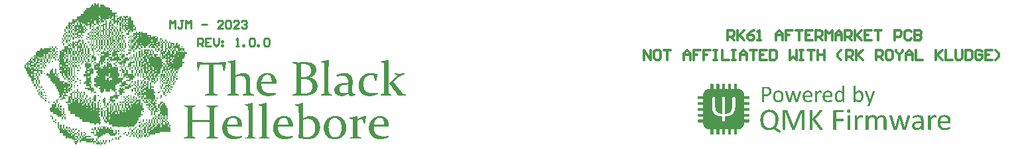
<source format=gto>
G04*
G04 #@! TF.GenerationSoftware,Altium Limited,Altium Designer,23.0.1 (38)*
G04*
G04 Layer_Color=65535*
%FSLAX25Y25*%
%MOIN*%
G70*
G04*
G04 #@! TF.SameCoordinates,EB104D2B-E379-4E04-930F-2E15411DD845*
G04*
G04*
G04 #@! TF.FilePolarity,Positive*
G04*
G01*
G75*
%ADD10C,0.01200*%
%ADD11C,0.01000*%
G36*
X293129Y76948D02*
X293758D01*
Y78206D01*
X295645D01*
Y77577D01*
X296483D01*
Y76948D01*
X297950D01*
Y76319D01*
X298579D01*
Y75481D01*
X299837D01*
Y74014D01*
X301933D01*
Y73385D01*
X301304D01*
Y72546D01*
X302771D01*
Y72127D01*
X301304D01*
Y70031D01*
X301933D01*
Y71499D01*
X303400D01*
Y72127D01*
X304238D01*
Y72546D01*
X304657D01*
Y71499D01*
X305496D01*
Y70660D01*
X306124D01*
Y71499D01*
X305496D01*
Y72546D01*
X306124D01*
Y72127D01*
X306753D01*
Y72546D01*
X307592D01*
Y71499D01*
X308220D01*
Y72127D01*
X309059D01*
Y71499D01*
X309478D01*
Y70031D01*
X310316D01*
Y67726D01*
X310945D01*
Y66678D01*
X311574D01*
Y65211D01*
X310316D01*
Y64372D01*
X309478D01*
Y65211D01*
X309059D01*
Y64372D01*
X309478D01*
Y63743D01*
X309059D01*
Y64372D01*
X308220D01*
Y62905D01*
X306753D01*
Y63743D01*
X307592D01*
Y65211D01*
X306753D01*
Y65839D01*
X306124D01*
Y67097D01*
X305496D01*
Y65839D01*
X306124D01*
Y65211D01*
X306753D01*
Y64372D01*
X306124D01*
Y65211D01*
X305496D01*
Y65839D01*
X304657D01*
Y68564D01*
X304238D01*
Y67097D01*
X303400D01*
Y69193D01*
X302771D01*
Y67726D01*
X301933D01*
Y69193D01*
X301304D01*
Y68564D01*
X300465D01*
Y70031D01*
X299208D01*
Y70660D01*
X298579D01*
Y71499D01*
X297950D01*
Y70660D01*
X296483D01*
Y70031D01*
X297112D01*
Y65839D01*
X297950D01*
Y65630D01*
Y65211D01*
X298579D01*
Y64372D01*
X299208D01*
Y63743D01*
X299837D01*
Y64372D01*
X299208D01*
Y65211D01*
X298579D01*
Y65839D01*
X297950D01*
Y69193D01*
X298579D01*
Y70031D01*
X299208D01*
Y68564D01*
X300465D01*
Y67307D01*
Y67097D01*
X301304D01*
Y66678D01*
X301933D01*
Y65839D01*
X302771D01*
Y64372D01*
X303400D01*
Y63743D01*
Y63534D01*
Y62905D01*
X304238D01*
Y61857D01*
X304657D01*
Y62905D01*
X304238D01*
Y64372D01*
X303400D01*
Y66678D01*
X304238D01*
Y66049D01*
Y65839D01*
Y64372D01*
X305496D01*
Y63953D01*
Y63743D01*
X304657D01*
Y62905D01*
X306124D01*
Y62276D01*
X305496D01*
Y60390D01*
X306124D01*
Y58923D01*
X306753D01*
Y56198D01*
X306124D01*
Y56827D01*
Y57036D01*
Y58923D01*
X305496D01*
Y60390D01*
X304657D01*
Y61019D01*
X304238D01*
Y61857D01*
X303400D01*
Y62276D01*
Y62486D01*
Y62905D01*
X302771D01*
Y64372D01*
X301933D01*
Y65839D01*
X301304D01*
Y66678D01*
X300465D01*
Y67097D01*
X299837D01*
Y67726D01*
X299208D01*
Y68564D01*
X298579D01*
Y67726D01*
X299208D01*
Y67097D01*
X299837D01*
Y66678D01*
X300465D01*
Y65839D01*
X301304D01*
Y64372D01*
X301933D01*
Y62905D01*
X302771D01*
Y61857D01*
X303400D01*
Y61019D01*
X304238D01*
Y60390D01*
X304657D01*
Y59552D01*
Y59342D01*
Y58923D01*
X305496D01*
Y57246D01*
Y57036D01*
Y56198D01*
X306124D01*
Y55569D01*
X305496D01*
Y56198D01*
X304657D01*
Y58923D01*
X304238D01*
Y60390D01*
X303400D01*
Y58923D01*
X304238D01*
Y56198D01*
X304657D01*
Y55569D01*
X305496D01*
Y54940D01*
Y54731D01*
X306124D01*
Y54102D01*
X305496D01*
Y54731D01*
X304657D01*
Y55569D01*
X304238D01*
Y56198D01*
X303400D01*
Y57455D01*
X302771D01*
Y58084D01*
X301933D01*
Y58923D01*
X301304D01*
Y59552D01*
X300465D01*
Y58923D01*
X301304D01*
Y58084D01*
X301933D01*
Y57455D01*
X302771D01*
Y56198D01*
X303400D01*
Y55569D01*
X304238D01*
Y54731D01*
X304657D01*
Y54521D01*
Y53264D01*
X306124D01*
Y51377D01*
X307592D01*
Y50748D01*
X308220D01*
Y49910D01*
X306753D01*
Y48443D01*
X306124D01*
Y47605D01*
Y47395D01*
Y46976D01*
X305496D01*
Y48443D01*
X304657D01*
Y46976D01*
X305496D01*
Y46556D01*
X304657D01*
Y46976D01*
X304238D01*
Y47814D01*
X303400D01*
Y48443D01*
X302771D01*
Y49281D01*
X301933D01*
Y49910D01*
X299837D01*
Y49281D01*
X299208D01*
Y49910D01*
X298579D01*
Y50748D01*
X297950D01*
Y51377D01*
X296483D01*
Y49910D01*
X295645D01*
Y49281D01*
X296483D01*
Y49072D01*
Y48862D01*
Y48443D01*
X295645D01*
Y49281D01*
X295016D01*
Y47814D01*
X294178D01*
Y49281D01*
X293758D01*
Y46976D01*
X293129D01*
Y46556D01*
X294178D01*
Y45928D01*
X295016D01*
Y46556D01*
X294178D01*
Y46976D01*
X295645D01*
Y47814D01*
X296483D01*
Y46976D01*
X297112D01*
Y49281D01*
X297950D01*
Y48443D01*
X299208D01*
Y47814D01*
X299837D01*
Y46556D01*
X300465D01*
Y46976D01*
X301304D01*
Y46556D01*
X302771D01*
Y43622D01*
X303400D01*
Y41736D01*
X302771D01*
Y41107D01*
X305496D01*
Y40269D01*
X304657D01*
Y38802D01*
X305496D01*
Y39640D01*
X306753D01*
Y38173D01*
X307592D01*
Y37334D01*
X308220D01*
Y38173D01*
X309059D01*
Y36705D01*
X309478D01*
Y36077D01*
X308220D01*
Y35448D01*
X306124D01*
Y36705D01*
X304657D01*
Y36077D01*
X305496D01*
Y35448D01*
X306124D01*
Y34819D01*
X305496D01*
Y33981D01*
X306124D01*
Y33352D01*
X304657D01*
Y32514D01*
X303400D01*
Y33981D01*
X302771D01*
Y34819D01*
X303400D01*
Y36077D01*
X304238D01*
Y35448D01*
X304657D01*
Y36077D01*
X304238D01*
Y36705D01*
X303400D01*
Y37334D01*
X304238D01*
Y38802D01*
X303400D01*
Y38173D01*
X301933D01*
Y37334D01*
X301304D01*
Y35448D01*
X301933D01*
Y34819D01*
X301304D01*
Y33981D01*
X301933D01*
Y32514D01*
X303400D01*
Y31885D01*
X302771D01*
Y30627D01*
X301304D01*
Y31256D01*
X300465D01*
Y30627D01*
X299837D01*
Y29998D01*
X301304D01*
Y29160D01*
X300465D01*
Y28531D01*
X301304D01*
Y27064D01*
X301933D01*
Y24339D01*
X302771D01*
Y27064D01*
X301933D01*
Y28531D01*
X302771D01*
Y27064D01*
X303400D01*
Y24968D01*
X304238D01*
Y24339D01*
X304657D01*
Y24968D01*
X304238D01*
Y26226D01*
X304657D01*
Y27693D01*
X304238D01*
Y28531D01*
X303400D01*
Y29160D01*
X304238D01*
Y28531D01*
X304657D01*
Y27902D01*
Y27693D01*
X305496D01*
Y25806D01*
X306124D01*
Y24968D01*
X306753D01*
Y25806D01*
X306124D01*
Y28531D01*
X304657D01*
Y29160D01*
X306124D01*
Y28531D01*
X306753D01*
Y27693D01*
X307592D01*
Y28531D01*
X306753D01*
Y29160D01*
X306124D01*
Y29998D01*
X305496D01*
Y30627D01*
X306124D01*
Y29998D01*
X306753D01*
Y29160D01*
X307592D01*
Y28531D01*
X308220D01*
Y29160D01*
X307592D01*
Y29789D01*
Y29998D01*
X306753D01*
Y30208D01*
Y30627D01*
X306124D01*
Y30837D01*
Y31046D01*
Y31256D01*
X305496D01*
Y31885D01*
X306124D01*
Y31675D01*
Y31466D01*
Y31256D01*
X306753D01*
Y30627D01*
X307592D01*
Y29998D01*
X308220D01*
Y29160D01*
X309059D01*
Y29998D01*
X308220D01*
Y30627D01*
X307592D01*
Y31256D01*
X306753D01*
Y31885D01*
X307592D01*
Y31466D01*
Y31256D01*
X308220D01*
Y30627D01*
X309059D01*
Y29998D01*
X309478D01*
Y29160D01*
X310316D01*
Y28531D01*
X310945D01*
Y29160D01*
X310316D01*
Y29998D01*
X309478D01*
Y30627D01*
X309059D01*
Y32514D01*
X309478D01*
Y31466D01*
Y31256D01*
Y30627D01*
X310316D01*
Y29998D01*
X310945D01*
Y29160D01*
X311574D01*
Y29998D01*
X310945D01*
Y30208D01*
Y30418D01*
Y30627D01*
X310316D01*
Y31885D01*
X310945D01*
Y31046D01*
Y30837D01*
Y30627D01*
X311574D01*
Y29998D01*
X313879D01*
Y27064D01*
X314299D01*
Y28531D01*
X315137D01*
Y25806D01*
X315766D01*
Y24968D01*
X315137D01*
Y24339D01*
X315766D01*
Y23711D01*
X315137D01*
Y24339D01*
X314299D01*
Y22872D01*
X315137D01*
Y22243D01*
X313879D01*
Y20986D01*
X313041D01*
Y19519D01*
X312412D01*
Y18052D01*
X311574D01*
Y17423D01*
X310945D01*
Y16584D01*
X308220D01*
Y16165D01*
X307592D01*
Y16584D01*
X306753D01*
Y16165D01*
X305496D01*
Y16584D01*
X304657D01*
Y16165D01*
X304238D01*
Y16584D01*
X303400D01*
Y16165D01*
X302771D01*
Y16584D01*
X299837D01*
Y17423D01*
X297950D01*
Y18680D01*
X297112D01*
Y18052D01*
X296483D01*
Y18680D01*
X295645D01*
Y20147D01*
X295016D01*
Y21405D01*
X294178D01*
Y22034D01*
Y22243D01*
Y24339D01*
X295016D01*
Y21405D01*
X295645D01*
Y21195D01*
Y20986D01*
Y20147D01*
X296483D01*
Y21405D01*
X295645D01*
Y24339D01*
X295016D01*
Y24968D01*
X294178D01*
Y25806D01*
X295016D01*
Y24968D01*
X295645D01*
Y24339D01*
X296483D01*
Y21405D01*
X297112D01*
Y24339D01*
X296483D01*
Y24968D01*
X297112D01*
Y26226D01*
X296483D01*
Y27064D01*
X295645D01*
Y28531D01*
X295016D01*
Y30627D01*
X295645D01*
Y31256D01*
X296483D01*
Y27064D01*
X297112D01*
Y26226D01*
X297950D01*
Y23711D01*
X298579D01*
Y27693D01*
X299208D01*
Y24339D01*
X299837D01*
Y23711D01*
X300465D01*
Y24339D01*
X299837D01*
Y26435D01*
Y26645D01*
Y27064D01*
X300465D01*
Y24339D01*
X301304D01*
Y27064D01*
X300465D01*
Y27693D01*
Y27902D01*
Y28531D01*
X299837D01*
Y29160D01*
X298579D01*
Y29998D01*
X297950D01*
Y30627D01*
X298579D01*
Y31885D01*
X300465D01*
Y32514D01*
X301304D01*
Y33981D01*
X300465D01*
Y34819D01*
X299208D01*
Y35448D01*
X298579D01*
Y33981D01*
X296483D01*
Y35448D01*
X295645D01*
Y33981D01*
X295016D01*
Y33352D01*
X294178D01*
Y33981D01*
X293758D01*
Y35448D01*
X293129D01*
Y36077D01*
X293758D01*
Y36705D01*
X292291D01*
Y36077D01*
X291662D01*
Y36705D01*
X290824D01*
Y38173D01*
X291662D01*
Y38802D01*
X290824D01*
Y41107D01*
X291662D01*
Y42155D01*
X292291D01*
Y43622D01*
X291662D01*
Y44461D01*
X292291D01*
Y45089D01*
X290824D01*
Y47814D01*
X290195D01*
Y48443D01*
X290824D01*
Y47814D01*
X291662D01*
Y48443D01*
X290824D01*
Y49281D01*
X291662D01*
Y48443D01*
X293129D01*
Y49910D01*
X293758D01*
Y51796D01*
X294178D01*
Y52635D01*
X293758D01*
Y53264D01*
X294178D01*
Y52635D01*
X295645D01*
Y53264D01*
X294178D01*
Y54102D01*
X295016D01*
Y54731D01*
X295645D01*
Y54102D01*
X297112D01*
Y54731D01*
X297950D01*
Y53264D01*
X299208D01*
Y52635D01*
X297950D01*
Y51796D01*
X299837D01*
Y50748D01*
X300465D01*
Y51377D01*
X301304D01*
Y51796D01*
X299837D01*
Y54102D01*
X300465D01*
Y55569D01*
X299837D01*
Y56198D01*
X299208D01*
Y57455D01*
X298579D01*
Y60390D01*
X297950D01*
Y61019D01*
X297112D01*
Y61857D01*
X296483D01*
Y62276D01*
X295645D01*
Y62905D01*
X295016D01*
Y64372D01*
X294178D01*
Y65211D01*
X293758D01*
Y67097D01*
X293129D01*
Y67516D01*
Y67726D01*
X292291D01*
Y68564D01*
X291662D01*
Y70031D01*
X290824D01*
Y68564D01*
X291662D01*
Y67726D01*
X290824D01*
Y67097D01*
X290195D01*
Y68564D01*
X289357D01*
Y67097D01*
X290195D01*
Y66678D01*
X290824D01*
Y65839D01*
X291662D01*
Y65211D01*
X292291D01*
Y64372D01*
X293129D01*
Y61857D01*
X293758D01*
Y61019D01*
X294178D01*
Y60390D01*
X295016D01*
Y60180D01*
Y59971D01*
Y57455D01*
X295645D01*
Y57036D01*
X295016D01*
Y57455D01*
X294178D01*
Y60390D01*
X293758D01*
Y60809D01*
Y61019D01*
X293129D01*
Y61647D01*
Y61857D01*
X292291D01*
Y62905D01*
X291662D01*
Y63324D01*
Y63534D01*
Y63743D01*
X290824D01*
Y64372D01*
X290195D01*
Y65211D01*
X289357D01*
Y65839D01*
X290195D01*
Y65211D01*
X290824D01*
Y65001D01*
Y64372D01*
X291662D01*
Y64163D01*
Y63953D01*
Y63743D01*
X292291D01*
Y64372D01*
X291662D01*
Y64791D01*
Y65001D01*
Y65211D01*
X290824D01*
Y65839D01*
X290195D01*
Y66678D01*
X289357D01*
Y67097D01*
X288938D01*
Y65839D01*
X288309D01*
Y67726D01*
X287470D01*
Y67097D01*
X286842D01*
Y67726D01*
X286003D01*
Y66678D01*
X286842D01*
Y65839D01*
X287470D01*
Y65211D01*
X286842D01*
Y65839D01*
X286003D01*
Y66678D01*
X285374D01*
Y65839D01*
X286003D01*
Y65211D01*
X286842D01*
Y64372D01*
X286003D01*
Y65211D01*
X285374D01*
Y64372D01*
X286003D01*
Y63743D01*
X284536D01*
Y62905D01*
X285374D01*
Y62695D01*
Y62276D01*
X284536D01*
Y62905D01*
X283907D01*
Y63743D01*
X282650D01*
Y62905D01*
X283907D01*
Y61857D01*
X284536D01*
Y61647D01*
Y61019D01*
X283907D01*
Y61857D01*
X283488D01*
Y62276D01*
X282650D01*
Y61857D01*
X283488D01*
Y61228D01*
Y61019D01*
X282650D01*
Y61857D01*
X282021D01*
Y62905D01*
X281183D01*
Y63743D01*
X280554D01*
Y65211D01*
X279715D01*
Y65839D01*
X279087D01*
Y67097D01*
X278667D01*
Y65839D01*
X279087D01*
Y65211D01*
X279715D01*
Y63743D01*
X280554D01*
Y63534D01*
Y62905D01*
X281183D01*
Y62276D01*
Y62067D01*
Y61857D01*
X282021D01*
Y61647D01*
Y61019D01*
X281183D01*
Y61857D01*
X280554D01*
Y62905D01*
X279715D01*
Y63743D01*
X279087D01*
Y65211D01*
X278667D01*
Y65420D01*
Y65839D01*
X277829D01*
Y67097D01*
X277200D01*
Y67726D01*
X277829D01*
Y69193D01*
X279715D01*
Y70660D01*
X280554D01*
Y70031D01*
X281183D01*
Y70660D01*
X282021D01*
Y72127D01*
X283488D01*
Y72546D01*
X283907D01*
Y73385D01*
X285374D01*
Y74852D01*
X286003D01*
Y75481D01*
X286842D01*
Y76319D01*
X288309D01*
Y76948D01*
X288938D01*
Y77577D01*
X289357D01*
Y78206D01*
X290195D01*
Y77577D01*
X290824D01*
Y78834D01*
X291662D01*
Y78206D01*
X292291D01*
Y78834D01*
X293129D01*
Y76948D01*
D02*
G37*
G36*
X305496Y71499D02*
D01*
D01*
D01*
D01*
D02*
G37*
G36*
X291662Y68564D02*
D01*
D01*
D01*
D01*
D02*
G37*
G36*
X302771Y66678D02*
X301933D01*
Y67097D01*
X302771D01*
Y66678D01*
D02*
G37*
G36*
X315137Y63743D02*
X317233D01*
Y62905D01*
X319329D01*
Y61857D01*
X319958D01*
Y62276D01*
X322054D01*
Y61857D01*
X322682D01*
Y59552D01*
X323521D01*
Y57036D01*
X322682D01*
Y56198D01*
X323521D01*
Y54731D01*
X322682D01*
Y55779D01*
Y55988D01*
Y56198D01*
X322054D01*
Y57036D01*
X321425D01*
Y56198D01*
X322054D01*
Y54731D01*
X322682D01*
Y54521D01*
Y54102D01*
X322054D01*
Y54731D01*
X321425D01*
Y55988D01*
Y56198D01*
X319329D01*
Y57036D01*
X318700D01*
Y56198D01*
X317862D01*
Y57455D01*
X317233D01*
Y57036D01*
X316604D01*
Y56198D01*
X315766D01*
Y57036D01*
X315137D01*
Y56198D01*
X313879D01*
Y57455D01*
X313041D01*
Y56198D01*
X313879D01*
Y55569D01*
X313041D01*
Y56198D01*
X312412D01*
Y55569D01*
X310945D01*
Y56198D01*
X310316D01*
Y55569D01*
X310945D01*
Y54102D01*
X310316D01*
Y55569D01*
X309478D01*
Y54731D01*
Y54521D01*
Y54102D01*
X309059D01*
Y54731D01*
X307592D01*
Y55569D01*
X309059D01*
Y56198D01*
X308220D01*
Y57455D01*
X307592D01*
Y58084D01*
X308220D01*
Y57875D01*
Y57665D01*
Y57455D01*
X309059D01*
Y56407D01*
Y56198D01*
X309478D01*
Y57455D01*
X309059D01*
Y59552D01*
X308220D01*
Y60390D01*
X309059D01*
Y59552D01*
X309478D01*
Y60390D01*
X309059D01*
Y61647D01*
Y61857D01*
X308220D01*
Y62276D01*
X309059D01*
Y61857D01*
X309478D01*
Y60390D01*
X310316D01*
Y61857D01*
X309478D01*
Y62276D01*
X309059D01*
Y62486D01*
Y62695D01*
Y62905D01*
X309478D01*
Y62276D01*
X310316D01*
Y61857D01*
X310945D01*
Y62276D01*
X310316D01*
Y63743D01*
X311574D01*
Y64372D01*
X312412D01*
Y63743D01*
X313041D01*
Y64372D01*
X313879D01*
Y63743D01*
X314299D01*
Y64372D01*
X315137D01*
Y63743D01*
D02*
G37*
G36*
X283907Y62905D02*
D01*
D01*
D01*
D01*
D02*
G37*
G36*
X308220Y61647D02*
Y61019D01*
X307592D01*
Y61857D01*
X308220D01*
Y61647D01*
D02*
G37*
G36*
X306753Y61228D02*
Y61019D01*
X306124D01*
Y61857D01*
X306753D01*
Y61228D01*
D02*
G37*
G36*
X287470Y60390D02*
X286842D01*
Y60599D01*
Y61019D01*
X287470D01*
Y60390D01*
D02*
G37*
G36*
X277200Y65839D02*
X277829D01*
Y65211D01*
X278667D01*
Y63743D01*
X279087D01*
Y62905D01*
X279715D01*
Y61857D01*
X280554D01*
Y60390D01*
X279715D01*
Y60599D01*
Y60809D01*
Y61857D01*
X279087D01*
Y62905D01*
X278667D01*
Y63115D01*
Y63743D01*
X277829D01*
Y63953D01*
Y65211D01*
X277200D01*
Y65420D01*
Y65630D01*
Y65839D01*
X276362D01*
Y67097D01*
X277200D01*
Y65839D01*
D02*
G37*
G36*
X276362Y64372D02*
X277200D01*
Y64163D01*
Y63743D01*
X277829D01*
Y62905D01*
X278667D01*
Y62695D01*
Y62486D01*
Y61857D01*
X279087D01*
Y60390D01*
X278667D01*
Y61857D01*
X277829D01*
Y62905D01*
X277200D01*
Y63743D01*
X276362D01*
Y64372D01*
X275733D01*
Y64582D01*
Y65839D01*
X276362D01*
Y64372D01*
D02*
G37*
G36*
Y63115D02*
Y62905D01*
X277200D01*
Y62067D01*
Y61857D01*
X277829D01*
Y60390D01*
X278667D01*
Y59552D01*
X277829D01*
Y60390D01*
X277200D01*
Y61857D01*
X276362D01*
Y62905D01*
X275733D01*
Y63743D01*
X276362D01*
Y63115D01*
D02*
G37*
G36*
X274895Y60390D02*
X275733D01*
Y59552D01*
X274895D01*
Y60390D01*
X274266D01*
Y61019D01*
X274895D01*
Y60390D01*
D02*
G37*
G36*
X308220Y58923D02*
X307592D01*
Y59552D01*
X308220D01*
Y58923D01*
D02*
G37*
G36*
X288309D02*
X287470D01*
Y59342D01*
Y59552D01*
X288309D01*
Y58923D01*
D02*
G37*
G36*
Y63534D02*
Y62905D01*
X288938D01*
Y61857D01*
X289357D01*
Y61019D01*
X290195D01*
Y60390D01*
X290824D01*
Y58084D01*
X290195D01*
Y59552D01*
Y59761D01*
Y60390D01*
X289357D01*
Y61019D01*
X288938D01*
Y61228D01*
Y61857D01*
X288309D01*
Y62905D01*
X287470D01*
Y63743D01*
X288309D01*
Y63534D01*
D02*
G37*
G36*
X286842Y58084D02*
X286003D01*
Y58923D01*
X286842D01*
Y58084D01*
D02*
G37*
G36*
X283907Y59552D02*
X283488D01*
Y58923D01*
X283907D01*
Y58084D01*
X284536D01*
Y56198D01*
X285374D01*
Y53264D01*
X286003D01*
Y52635D01*
X286842D01*
Y51796D01*
X287470D01*
Y50748D01*
X288309D01*
Y49281D01*
X287470D01*
Y50748D01*
X286842D01*
Y51796D01*
X286003D01*
Y52425D01*
Y52635D01*
X285374D01*
Y53264D01*
X284536D01*
Y52635D01*
X285374D01*
Y51796D01*
X286003D01*
Y51377D01*
Y51168D01*
Y49910D01*
X286842D01*
Y49491D01*
Y49281D01*
X287470D01*
Y48443D01*
X288938D01*
Y47814D01*
X289357D01*
Y46976D01*
X288938D01*
Y46556D01*
X289357D01*
Y45928D01*
X290195D01*
Y42993D01*
X288938D01*
Y42155D01*
X288309D01*
Y41736D01*
X288938D01*
Y39640D01*
X289357D01*
Y38173D01*
X288938D01*
Y36705D01*
X289357D01*
Y36077D01*
X290195D01*
Y35448D01*
X290824D01*
Y34819D01*
X290195D01*
Y33981D01*
X291662D01*
Y33352D01*
X290195D01*
Y33981D01*
X289357D01*
Y33352D01*
X288938D01*
Y34819D01*
X287470D01*
Y35448D01*
X286003D01*
Y36077D01*
X288309D01*
Y36705D01*
X286842D01*
Y38173D01*
X285374D01*
Y38802D01*
X286003D01*
Y39640D01*
X286842D01*
Y41736D01*
X285374D01*
Y42993D01*
X286842D01*
Y43622D01*
X286003D01*
Y44461D01*
X286842D01*
Y46556D01*
X286003D01*
Y48443D01*
X286842D01*
Y49281D01*
X286003D01*
Y49910D01*
X285374D01*
Y51796D01*
X284536D01*
Y52635D01*
X283907D01*
Y54102D01*
X283488D01*
Y52635D01*
X283907D01*
Y51796D01*
X284536D01*
Y50329D01*
Y50120D01*
Y49910D01*
X285374D01*
Y48443D01*
X284536D01*
Y49491D01*
Y49700D01*
Y49910D01*
X283907D01*
Y51796D01*
X283488D01*
Y52635D01*
X282650D01*
Y51796D01*
X283488D01*
Y50329D01*
Y50120D01*
Y49910D01*
X283907D01*
Y49281D01*
X283488D01*
Y49491D01*
Y49700D01*
Y49910D01*
X282650D01*
Y51796D01*
X282021D01*
Y53264D01*
X281183D01*
Y54521D01*
Y54731D01*
X280554D01*
Y56198D01*
X279715D01*
Y57455D01*
X279087D01*
Y58084D01*
X278667D01*
Y58923D01*
X279087D01*
Y58084D01*
X279715D01*
Y59552D01*
X280554D01*
Y58923D01*
X281183D01*
Y58084D01*
X282021D01*
Y58923D01*
X281183D01*
Y59552D01*
X282650D01*
Y60390D01*
X283907D01*
Y59552D01*
D02*
G37*
G36*
X288938Y57455D02*
X288309D01*
Y58084D01*
X288938D01*
Y57455D01*
D02*
G37*
G36*
X274895Y58923D02*
X275733D01*
Y57455D01*
X274895D01*
Y58084D01*
Y58294D01*
Y58923D01*
X274266D01*
Y59552D01*
X274895D01*
Y58923D01*
D02*
G37*
G36*
X291662Y57036D02*
X292291D01*
Y56198D01*
X291662D01*
Y57036D01*
X290824D01*
Y57455D01*
X291662D01*
Y57036D01*
D02*
G37*
G36*
X289357Y65001D02*
Y64791D01*
Y64372D01*
X290195D01*
Y63953D01*
Y63743D01*
X290824D01*
Y62905D01*
X291662D01*
Y61857D01*
X292291D01*
Y61019D01*
X293129D01*
Y60390D01*
X293758D01*
Y57455D01*
X294178D01*
Y57036D01*
X295016D01*
Y55569D01*
X294178D01*
Y57036D01*
X293758D01*
Y57246D01*
Y57455D01*
X293129D01*
Y57665D01*
Y60390D01*
X292291D01*
Y60809D01*
Y61019D01*
X291662D01*
Y61228D01*
Y61438D01*
Y61857D01*
X290824D01*
Y62905D01*
X290195D01*
Y63743D01*
X289357D01*
Y64372D01*
X288938D01*
Y65211D01*
X289357D01*
Y65001D01*
D02*
G37*
G36*
X287470Y62067D02*
Y61857D01*
X288309D01*
Y61438D01*
Y61228D01*
Y61019D01*
X288938D01*
Y60390D01*
X289357D01*
Y58713D01*
Y58504D01*
Y58084D01*
X290195D01*
Y57036D01*
X290824D01*
Y56198D01*
X291662D01*
Y55569D01*
X290824D01*
Y55988D01*
Y56198D01*
X290195D01*
Y57036D01*
X289357D01*
Y58084D01*
X288938D01*
Y60390D01*
X288309D01*
Y61019D01*
X287470D01*
Y61857D01*
X286842D01*
Y62276D01*
X287470D01*
Y62067D01*
D02*
G37*
G36*
X271541Y56198D02*
X272379D01*
Y55569D01*
X271541D01*
Y56198D01*
X270912D01*
Y57036D01*
X271541D01*
Y56198D01*
D02*
G37*
G36*
X270074D02*
X270912D01*
Y55150D01*
Y54940D01*
Y54102D01*
X271541D01*
Y53264D01*
X272379D01*
Y52635D01*
X271541D01*
Y52844D01*
Y53054D01*
Y53264D01*
X270912D01*
Y54102D01*
X270074D01*
Y54731D01*
X269445D01*
Y55569D01*
X268607D01*
Y54731D01*
X269445D01*
Y54102D01*
X270074D01*
Y53264D01*
X270912D01*
Y52635D01*
X271541D01*
Y51796D01*
X272379D01*
Y51377D01*
X271541D01*
Y51796D01*
X270912D01*
Y52635D01*
X270074D01*
Y53264D01*
X269445D01*
Y54102D01*
X268607D01*
Y53264D01*
X269445D01*
Y52635D01*
X270074D01*
Y51796D01*
X270912D01*
Y50748D01*
X271541D01*
Y49910D01*
X270912D01*
Y50748D01*
X270074D01*
Y51796D01*
X269445D01*
Y52006D01*
Y52635D01*
X268607D01*
Y53264D01*
X268188D01*
Y54102D01*
X267559D01*
Y53264D01*
X268188D01*
Y52635D01*
X268607D01*
Y51796D01*
X269445D01*
Y50748D01*
X268607D01*
Y51796D01*
X268188D01*
Y50748D01*
X268607D01*
Y50539D01*
Y49281D01*
X268188D01*
Y50748D01*
X267559D01*
Y53264D01*
X266720D01*
Y50748D01*
X267559D01*
Y49281D01*
X268188D01*
Y48443D01*
X267559D01*
Y49281D01*
X266720D01*
Y50748D01*
X266092D01*
Y51377D01*
X265253D01*
Y51796D01*
X264624D01*
Y51377D01*
X265253D01*
Y50748D01*
X266092D01*
Y49281D01*
X266720D01*
Y48443D01*
X266092D01*
Y49281D01*
X265253D01*
Y50120D01*
Y50329D01*
Y50748D01*
X264624D01*
Y51377D01*
X263786D01*
Y50748D01*
X264624D01*
Y49700D01*
Y49491D01*
Y49281D01*
X265253D01*
Y48443D01*
X266092D01*
Y48024D01*
Y47814D01*
X266720D01*
Y47605D01*
Y46976D01*
X266092D01*
Y47814D01*
X265253D01*
Y48443D01*
X264624D01*
Y48862D01*
Y49072D01*
Y49281D01*
X263367D01*
Y49910D01*
X262738D01*
Y49281D01*
X263367D01*
Y48443D01*
X264624D01*
Y47814D01*
X265253D01*
Y46556D01*
X266092D01*
Y46137D01*
Y45928D01*
X265253D01*
Y46556D01*
X264624D01*
Y46766D01*
Y47814D01*
X263367D01*
Y48233D01*
Y48443D01*
X261900D01*
Y47814D01*
X263367D01*
Y46976D01*
X263786D01*
Y46556D01*
X264624D01*
Y45928D01*
X263786D01*
Y46556D01*
X263367D01*
Y46976D01*
X262738D01*
Y46766D01*
Y46556D01*
X263367D01*
Y45928D01*
X262738D01*
Y46556D01*
X261900D01*
Y47814D01*
X261271D01*
Y46556D01*
X261900D01*
Y45928D01*
X262738D01*
Y45089D01*
X264624D01*
Y42993D01*
X263786D01*
Y44461D01*
X262738D01*
Y43622D01*
X263367D01*
Y42155D01*
X263786D01*
Y41736D01*
X263367D01*
Y41945D01*
Y42155D01*
X262738D01*
Y43622D01*
X261900D01*
Y42155D01*
X262738D01*
Y40269D01*
X263367D01*
Y38173D01*
X262738D01*
Y38802D01*
Y39011D01*
Y40269D01*
X261900D01*
Y42155D01*
X261271D01*
Y42993D01*
X260433D01*
Y42155D01*
X261271D01*
Y41736D01*
X260433D01*
Y41107D01*
X261271D01*
Y40269D01*
X261900D01*
Y38173D01*
X262738D01*
Y36705D01*
X263367D01*
Y36077D01*
X263786D01*
Y35658D01*
Y35448D01*
X263367D01*
Y36077D01*
X262738D01*
Y36286D01*
Y36496D01*
Y36705D01*
X261900D01*
Y38173D01*
X261271D01*
Y40059D01*
Y40269D01*
X260433D01*
Y38173D01*
X261271D01*
Y36705D01*
X261900D01*
Y35448D01*
X261271D01*
Y36705D01*
X260433D01*
Y38173D01*
X259804D01*
Y39640D01*
X258965D01*
Y41107D01*
X258337D01*
Y41736D01*
X257708D01*
Y42993D01*
X257079D01*
Y44461D01*
X256450D01*
Y45928D01*
X255612D01*
Y47814D01*
X256450D01*
Y48443D01*
X257079D01*
Y49281D01*
X257708D01*
Y49910D01*
X258337D01*
Y50748D01*
X258965D01*
Y49910D01*
X259804D01*
Y50748D01*
X258965D01*
Y51377D01*
X259804D01*
Y50748D01*
X260433D01*
Y51377D01*
X259804D01*
Y51587D01*
Y51796D01*
X260433D01*
Y51377D01*
X261271D01*
Y51796D01*
X260433D01*
Y52635D01*
X261271D01*
Y54102D01*
X261900D01*
Y54731D01*
X263367D01*
Y55569D01*
X263786D01*
Y56198D01*
X264624D01*
Y55569D01*
X265253D01*
Y56198D01*
X268188D01*
Y57036D01*
X268607D01*
Y56198D01*
X269445D01*
Y55569D01*
X270074D01*
Y56198D01*
X269445D01*
Y57036D01*
X270074D01*
Y56198D01*
D02*
G37*
G36*
X293129Y66259D02*
Y66049D01*
Y65211D01*
X293758D01*
Y65001D01*
Y64791D01*
Y64372D01*
X294178D01*
Y62905D01*
X295016D01*
Y62276D01*
X295645D01*
Y61857D01*
X296483D01*
Y61019D01*
X297112D01*
Y60390D01*
X297950D01*
Y57455D01*
X298579D01*
Y56198D01*
X299208D01*
Y55569D01*
X299837D01*
Y54731D01*
X299208D01*
Y55569D01*
X298579D01*
Y56198D01*
X297950D01*
Y57455D01*
X297112D01*
Y60390D01*
X296483D01*
Y60809D01*
Y61019D01*
X295645D01*
Y61857D01*
X295016D01*
Y62067D01*
Y62276D01*
X294178D01*
Y61857D01*
X295016D01*
Y61019D01*
X295645D01*
Y60390D01*
X296483D01*
Y57455D01*
X297112D01*
Y56198D01*
X297950D01*
Y55569D01*
X298579D01*
Y54731D01*
X299208D01*
Y54102D01*
X298579D01*
Y54731D01*
X297950D01*
Y55569D01*
X297112D01*
Y56198D01*
X296483D01*
Y56827D01*
Y57036D01*
Y57455D01*
X295645D01*
Y60180D01*
Y60390D01*
X295016D01*
Y61019D01*
X294178D01*
Y61647D01*
Y61857D01*
X293758D01*
Y64372D01*
X293129D01*
Y65211D01*
X292291D01*
Y65839D01*
X291662D01*
Y66678D01*
X292291D01*
Y67097D01*
X293129D01*
Y66259D01*
D02*
G37*
G36*
X296483Y54731D02*
X295645D01*
Y56198D01*
X296483D01*
Y54731D01*
D02*
G37*
G36*
X288938Y63953D02*
Y63743D01*
X289357D01*
Y63534D01*
Y63324D01*
Y62905D01*
X290195D01*
Y62695D01*
Y61857D01*
X290824D01*
Y61019D01*
X291662D01*
Y60390D01*
X292291D01*
Y59342D01*
Y59132D01*
Y57455D01*
X293129D01*
Y57036D01*
X293758D01*
Y56827D01*
Y55569D01*
X294178D01*
Y54731D01*
X293758D01*
Y55360D01*
Y55569D01*
X293129D01*
Y57036D01*
X292291D01*
Y57455D01*
X291662D01*
Y60390D01*
X290824D01*
Y61019D01*
X290195D01*
Y61857D01*
X289357D01*
Y62905D01*
X288938D01*
Y63743D01*
X288309D01*
Y64372D01*
X288938D01*
Y63953D01*
D02*
G37*
G36*
X293129Y54731D02*
X293758D01*
Y54312D01*
Y54102D01*
X293129D01*
Y54731D01*
X292291D01*
Y55569D01*
X293129D01*
Y54731D01*
D02*
G37*
G36*
X292291Y54102D02*
X291662D01*
Y54521D01*
Y54731D01*
X292291D01*
Y54102D01*
D02*
G37*
G36*
X272379D02*
X271541D01*
Y54521D01*
Y54731D01*
X272379D01*
Y54102D01*
D02*
G37*
G36*
X309059Y53264D02*
X307592D01*
Y54102D01*
X309059D01*
Y53264D01*
D02*
G37*
G36*
X307592Y52635D02*
X306753D01*
Y53264D01*
X307592D01*
Y52635D01*
D02*
G37*
G36*
X293129D02*
X292291D01*
Y52844D01*
Y53054D01*
Y53264D01*
X293129D01*
Y52635D01*
D02*
G37*
G36*
X287470Y56198D02*
X288309D01*
Y53473D01*
Y53264D01*
X288938D01*
Y52635D01*
X288309D01*
Y53264D01*
X287470D01*
Y56198D01*
X286842D01*
Y57455D01*
X287470D01*
Y56198D01*
D02*
G37*
G36*
X320587Y51796D02*
D01*
D01*
D01*
D01*
D02*
G37*
G36*
X299837D02*
D01*
D01*
D01*
D01*
D02*
G37*
G36*
X324779Y60390D02*
X325407D01*
Y59552D01*
X326246D01*
Y58923D01*
X326874D01*
Y56198D01*
X327713D01*
Y55569D01*
X328342D01*
Y54731D01*
X328970D01*
Y53264D01*
X329809D01*
Y54731D01*
X328970D01*
Y55569D01*
X328342D01*
Y56198D01*
X327713D01*
Y58923D01*
X326874D01*
Y59552D01*
X326246D01*
Y60390D01*
X326874D01*
Y59552D01*
X327713D01*
Y58923D01*
X328342D01*
Y57036D01*
X328970D01*
Y58923D01*
X328342D01*
Y59342D01*
Y59552D01*
X328970D01*
Y58923D01*
X331066D01*
Y57455D01*
X331695D01*
Y58923D01*
X332534D01*
Y57455D01*
X333162D01*
Y58084D01*
X333791D01*
Y56198D01*
X334630D01*
Y57036D01*
X335049D01*
Y56198D01*
X335887D01*
Y54731D01*
X336516D01*
Y54102D01*
X337354D01*
Y53264D01*
X336516D01*
Y51796D01*
X335887D01*
Y50748D01*
X335049D01*
Y49281D01*
X335887D01*
Y48443D01*
X335049D01*
Y46976D01*
X334630D01*
Y46556D01*
X333791D01*
Y45928D01*
X333162D01*
Y44461D01*
X332534D01*
Y45089D01*
X331695D01*
Y44461D01*
X332534D01*
Y43622D01*
X331695D01*
Y43832D01*
Y44461D01*
X331066D01*
Y45928D01*
X330228D01*
Y44461D01*
X331066D01*
Y43622D01*
X331695D01*
Y42155D01*
X332534D01*
Y41736D01*
X331695D01*
Y42155D01*
X331066D01*
Y43413D01*
Y43622D01*
X330228D01*
Y44461D01*
X329809D01*
Y43622D01*
X330228D01*
Y42155D01*
X331066D01*
Y41736D01*
X331695D01*
Y41107D01*
X332534D01*
Y40269D01*
X331695D01*
Y41107D01*
X331066D01*
Y39640D01*
X331695D01*
Y39430D01*
Y39221D01*
Y38802D01*
X331066D01*
Y39640D01*
X330228D01*
Y42155D01*
X329809D01*
Y43622D01*
X328970D01*
Y45089D01*
X327713D01*
Y44461D01*
X328342D01*
Y43622D01*
X328970D01*
Y42155D01*
X329809D01*
Y39640D01*
X330228D01*
Y38802D01*
X331066D01*
Y37334D01*
X330228D01*
Y38802D01*
X329809D01*
Y39640D01*
X328970D01*
Y42155D01*
X328342D01*
Y43413D01*
Y43622D01*
X327713D01*
Y44461D01*
X326874D01*
Y45089D01*
X326246D01*
Y44461D01*
X326874D01*
Y43622D01*
X327713D01*
Y42155D01*
X328342D01*
Y41736D01*
X327713D01*
Y42155D01*
X326874D01*
Y43622D01*
X326246D01*
Y44461D01*
X325407D01*
Y43622D01*
X324779D01*
Y45089D01*
X325407D01*
Y46976D01*
X324779D01*
Y45928D01*
X324150D01*
Y43622D01*
X323521D01*
Y42993D01*
X322682D01*
Y42155D01*
X323521D01*
Y41736D01*
X322054D01*
Y41107D01*
X322682D01*
Y39640D01*
X322054D01*
Y41107D01*
X321425D01*
Y41736D01*
X320587D01*
Y41107D01*
X321425D01*
Y39640D01*
X322054D01*
Y38802D01*
X321425D01*
Y39640D01*
X320587D01*
Y38802D01*
X321425D01*
Y38173D01*
X320587D01*
Y38802D01*
X319329D01*
Y41107D01*
X318700D01*
Y41736D01*
X317862D01*
Y41107D01*
X318700D01*
Y39640D01*
X317862D01*
Y40269D01*
X317233D01*
Y41107D01*
X316604D01*
Y41736D01*
X315766D01*
Y41107D01*
X316604D01*
Y40269D01*
X315766D01*
Y41107D01*
X315137D01*
Y42993D01*
Y43203D01*
Y43622D01*
X314299D01*
Y45089D01*
X313879D01*
Y46976D01*
X313041D01*
Y49491D01*
Y49700D01*
Y49910D01*
X312412D01*
Y51377D01*
X311574D01*
Y54102D01*
X312412D01*
Y51796D01*
Y51587D01*
Y51377D01*
X313041D01*
Y50329D01*
Y50120D01*
Y49910D01*
X313879D01*
Y51377D01*
X313041D01*
Y54731D01*
X313879D01*
Y51796D01*
X314299D01*
Y50748D01*
X315137D01*
Y49910D01*
X315766D01*
Y50748D01*
X315137D01*
Y51796D01*
X314299D01*
Y55569D01*
X315137D01*
Y54102D01*
Y53892D01*
Y53264D01*
X315766D01*
Y52635D01*
X316604D01*
Y53264D01*
X315766D01*
Y55569D01*
X318700D01*
Y54731D01*
X319329D01*
Y53264D01*
X319958D01*
Y51796D01*
X320587D01*
Y51377D01*
X321425D01*
Y51796D01*
X320587D01*
Y53264D01*
X319958D01*
Y54731D01*
X319329D01*
Y55569D01*
X319958D01*
Y55360D01*
Y54731D01*
X320587D01*
Y53892D01*
Y53683D01*
Y53264D01*
X322682D01*
Y52635D01*
X322054D01*
Y51796D01*
X323521D01*
Y51377D01*
X324150D01*
Y50748D01*
X324779D01*
Y49281D01*
X325407D01*
Y48443D01*
X326246D01*
Y47814D01*
X326874D01*
Y49281D01*
X326246D01*
Y49910D01*
X326874D01*
Y50748D01*
X324779D01*
Y51377D01*
X324150D01*
Y51796D01*
X323521D01*
Y53264D01*
X324150D01*
Y52844D01*
Y52635D01*
Y51796D01*
X324779D01*
Y51377D01*
X325407D01*
Y51796D01*
X324779D01*
Y53264D01*
X324150D01*
Y55569D01*
X324779D01*
Y56198D01*
X324150D01*
Y57036D01*
X324779D01*
Y57455D01*
X324150D01*
Y58084D01*
X324779D01*
Y58923D01*
X324150D01*
Y59552D01*
X323521D01*
Y61019D01*
X324779D01*
Y60390D01*
D02*
G37*
G36*
X285374Y58084D02*
X286003D01*
Y56198D01*
X286842D01*
Y53892D01*
Y53683D01*
Y53264D01*
X287470D01*
Y53054D01*
Y52635D01*
X288309D01*
Y52425D01*
Y51796D01*
X288938D01*
Y51587D01*
Y51377D01*
X288309D01*
Y51796D01*
X287470D01*
Y52635D01*
X286842D01*
Y53264D01*
X286003D01*
Y56198D01*
X285374D01*
Y57875D01*
Y58084D01*
X284536D01*
Y58713D01*
Y58923D01*
Y60390D01*
X285374D01*
Y58084D01*
D02*
G37*
G36*
X309478Y51377D02*
X310316D01*
Y50748D01*
X309478D01*
Y51377D01*
X309059D01*
Y52006D01*
Y52216D01*
Y52635D01*
X309478D01*
Y51377D01*
D02*
G37*
G36*
X289357Y56198D02*
X290195D01*
Y55779D01*
Y55569D01*
Y54731D01*
X290824D01*
Y51796D01*
X291662D01*
Y49910D01*
X290195D01*
Y50748D01*
X289357D01*
Y52635D01*
X290195D01*
Y54731D01*
X289357D01*
Y56198D01*
X288938D01*
Y57036D01*
X289357D01*
Y56198D01*
D02*
G37*
G36*
X297950Y49910D02*
X298579D01*
Y49281D01*
X297950D01*
Y49700D01*
Y49910D01*
X297112D01*
Y50748D01*
X297950D01*
Y49910D01*
D02*
G37*
G36*
X289357D02*
X290195D01*
Y49281D01*
X289357D01*
Y49910D01*
X288938D01*
Y50748D01*
X289357D01*
Y49910D01*
D02*
G37*
G36*
X270074Y49281D02*
X269445D01*
Y49910D01*
X270074D01*
Y49281D01*
D02*
G37*
G36*
X301933Y48443D02*
X301304D01*
Y48652D01*
Y49281D01*
X301933D01*
Y48443D01*
D02*
G37*
G36*
X289357D02*
X288938D01*
Y49281D01*
X289357D01*
Y48443D01*
D02*
G37*
G36*
X275733Y61857D02*
X276362D01*
Y61228D01*
Y61019D01*
Y60390D01*
X277200D01*
Y59971D01*
Y59761D01*
Y58923D01*
X277829D01*
Y58294D01*
Y58084D01*
X278667D01*
Y57455D01*
X279087D01*
Y56198D01*
X279715D01*
Y54731D01*
X280554D01*
Y53264D01*
X281183D01*
Y51796D01*
X282021D01*
Y49910D01*
X282650D01*
Y49281D01*
X283488D01*
Y48443D01*
X282650D01*
Y49281D01*
X282021D01*
Y49910D01*
X281183D01*
Y50748D01*
Y50958D01*
Y51796D01*
X280554D01*
Y52635D01*
X279715D01*
Y54731D01*
X279087D01*
Y52635D01*
X279715D01*
Y51796D01*
X280554D01*
Y50958D01*
Y50748D01*
Y49910D01*
X281183D01*
Y49281D01*
X282021D01*
Y48443D01*
X281183D01*
Y49281D01*
X280554D01*
Y49491D01*
Y49910D01*
X279715D01*
Y51796D01*
X279087D01*
Y49910D01*
X279715D01*
Y49281D01*
X280554D01*
Y48443D01*
X281183D01*
Y47814D01*
X282021D01*
Y47395D01*
Y47185D01*
Y46556D01*
X282650D01*
Y45928D01*
X282021D01*
Y46137D01*
Y46347D01*
Y46556D01*
X281183D01*
Y47814D01*
X280554D01*
Y48443D01*
X279715D01*
Y49281D01*
X279087D01*
Y49910D01*
X278667D01*
Y53264D01*
X277829D01*
Y49910D01*
X278667D01*
Y49281D01*
X279087D01*
Y48443D01*
X279715D01*
Y48024D01*
Y47814D01*
X280554D01*
Y46556D01*
X281183D01*
Y42155D01*
X282021D01*
Y41736D01*
X281183D01*
Y42155D01*
X280554D01*
Y46556D01*
X279715D01*
Y47814D01*
X279087D01*
Y48443D01*
X278667D01*
Y49281D01*
X277829D01*
Y49910D01*
X277200D01*
Y49281D01*
X277829D01*
Y48443D01*
X278667D01*
Y47814D01*
X279087D01*
Y46556D01*
X279715D01*
Y42155D01*
X280554D01*
Y41107D01*
X281183D01*
Y40269D01*
X280554D01*
Y40478D01*
Y41107D01*
X279715D01*
Y41317D01*
Y42155D01*
X279087D01*
Y45928D01*
Y46137D01*
Y46556D01*
X278667D01*
Y47185D01*
Y47395D01*
Y47814D01*
X277829D01*
Y48024D01*
Y48443D01*
X276362D01*
Y47814D01*
X277829D01*
Y46556D01*
X278667D01*
Y42155D01*
X279087D01*
Y41736D01*
Y41526D01*
Y41107D01*
X279715D01*
Y40269D01*
X280554D01*
Y39849D01*
Y39640D01*
X279715D01*
Y40269D01*
X279087D01*
Y41107D01*
X278667D01*
Y42155D01*
X277829D01*
Y42993D01*
X277200D01*
Y42155D01*
X277829D01*
Y41107D01*
X278667D01*
Y40269D01*
X279087D01*
Y40059D01*
Y39640D01*
X279715D01*
Y38802D01*
X279087D01*
Y39011D01*
Y39640D01*
X278667D01*
Y40269D01*
X277829D01*
Y39640D01*
X278667D01*
Y38802D01*
X279087D01*
Y38592D01*
Y38173D01*
X279715D01*
Y36077D01*
X279087D01*
Y35448D01*
X279715D01*
Y34819D01*
X279087D01*
Y35448D01*
X278667D01*
Y33981D01*
X277829D01*
Y33352D01*
X276362D01*
Y32514D01*
X277200D01*
Y31885D01*
X275733D01*
Y31256D01*
X276362D01*
Y30627D01*
X274895D01*
Y29998D01*
X273428D01*
Y30627D01*
X274266D01*
Y31256D01*
X273008D01*
Y31885D01*
X273428D01*
Y32514D01*
X273008D01*
Y33981D01*
X272379D01*
Y35448D01*
X271541D01*
Y36705D01*
X270912D01*
Y38173D01*
X270074D01*
Y38802D01*
X269445D01*
Y39640D01*
X268607D01*
Y41107D01*
X267559D01*
Y42155D01*
X266720D01*
Y43622D01*
X267559D01*
Y42993D01*
X268188D01*
Y44461D01*
X268607D01*
Y45089D01*
X269445D01*
Y45928D01*
X270074D01*
Y43622D01*
X270912D01*
Y45718D01*
Y45928D01*
X271541D01*
Y42993D01*
X272379D01*
Y42574D01*
Y42365D01*
Y42155D01*
X273008D01*
Y41736D01*
X272379D01*
Y41945D01*
Y42155D01*
X271541D01*
Y42993D01*
X270912D01*
Y42155D01*
X271541D01*
Y41736D01*
X272379D01*
Y41107D01*
X273428D01*
Y39640D01*
X275733D01*
Y38802D01*
X277200D01*
Y38173D01*
X278667D01*
Y36705D01*
X279087D01*
Y38173D01*
X278667D01*
Y38802D01*
X277829D01*
Y39640D01*
X277200D01*
Y41107D01*
X276362D01*
Y42155D01*
X275733D01*
Y43622D01*
X274895D01*
Y42155D01*
X275733D01*
Y41107D01*
X276362D01*
Y40269D01*
X275733D01*
Y40478D01*
Y41107D01*
X274895D01*
Y41736D01*
Y41945D01*
Y42155D01*
X274266D01*
Y43622D01*
X273428D01*
Y44461D01*
X274266D01*
Y45089D01*
X273008D01*
Y45928D01*
X273428D01*
Y46556D01*
X273008D01*
Y48443D01*
X273428D01*
Y49281D01*
X273008D01*
Y49910D01*
X272379D01*
Y50748D01*
X273008D01*
Y49910D01*
X273428D01*
Y50748D01*
X273008D01*
Y51377D01*
X273428D01*
Y51796D01*
X273008D01*
Y52635D01*
X273428D01*
Y54731D01*
X274266D01*
Y55569D01*
X275733D01*
Y57036D01*
X277200D01*
Y57455D01*
X277829D01*
Y58084D01*
X277200D01*
Y58923D01*
X276362D01*
Y60390D01*
X275733D01*
Y61857D01*
X274895D01*
Y62905D01*
X275733D01*
Y61857D01*
D02*
G37*
G36*
X284536Y47814D02*
X283907D01*
Y48443D01*
X284536D01*
Y47814D01*
D02*
G37*
G36*
X301304D02*
X301933D01*
Y46976D01*
X301304D01*
Y47185D01*
Y47395D01*
Y47814D01*
X300465D01*
Y48443D01*
X301304D01*
Y47814D01*
D02*
G37*
G36*
X283488Y46976D02*
X282650D01*
Y47814D01*
X283488D01*
Y46976D01*
D02*
G37*
G36*
X294178Y46556D02*
D01*
D01*
D01*
D01*
D02*
G37*
G36*
X310316Y45928D02*
X309478D01*
Y46556D01*
X310316D01*
Y45928D01*
D02*
G37*
G36*
X283907D02*
X283488D01*
Y46556D01*
X283907D01*
Y45928D01*
D02*
G37*
G36*
X309059Y50748D02*
X309478D01*
Y49281D01*
X310316D01*
Y49910D01*
X310945D01*
Y48443D01*
X309478D01*
Y46976D01*
X308220D01*
Y46556D01*
X309059D01*
Y45089D01*
X308220D01*
Y46347D01*
Y46556D01*
X306753D01*
Y46976D01*
X307592D01*
Y48443D01*
X308220D01*
Y48652D01*
Y48862D01*
Y49281D01*
X309059D01*
Y50748D01*
X308220D01*
Y50958D01*
Y51168D01*
Y51377D01*
X309059D01*
Y50748D01*
D02*
G37*
G36*
X304238Y44461D02*
X303400D01*
Y45089D01*
X304238D01*
Y44461D01*
D02*
G37*
G36*
X283488D02*
X282021D01*
Y45089D01*
X283488D01*
Y44461D01*
D02*
G37*
G36*
X310316Y43622D02*
X309478D01*
Y45089D01*
X310316D01*
Y43622D01*
D02*
G37*
G36*
X282650Y42993D02*
X282021D01*
Y43622D01*
X282650D01*
Y42993D01*
D02*
G37*
G36*
X273008D02*
X272379D01*
Y43413D01*
Y43622D01*
X273008D01*
Y42993D01*
D02*
G37*
G36*
X266092Y43413D02*
Y43203D01*
Y42993D01*
X265253D01*
Y43622D01*
X266092D01*
Y43413D01*
D02*
G37*
G36*
X311574Y43203D02*
Y42993D01*
Y42155D01*
X310945D01*
Y43622D01*
X311574D01*
Y43203D01*
D02*
G37*
G36*
X277829Y42155D02*
D01*
D01*
D01*
D01*
D02*
G37*
G36*
X261271D02*
D01*
D01*
D01*
D01*
D02*
G37*
G36*
X310945Y46976D02*
X311574D01*
Y45089D01*
X312412D01*
Y44041D01*
Y43832D01*
Y43622D01*
X313041D01*
Y43413D01*
Y41736D01*
X312412D01*
Y43622D01*
X311574D01*
Y45089D01*
X310945D01*
Y46556D01*
Y46766D01*
Y46976D01*
X310316D01*
Y47814D01*
X310945D01*
Y46976D01*
D02*
G37*
G36*
X304657Y41736D02*
X304238D01*
Y42365D01*
Y42574D01*
Y43622D01*
X304657D01*
Y41736D01*
D02*
G37*
G36*
X310945Y51377D02*
X311574D01*
Y49910D01*
X312412D01*
Y46976D01*
X313041D01*
Y45089D01*
X313879D01*
Y43622D01*
X314299D01*
Y43413D01*
Y41107D01*
X313879D01*
Y43622D01*
X313041D01*
Y45089D01*
X312412D01*
Y46556D01*
Y46766D01*
Y46976D01*
X311574D01*
Y47814D01*
Y48024D01*
Y49910D01*
X310945D01*
Y51168D01*
Y51377D01*
X310316D01*
Y52216D01*
Y52425D01*
Y53264D01*
X310945D01*
Y51377D01*
D02*
G37*
G36*
X321425Y41107D02*
D01*
D01*
D01*
D01*
D02*
G37*
G36*
X318700D02*
D01*
D01*
D01*
D01*
D02*
G37*
G36*
X282650Y40269D02*
X282021D01*
Y41107D01*
X282650D01*
Y40269D01*
D02*
G37*
G36*
X304238Y46766D02*
Y46556D01*
X304657D01*
Y45928D01*
X305496D01*
Y45089D01*
X306124D01*
Y43622D01*
X306753D01*
Y45089D01*
X306124D01*
Y46137D01*
Y46347D01*
Y46556D01*
X306753D01*
Y45089D01*
X307592D01*
Y42993D01*
X310316D01*
Y42155D01*
X310945D01*
Y41107D01*
X310316D01*
Y40688D01*
Y40478D01*
Y40269D01*
X309059D01*
Y39640D01*
X306753D01*
Y40269D01*
X308220D01*
Y41107D01*
X306753D01*
Y41736D01*
X306124D01*
Y41107D01*
X305496D01*
Y42993D01*
X306124D01*
Y43622D01*
X304657D01*
Y45089D01*
X304238D01*
Y46556D01*
X303400D01*
Y46976D01*
X304238D01*
Y46766D01*
D02*
G37*
G36*
X283907Y39849D02*
Y39640D01*
X283488D01*
Y40269D01*
X283907D01*
Y39849D01*
D02*
G37*
G36*
X326246Y42155D02*
X326874D01*
Y41736D01*
X327713D01*
Y41107D01*
X328342D01*
Y39640D01*
X328970D01*
Y38173D01*
X329809D01*
Y37334D01*
X328970D01*
Y37963D01*
Y38173D01*
X328342D01*
Y39640D01*
X327713D01*
Y38173D01*
X328342D01*
Y37334D01*
X328970D01*
Y36705D01*
X330228D01*
Y36077D01*
X328970D01*
Y36705D01*
X328342D01*
Y36077D01*
X328970D01*
Y35867D01*
Y35448D01*
X329809D01*
Y34819D01*
X328970D01*
Y35448D01*
X328342D01*
Y36077D01*
X327713D01*
Y36705D01*
X326874D01*
Y36077D01*
X327713D01*
Y35448D01*
X328342D01*
Y33981D01*
X328970D01*
Y33771D01*
Y33562D01*
Y33352D01*
X328342D01*
Y33981D01*
X327713D01*
Y34190D01*
Y34400D01*
Y35448D01*
X326874D01*
Y36077D01*
X326246D01*
Y37334D01*
X327713D01*
Y38173D01*
X325407D01*
Y38802D01*
X324779D01*
Y39640D01*
X324150D01*
Y40269D01*
X323521D01*
Y41107D01*
X324150D01*
Y40897D01*
Y40688D01*
Y40269D01*
X324779D01*
Y39640D01*
X325407D01*
Y39430D01*
Y39221D01*
Y38802D01*
X326874D01*
Y40269D01*
X326246D01*
Y40478D01*
Y41107D01*
X325407D01*
Y42155D01*
X324779D01*
Y41107D01*
X325407D01*
Y40269D01*
X326246D01*
Y39640D01*
X325407D01*
Y40269D01*
X324779D01*
Y40478D01*
Y41107D01*
X324150D01*
Y42993D01*
X326246D01*
Y42155D01*
D02*
G37*
G36*
X310316Y38802D02*
X309478D01*
Y39221D01*
Y39430D01*
Y39640D01*
X310316D01*
Y38802D01*
D02*
G37*
G36*
X282021Y39221D02*
Y39011D01*
Y38802D01*
X281183D01*
Y39640D01*
X282021D01*
Y39221D01*
D02*
G37*
G36*
X324150Y38173D02*
X323521D01*
Y38382D01*
Y39640D01*
X324150D01*
Y38173D01*
D02*
G37*
G36*
X311574D02*
X310945D01*
Y39640D01*
X311574D01*
Y38173D01*
D02*
G37*
G36*
X309478Y38382D02*
Y38173D01*
X309059D01*
Y38802D01*
X309478D01*
Y38382D01*
D02*
G37*
G36*
X283907D02*
Y38173D01*
X283488D01*
Y38802D01*
X283907D01*
Y38382D01*
D02*
G37*
G36*
X281183Y38173D02*
X280554D01*
Y38802D01*
X281183D01*
Y38173D01*
D02*
G37*
G36*
X315766Y39849D02*
Y39640D01*
X316604D01*
Y38592D01*
Y38382D01*
Y38173D01*
X317233D01*
Y39640D01*
X317862D01*
Y35448D01*
X318700D01*
Y38592D01*
Y38802D01*
X319329D01*
Y36705D01*
X320587D01*
Y36077D01*
X319329D01*
Y35448D01*
X320587D01*
Y33981D01*
X321425D01*
Y33352D01*
X320587D01*
Y32514D01*
X321425D01*
Y29998D01*
X322054D01*
Y29160D01*
X321425D01*
Y29998D01*
X320587D01*
Y29160D01*
X321425D01*
Y28531D01*
X322054D01*
Y27693D01*
X321425D01*
Y27064D01*
X322054D01*
Y25806D01*
X322682D01*
Y24968D01*
X323521D01*
Y25806D01*
X322682D01*
Y27693D01*
X323521D01*
Y28531D01*
X324150D01*
Y28741D01*
Y29160D01*
X325407D01*
Y28531D01*
X326246D01*
Y27064D01*
X326874D01*
Y25806D01*
X327713D01*
Y21405D01*
X326874D01*
Y22243D01*
X326246D01*
Y21405D01*
X326874D01*
Y20986D01*
X327713D01*
Y20776D01*
Y20567D01*
Y20147D01*
X326874D01*
Y20986D01*
X326246D01*
Y21405D01*
X325407D01*
Y22243D01*
X324779D01*
Y22872D01*
X324150D01*
Y22243D01*
X324779D01*
Y21615D01*
Y21405D01*
X325407D01*
Y20986D01*
X326246D01*
Y20147D01*
X326874D01*
Y19519D01*
X327713D01*
Y19309D01*
Y19099D01*
Y18680D01*
X328342D01*
Y17423D01*
X328970D01*
Y16584D01*
X328342D01*
Y17423D01*
X327713D01*
Y16584D01*
X328342D01*
Y16165D01*
X328970D01*
Y13860D01*
X323521D01*
Y13231D01*
X321425D01*
Y12602D01*
X318700D01*
Y11764D01*
X317862D01*
Y13231D01*
X317233D01*
Y16584D01*
X316604D01*
Y16794D01*
Y17423D01*
X315766D01*
Y18052D01*
X316604D01*
Y17423D01*
X317233D01*
Y16584D01*
X317862D01*
Y17423D01*
X317233D01*
Y18052D01*
X316604D01*
Y18471D01*
Y18680D01*
X317233D01*
Y18052D01*
X317862D01*
Y17423D01*
X318700D01*
Y18052D01*
X317862D01*
Y20147D01*
X318700D01*
Y18052D01*
X319329D01*
Y16584D01*
X319958D01*
Y18052D01*
X319329D01*
Y20147D01*
X319958D01*
Y19519D01*
Y19309D01*
Y18052D01*
X320587D01*
Y17423D01*
X321425D01*
Y16584D01*
X322054D01*
Y17423D01*
X321425D01*
Y18052D01*
X320587D01*
Y20147D01*
X319958D01*
Y20986D01*
X320587D01*
Y20357D01*
Y20147D01*
X321425D01*
Y18052D01*
X322054D01*
Y17423D01*
X322682D01*
Y18052D01*
X322054D01*
Y18261D01*
Y18471D01*
Y20147D01*
X321425D01*
Y20986D01*
X320587D01*
Y21405D01*
X321425D01*
Y20986D01*
X322054D01*
Y20567D01*
Y20357D01*
Y20147D01*
X322682D01*
Y18052D01*
X323521D01*
Y17423D01*
X324150D01*
Y16165D01*
X324779D01*
Y17423D01*
X324150D01*
Y18052D01*
X323521D01*
Y19309D01*
Y19519D01*
Y20147D01*
X322682D01*
Y20986D01*
X322054D01*
Y21405D01*
X321425D01*
Y22243D01*
X320587D01*
Y24339D01*
X319958D01*
Y24968D01*
X319329D01*
Y25806D01*
X318700D01*
Y26226D01*
X317862D01*
Y27064D01*
X316604D01*
Y27693D01*
X317862D01*
Y28531D01*
X315766D01*
Y29160D01*
X315137D01*
Y29998D01*
X314299D01*
Y31885D01*
X313879D01*
Y32514D01*
X313041D01*
Y31885D01*
X313879D01*
Y31256D01*
X313041D01*
Y31885D01*
X312412D01*
Y33352D01*
X311574D01*
Y33981D01*
X310945D01*
Y35448D01*
X310316D01*
Y36077D01*
X311574D01*
Y33981D01*
X312412D01*
Y33352D01*
X313041D01*
Y33981D01*
X312412D01*
Y36077D01*
X311574D01*
Y36496D01*
Y36705D01*
X310945D01*
Y37334D01*
X310316D01*
Y38173D01*
X310945D01*
Y37334D01*
X311574D01*
Y36705D01*
X312412D01*
Y36077D01*
X313041D01*
Y33981D01*
X313879D01*
Y32514D01*
X314299D01*
Y32304D01*
Y31885D01*
X315137D01*
Y32514D01*
X314299D01*
Y33981D01*
X313879D01*
Y36077D01*
X313041D01*
Y36705D01*
X312412D01*
Y37544D01*
Y37753D01*
Y40269D01*
X313041D01*
Y36705D01*
X313879D01*
Y36077D01*
X314299D01*
Y36705D01*
X313879D01*
Y36915D01*
Y37125D01*
Y38802D01*
X314299D01*
Y39640D01*
X313879D01*
Y40269D01*
X314299D01*
Y40059D01*
Y39640D01*
X315137D01*
Y38173D01*
X315766D01*
Y37334D01*
X316604D01*
Y38173D01*
X315766D01*
Y39640D01*
X315137D01*
Y40269D01*
X315766D01*
Y39849D01*
D02*
G37*
G36*
X325407Y37334D02*
Y37125D01*
Y36705D01*
X324779D01*
Y38173D01*
X325407D01*
Y37334D01*
D02*
G37*
G36*
X310316Y36705D02*
X309478D01*
Y37334D01*
X310316D01*
Y36705D01*
D02*
G37*
G36*
X282650D02*
X282021D01*
Y37334D01*
X282650D01*
Y36705D01*
D02*
G37*
G36*
X281183Y36286D02*
Y36077D01*
X280554D01*
Y37334D01*
X281183D01*
Y36286D01*
D02*
G37*
G36*
X264624Y36077D02*
X263786D01*
Y36705D01*
X264624D01*
Y36077D01*
D02*
G37*
G36*
X613463Y38082D02*
X613683D01*
Y37861D01*
X613794D01*
Y35544D01*
X614456D01*
Y35434D01*
X615007D01*
Y35324D01*
X615449D01*
Y35213D01*
X615669D01*
Y35103D01*
X615779D01*
Y34993D01*
X616000D01*
Y34882D01*
X616110D01*
Y34772D01*
X616221D01*
Y34662D01*
X616441D01*
Y34441D01*
X616552D01*
Y34331D01*
X616662D01*
Y34220D01*
X616772D01*
Y34110D01*
X616883D01*
Y33890D01*
X616993D01*
Y33669D01*
X617103D01*
Y33338D01*
X617214D01*
Y33007D01*
X617324D01*
Y31904D01*
X619861D01*
Y31683D01*
X619972D01*
Y30690D01*
X619861D01*
Y30580D01*
X619751D01*
Y30470D01*
X617324D01*
Y28925D01*
X619861D01*
Y28705D01*
X619972D01*
Y27712D01*
X619861D01*
Y27602D01*
X619751D01*
Y27491D01*
X617324D01*
Y25947D01*
X619861D01*
Y25726D01*
X619972D01*
Y24733D01*
X619861D01*
Y24623D01*
X619751D01*
Y24513D01*
X617324D01*
Y22968D01*
X619861D01*
Y22748D01*
X619972D01*
Y21755D01*
X619861D01*
Y21644D01*
X619751D01*
Y21534D01*
X617324D01*
Y19990D01*
X619861D01*
Y19769D01*
X619972D01*
Y18776D01*
X619861D01*
Y18666D01*
X619751D01*
Y18555D01*
X617324D01*
Y17563D01*
X617214D01*
Y17121D01*
X617103D01*
Y16790D01*
X616993D01*
Y16570D01*
X616883D01*
Y16349D01*
X616772D01*
Y16239D01*
X616662D01*
Y16128D01*
X616552D01*
Y16018D01*
X616441D01*
Y15908D01*
X616331D01*
Y15798D01*
X616221D01*
Y15687D01*
X616110D01*
Y15577D01*
X616000D01*
Y15467D01*
X615779D01*
Y15356D01*
X615559D01*
Y15246D01*
X615338D01*
Y15136D01*
X615007D01*
Y15025D01*
X613794D01*
Y12598D01*
X613683D01*
Y12488D01*
X613573D01*
Y12378D01*
X612360D01*
Y12598D01*
X612249D01*
Y15025D01*
X610815D01*
Y12598D01*
X610705D01*
Y12488D01*
X610595D01*
Y12378D01*
X609381D01*
Y12598D01*
X609271D01*
Y15025D01*
X607837D01*
Y12598D01*
X607726D01*
Y12488D01*
X607616D01*
Y12378D01*
X606402D01*
Y12598D01*
X606292D01*
Y15025D01*
X604858D01*
Y12598D01*
X604748D01*
Y12488D01*
X604637D01*
Y12378D01*
X603424D01*
Y12598D01*
X603314D01*
Y15025D01*
X601879D01*
Y12598D01*
X601769D01*
Y12488D01*
X601659D01*
Y12378D01*
X600445D01*
Y12598D01*
X600335D01*
Y15025D01*
X599122D01*
Y15136D01*
X598791D01*
Y15246D01*
X598570D01*
Y15356D01*
X598349D01*
Y15467D01*
X598129D01*
Y15577D01*
X598018D01*
Y15687D01*
X597908D01*
Y15798D01*
X597687D01*
Y15908D01*
X597577D01*
Y16128D01*
X597467D01*
Y16239D01*
X597356D01*
Y16349D01*
X597246D01*
Y16570D01*
X597136D01*
Y16790D01*
X597025D01*
Y17011D01*
X596915D01*
Y17342D01*
X596805D01*
Y18555D01*
X594378D01*
Y18666D01*
X594268D01*
Y18776D01*
X594157D01*
Y19879D01*
X594268D01*
Y19990D01*
X596805D01*
Y21534D01*
X594378D01*
Y21644D01*
X594268D01*
Y21755D01*
X594157D01*
Y22858D01*
X594268D01*
Y22968D01*
X596805D01*
Y24513D01*
X594268D01*
Y24623D01*
X594157D01*
Y25836D01*
X594268D01*
Y25947D01*
X596805D01*
Y27491D01*
X594268D01*
Y27602D01*
X594157D01*
Y28815D01*
X594268D01*
Y28925D01*
X596805D01*
Y30470D01*
X594268D01*
Y30580D01*
X594157D01*
Y31793D01*
X594268D01*
Y31904D01*
X596805D01*
Y33117D01*
X596915D01*
Y33448D01*
X597025D01*
Y33669D01*
X597136D01*
Y33890D01*
X597246D01*
Y34110D01*
X597356D01*
Y34220D01*
X597467D01*
Y34441D01*
X597577D01*
Y34552D01*
X597687D01*
Y34662D01*
X597798D01*
Y34772D01*
X598018D01*
Y34882D01*
X598129D01*
Y34993D01*
X598239D01*
Y35103D01*
X598460D01*
Y35213D01*
X598680D01*
Y35324D01*
X599011D01*
Y35434D01*
X599673D01*
Y35544D01*
X600335D01*
Y37971D01*
X600445D01*
Y38082D01*
X600666D01*
Y38192D01*
X601548D01*
Y38082D01*
X601769D01*
Y37861D01*
X601879D01*
Y35544D01*
X603314D01*
Y37971D01*
X603424D01*
Y38082D01*
X603645D01*
Y38192D01*
X604527D01*
Y38082D01*
X604748D01*
Y37861D01*
X604858D01*
Y35544D01*
X606292D01*
Y37971D01*
X606402D01*
Y38082D01*
X606623D01*
Y38192D01*
X607506D01*
Y38082D01*
X607726D01*
Y37861D01*
X607837D01*
Y35544D01*
X609271D01*
Y37971D01*
X609381D01*
Y38082D01*
X609602D01*
Y38192D01*
X610484D01*
Y38082D01*
X610705D01*
Y37861D01*
X610815D01*
Y35544D01*
X612249D01*
Y37971D01*
X612360D01*
Y38082D01*
X612580D01*
Y38192D01*
X613463D01*
Y38082D01*
D02*
G37*
G36*
X324150Y36705D02*
X324779D01*
Y36496D01*
Y35448D01*
X324150D01*
Y36705D01*
X323521D01*
Y37334D01*
X324150D01*
Y36705D01*
D02*
G37*
G36*
X265253Y34819D02*
X264624D01*
Y35448D01*
X265253D01*
Y34819D01*
D02*
G37*
G36*
X667739Y36979D02*
X667849D01*
Y28925D01*
X667739D01*
Y28815D01*
X667077D01*
Y28925D01*
X666967D01*
Y29036D01*
X666856D01*
Y29587D01*
X666746D01*
Y29477D01*
X666636D01*
Y29367D01*
X666526D01*
Y29256D01*
X666415D01*
Y29146D01*
X666194D01*
Y29036D01*
X666084D01*
Y28925D01*
X665753D01*
Y28815D01*
X665202D01*
Y28705D01*
X664871D01*
Y28815D01*
X664319D01*
Y28925D01*
X664099D01*
Y29036D01*
X663878D01*
Y29146D01*
X663767D01*
Y29256D01*
X663657D01*
Y29367D01*
X663547D01*
Y29477D01*
X663437D01*
Y29587D01*
X663326D01*
Y29808D01*
X663216D01*
Y30029D01*
X663106D01*
Y30359D01*
X662995D01*
Y30801D01*
X662885D01*
Y32456D01*
X662995D01*
Y32897D01*
X663106D01*
Y33228D01*
X663216D01*
Y33448D01*
X663326D01*
Y33669D01*
X663437D01*
Y33890D01*
X663547D01*
Y34000D01*
X663657D01*
Y34110D01*
X663767D01*
Y34220D01*
X663988D01*
Y34331D01*
X664099D01*
Y34441D01*
X664319D01*
Y34552D01*
X664650D01*
Y34662D01*
X665643D01*
Y34552D01*
X665974D01*
Y34441D01*
X666194D01*
Y34331D01*
X666305D01*
Y34220D01*
X666526D01*
Y34110D01*
X666636D01*
Y34000D01*
X666746D01*
Y36537D01*
Y36647D01*
Y36979D01*
X666856D01*
Y37089D01*
X667739D01*
Y36979D01*
D02*
G37*
G36*
X324150Y34610D02*
Y33981D01*
X323521D01*
Y34819D01*
X324150D01*
Y34610D01*
D02*
G37*
G36*
X310316Y33981D02*
X309478D01*
Y35448D01*
X310316D01*
Y33981D01*
D02*
G37*
G36*
X655935Y34552D02*
X656156D01*
Y34441D01*
X656266D01*
Y33559D01*
X655825D01*
Y33669D01*
X655163D01*
Y33559D01*
X654942D01*
Y33448D01*
X654832D01*
Y33338D01*
X654721D01*
Y33228D01*
X654611D01*
Y33117D01*
X654501D01*
Y32897D01*
X654390D01*
Y32786D01*
X654280D01*
Y32676D01*
X654170D01*
Y32014D01*
Y31904D01*
Y28925D01*
X654060D01*
Y28815D01*
X653287D01*
Y28925D01*
X653177D01*
Y29036D01*
X653067D01*
Y34331D01*
X653177D01*
Y34552D01*
X653949D01*
Y34441D01*
X654060D01*
Y33779D01*
X654170D01*
Y33890D01*
X654280D01*
Y34000D01*
X654390D01*
Y34110D01*
X654501D01*
Y34220D01*
X654611D01*
Y34331D01*
X654721D01*
Y34441D01*
X654942D01*
Y34552D01*
X655163D01*
Y34662D01*
X655935D01*
Y34552D01*
D02*
G37*
G36*
X326246Y35867D02*
Y35658D01*
Y35448D01*
X326874D01*
Y33981D01*
X327713D01*
Y33352D01*
X326874D01*
Y33981D01*
X326246D01*
Y35029D01*
Y35238D01*
Y35448D01*
X325407D01*
Y36077D01*
X326246D01*
Y35867D01*
D02*
G37*
G36*
X323521Y33352D02*
X322682D01*
Y33981D01*
X323521D01*
Y33352D01*
D02*
G37*
G36*
X284536D02*
X283907D01*
Y33981D01*
X284536D01*
Y33352D01*
D02*
G37*
G36*
X266092Y33562D02*
Y33352D01*
X265253D01*
Y33981D01*
X266092D01*
Y33562D01*
D02*
G37*
G36*
X311574Y32514D02*
X310945D01*
Y32723D01*
Y33352D01*
X311574D01*
Y32514D01*
D02*
G37*
G36*
X286003D02*
X285374D01*
Y33981D01*
X286003D01*
Y32514D01*
D02*
G37*
G36*
X325407Y33981D02*
X326246D01*
Y32514D01*
X326874D01*
Y32094D01*
Y31885D01*
X326246D01*
Y32514D01*
X325407D01*
Y33981D01*
X324779D01*
Y34819D01*
X325407D01*
Y33981D01*
D02*
G37*
G36*
X308220Y31885D02*
X307592D01*
Y32514D01*
X308220D01*
Y31885D01*
D02*
G37*
G36*
X293129D02*
X292291D01*
Y32514D01*
X293129D01*
Y31885D01*
D02*
G37*
G36*
X266720D02*
X266092D01*
Y32514D01*
X266720D01*
Y31885D01*
D02*
G37*
G36*
X263367Y34819D02*
X263786D01*
Y33981D01*
X264624D01*
Y32514D01*
X265253D01*
Y31885D01*
X264624D01*
Y32094D01*
Y32514D01*
X263786D01*
Y32723D01*
Y32933D01*
Y33981D01*
X263367D01*
Y34610D01*
Y34819D01*
X262738D01*
Y35448D01*
X263367D01*
Y34819D01*
D02*
G37*
G36*
X324779Y31256D02*
X324150D01*
Y31675D01*
Y31885D01*
Y32514D01*
X324779D01*
Y31256D01*
D02*
G37*
G36*
X304657D02*
X304238D01*
Y31466D01*
Y31675D01*
Y31885D01*
X304657D01*
Y31256D01*
D02*
G37*
G36*
X294178D02*
X293758D01*
Y31885D01*
X294178D01*
Y31256D01*
D02*
G37*
G36*
X287470D02*
X286842D01*
Y32304D01*
Y32514D01*
X287470D01*
Y31256D01*
D02*
G37*
G36*
X285374D02*
X284536D01*
Y32514D01*
X285374D01*
Y31256D01*
D02*
G37*
G36*
X324150Y30627D02*
X323521D01*
Y31256D01*
X324150D01*
Y30627D01*
D02*
G37*
G36*
X322682D02*
X322054D01*
Y31256D01*
X322682D01*
Y30627D01*
D02*
G37*
G36*
X312412D02*
X311574D01*
Y31256D01*
X312412D01*
Y30627D01*
D02*
G37*
G36*
X288938D02*
X288309D01*
Y31256D01*
X288938D01*
Y30627D01*
D02*
G37*
G36*
X266720D02*
X266092D01*
Y31256D01*
X266720D01*
Y30627D01*
D02*
G37*
G36*
X682963Y34441D02*
X683073D01*
Y34110D01*
X682963D01*
Y33779D01*
X682853D01*
Y33448D01*
X682742D01*
Y33228D01*
X682632D01*
Y32897D01*
X682521D01*
Y32566D01*
X682411D01*
Y32235D01*
X682301D01*
Y32014D01*
X682191D01*
Y31683D01*
X682080D01*
Y31352D01*
X681970D01*
Y31021D01*
X681860D01*
Y30801D01*
X681749D01*
Y30470D01*
X681639D01*
Y30139D01*
X681529D01*
Y29808D01*
X681418D01*
Y29477D01*
X681308D01*
Y29256D01*
X681198D01*
Y28925D01*
X681087D01*
Y28594D01*
X680977D01*
Y28263D01*
X680867D01*
Y28043D01*
X680756D01*
Y27712D01*
X680646D01*
Y27381D01*
X680536D01*
Y27050D01*
X680426D01*
Y26829D01*
X680315D01*
Y26719D01*
X679322D01*
Y27160D01*
X679433D01*
Y27491D01*
X679543D01*
Y27712D01*
X679653D01*
Y27822D01*
Y28043D01*
X679764D01*
Y28263D01*
X679874D01*
Y28594D01*
X679984D01*
Y28925D01*
X679874D01*
Y29256D01*
X679764D01*
Y29587D01*
X679653D01*
Y29808D01*
X679543D01*
Y30139D01*
X679433D01*
Y30470D01*
X679322D01*
Y30690D01*
X679212D01*
Y31021D01*
X679102D01*
Y31352D01*
X678991D01*
Y31573D01*
X678881D01*
Y31904D01*
X678771D01*
Y32235D01*
X678660D01*
Y32456D01*
X678550D01*
Y32786D01*
X678440D01*
Y33117D01*
X678329D01*
Y33338D01*
X678219D01*
Y33669D01*
X678109D01*
Y34000D01*
X677998D01*
Y34552D01*
X678991D01*
Y34331D01*
X679102D01*
Y34110D01*
X679212D01*
Y33779D01*
X679322D01*
Y33448D01*
X679433D01*
Y33117D01*
X679543D01*
Y32786D01*
X679653D01*
Y32456D01*
X679764D01*
Y32235D01*
X679874D01*
Y31904D01*
X679984D01*
Y31573D01*
X680094D01*
Y31242D01*
X680205D01*
Y30911D01*
X680315D01*
Y30690D01*
X680426D01*
Y30359D01*
X680536D01*
Y30249D01*
X680646D01*
Y30580D01*
X680756D01*
Y30801D01*
X680867D01*
Y31132D01*
X680977D01*
Y31463D01*
X681087D01*
Y31793D01*
X681198D01*
Y32125D01*
X681308D01*
Y32456D01*
X681418D01*
Y32786D01*
X681529D01*
Y33117D01*
X681639D01*
Y33448D01*
X681749D01*
Y33779D01*
X681860D01*
Y34110D01*
X681970D01*
Y34331D01*
X682080D01*
Y34552D01*
X682963D01*
Y34441D01*
D02*
G37*
G36*
X646006Y34000D02*
X645896D01*
Y33559D01*
X645786D01*
Y33228D01*
X645676D01*
Y32897D01*
X645565D01*
Y32566D01*
X645455D01*
Y32235D01*
X645344D01*
Y31793D01*
X645234D01*
Y31463D01*
X645124D01*
Y31132D01*
X645014D01*
Y30801D01*
X644903D01*
Y30359D01*
X644793D01*
Y30029D01*
X644683D01*
Y29697D01*
X644572D01*
Y29367D01*
X644462D01*
Y29036D01*
X644352D01*
Y28925D01*
X644241D01*
Y28815D01*
X643249D01*
Y28925D01*
X643138D01*
Y29036D01*
X643028D01*
Y29367D01*
X642917D01*
Y29697D01*
X642807D01*
Y30029D01*
X642697D01*
Y30470D01*
X642587D01*
Y30801D01*
X642476D01*
Y31242D01*
X642366D01*
Y31573D01*
X642256D01*
Y32014D01*
X642145D01*
Y32345D01*
X642035D01*
Y32786D01*
X641925D01*
Y32566D01*
X641814D01*
Y32125D01*
X641704D01*
Y31683D01*
X641594D01*
Y31352D01*
X641483D01*
Y30911D01*
X641373D01*
Y30470D01*
X641263D01*
Y30029D01*
X641152D01*
Y29697D01*
X641042D01*
Y29256D01*
X640932D01*
Y28925D01*
X640711D01*
Y28815D01*
X639718D01*
Y28925D01*
X639608D01*
Y29036D01*
X639498D01*
Y29367D01*
X639387D01*
Y29808D01*
X639277D01*
Y30139D01*
X639167D01*
Y30470D01*
X639056D01*
Y30801D01*
X638946D01*
Y31242D01*
X638836D01*
Y31573D01*
X638726D01*
Y31904D01*
X638615D01*
Y32235D01*
X638505D01*
Y32676D01*
X638394D01*
Y33007D01*
X638284D01*
Y33338D01*
X638174D01*
Y33669D01*
X638064D01*
Y34110D01*
X637953D01*
Y34552D01*
X638946D01*
Y34441D01*
X639056D01*
Y34110D01*
X639167D01*
Y33669D01*
X639277D01*
Y33338D01*
X639387D01*
Y32897D01*
X639498D01*
Y32566D01*
X639608D01*
Y32235D01*
X639718D01*
Y31793D01*
X639829D01*
Y31463D01*
X639939D01*
Y31021D01*
X640049D01*
Y30690D01*
X640160D01*
Y30359D01*
X640270D01*
Y30139D01*
X640380D01*
Y30580D01*
X640490D01*
Y31021D01*
X640601D01*
Y31352D01*
X640711D01*
Y31793D01*
X640822D01*
Y32235D01*
X640932D01*
Y32676D01*
X641042D01*
Y33007D01*
X641152D01*
Y33448D01*
X641263D01*
Y33890D01*
X641373D01*
Y34331D01*
X641483D01*
Y34552D01*
X642476D01*
Y34331D01*
X642587D01*
Y33890D01*
X642697D01*
Y33669D01*
Y33559D01*
X642807D01*
Y33117D01*
X642917D01*
Y32786D01*
X643028D01*
Y32345D01*
X643138D01*
Y32014D01*
X643249D01*
Y31573D01*
X643359D01*
Y31242D01*
X643469D01*
Y30911D01*
X643579D01*
Y30470D01*
X643690D01*
Y30139D01*
X643800D01*
Y30359D01*
X643910D01*
Y30801D01*
X644021D01*
Y31132D01*
X644131D01*
Y31573D01*
X644241D01*
Y31904D01*
X644352D01*
Y32345D01*
X644462D01*
Y32676D01*
X644572D01*
Y33117D01*
X644683D01*
Y33448D01*
X644793D01*
Y33779D01*
X644903D01*
Y34220D01*
X645014D01*
Y34441D01*
X645124D01*
Y34552D01*
X646006D01*
Y34000D01*
D02*
G37*
G36*
X304657Y29998D02*
X304238D01*
Y30627D01*
X304657D01*
Y29998D01*
D02*
G37*
G36*
X273008D02*
X272379D01*
Y30627D01*
X273008D01*
Y29998D01*
D02*
G37*
G36*
X293758Y29370D02*
Y29160D01*
X293129D01*
Y29998D01*
X293758D01*
Y29370D01*
D02*
G37*
G36*
X291662Y29160D02*
X290195D01*
Y29998D01*
X289357D01*
Y30627D01*
X290195D01*
Y30837D01*
Y31885D01*
X290824D01*
Y32514D01*
X291662D01*
Y29160D01*
D02*
G37*
G36*
X282650Y33981D02*
X283488D01*
Y33352D01*
X283907D01*
Y31256D01*
X284536D01*
Y30627D01*
X285374D01*
Y29998D01*
X286003D01*
Y28531D01*
X286842D01*
Y27064D01*
X287470D01*
Y28531D01*
X286842D01*
Y29998D01*
X286003D01*
Y30418D01*
Y30627D01*
Y31256D01*
X286842D01*
Y29998D01*
X287470D01*
Y29789D01*
Y28531D01*
X288309D01*
Y27064D01*
X288938D01*
Y27693D01*
X289357D01*
Y29160D01*
X290195D01*
Y26226D01*
X290824D01*
Y28531D01*
X291662D01*
Y25806D01*
X292291D01*
Y29160D01*
X293129D01*
Y25806D01*
X293758D01*
Y24968D01*
X293129D01*
Y24339D01*
X293758D01*
Y23711D01*
X293129D01*
Y22872D01*
X293758D01*
Y22243D01*
X293129D01*
Y21405D01*
X293758D01*
Y20147D01*
X294178D01*
Y19519D01*
X293758D01*
Y18680D01*
X294178D01*
Y18052D01*
X293758D01*
Y17423D01*
X293129D01*
Y18052D01*
X291662D01*
Y17632D01*
Y17423D01*
X290824D01*
Y18052D01*
X288309D01*
Y18680D01*
X284536D01*
Y20147D01*
X283488D01*
Y20986D01*
X282650D01*
Y21405D01*
X281183D01*
Y22872D01*
X278667D01*
Y24339D01*
X277829D01*
Y25806D01*
X277200D01*
Y26226D01*
X277829D01*
Y27064D01*
X277200D01*
Y28531D01*
X276362D01*
Y29160D01*
X277829D01*
Y31885D01*
X279087D01*
Y32514D01*
X278667D01*
Y33352D01*
X279715D01*
Y30627D01*
X280554D01*
Y33352D01*
X279715D01*
Y33981D01*
X280554D01*
Y33352D01*
X281183D01*
Y31256D01*
X282021D01*
Y30627D01*
X282650D01*
Y28531D01*
X283488D01*
Y30627D01*
X282650D01*
Y31046D01*
Y31256D01*
X282021D01*
Y33352D01*
X281183D01*
Y33981D01*
X280554D01*
Y34819D01*
X281183D01*
Y33981D01*
X282021D01*
Y33352D01*
X282650D01*
Y31256D01*
X283488D01*
Y30627D01*
X283907D01*
Y29998D01*
X284536D01*
Y29160D01*
X285374D01*
Y29998D01*
X284536D01*
Y30208D01*
Y30418D01*
Y30627D01*
X283907D01*
Y31256D01*
X283488D01*
Y33352D01*
X282650D01*
Y33981D01*
X282021D01*
Y35029D01*
Y35238D01*
Y35448D01*
X282650D01*
Y33981D01*
D02*
G37*
G36*
X262738Y34190D02*
Y33981D01*
X263367D01*
Y32514D01*
X263786D01*
Y31885D01*
X264624D01*
Y31256D01*
X265253D01*
Y31046D01*
Y30627D01*
X266092D01*
Y29998D01*
X266720D01*
Y29160D01*
X266092D01*
Y29998D01*
X265253D01*
Y30627D01*
X264624D01*
Y31256D01*
X263786D01*
Y31885D01*
X263367D01*
Y32514D01*
X262738D01*
Y33981D01*
X261900D01*
Y34819D01*
X262738D01*
Y34190D01*
D02*
G37*
G36*
X629238Y36427D02*
X629679D01*
Y36317D01*
X629900D01*
Y36206D01*
X630121D01*
Y36096D01*
X630231D01*
Y35986D01*
X630341D01*
Y35875D01*
X630452D01*
Y35765D01*
X630562D01*
Y35655D01*
X630672D01*
Y35544D01*
X630783D01*
Y35324D01*
X630893D01*
Y34993D01*
X631003D01*
Y33559D01*
X630893D01*
Y33228D01*
X630783D01*
Y33007D01*
X630672D01*
Y32786D01*
X630562D01*
Y32676D01*
X630452D01*
Y32566D01*
X630341D01*
Y32456D01*
X630231D01*
Y32345D01*
X630121D01*
Y32235D01*
X629900D01*
Y32125D01*
X629679D01*
Y32014D01*
X629459D01*
Y31904D01*
X629017D01*
Y31793D01*
X627363D01*
Y28925D01*
X627252D01*
Y28815D01*
X626370D01*
Y28925D01*
X626260D01*
Y36317D01*
X626370D01*
Y36427D01*
X626480D01*
Y36537D01*
X629238D01*
Y36427D01*
D02*
G37*
G36*
X673144Y37089D02*
X673365D01*
Y33890D01*
X673476D01*
Y34000D01*
X673586D01*
Y34110D01*
X673806D01*
Y34220D01*
X673917D01*
Y34331D01*
X674137D01*
Y34441D01*
X674358D01*
Y34552D01*
X674689D01*
Y34662D01*
X675682D01*
Y34552D01*
X675903D01*
Y34441D01*
X676123D01*
Y34331D01*
X676344D01*
Y34220D01*
X676454D01*
Y34110D01*
X676564D01*
Y34000D01*
X676675D01*
Y33890D01*
X676785D01*
Y33669D01*
X676895D01*
Y33448D01*
X677006D01*
Y33228D01*
X677116D01*
Y32897D01*
X677226D01*
Y32014D01*
X677337D01*
Y31463D01*
X677226D01*
Y30690D01*
X677116D01*
Y30249D01*
X677006D01*
Y30029D01*
X676895D01*
Y29808D01*
X676785D01*
Y29587D01*
X676675D01*
Y29477D01*
X676564D01*
Y29367D01*
X676454D01*
Y29256D01*
X676344D01*
Y29146D01*
X676233D01*
Y29036D01*
X676013D01*
Y28925D01*
X675682D01*
Y28815D01*
X675241D01*
Y28705D01*
X674799D01*
Y28815D01*
X674248D01*
Y28925D01*
X674027D01*
Y29036D01*
X673917D01*
Y29146D01*
X673696D01*
Y29256D01*
X673586D01*
Y29367D01*
X673476D01*
Y29477D01*
X673365D01*
Y29587D01*
X673255D01*
Y28925D01*
X673144D01*
Y28815D01*
X672483D01*
Y28925D01*
X672372D01*
Y37089D01*
X672593D01*
Y37199D01*
X673144D01*
Y37089D01*
D02*
G37*
G36*
X660017Y34552D02*
X660348D01*
Y34441D01*
X660568D01*
Y34331D01*
X660789D01*
Y34220D01*
X661010D01*
Y34110D01*
X661120D01*
Y34000D01*
X661230D01*
Y33890D01*
X661341D01*
Y33669D01*
X661451D01*
Y33448D01*
X661561D01*
Y33228D01*
X661671D01*
Y32786D01*
X661782D01*
Y31683D01*
X661671D01*
Y31573D01*
X661561D01*
Y31463D01*
X657921D01*
Y30911D01*
X658031D01*
Y30470D01*
X658141D01*
Y30249D01*
X658252D01*
Y30139D01*
X658362D01*
Y30029D01*
X658472D01*
Y29918D01*
X658583D01*
Y29808D01*
X658803D01*
Y29697D01*
X659134D01*
Y29587D01*
X660017D01*
Y29697D01*
X660679D01*
Y29808D01*
X661010D01*
Y29918D01*
X661341D01*
Y30029D01*
X661451D01*
Y29918D01*
X661561D01*
Y29256D01*
X661451D01*
Y29146D01*
X661341D01*
Y29036D01*
X661010D01*
Y28925D01*
X660568D01*
Y28815D01*
X659796D01*
Y28705D01*
X659244D01*
Y28815D01*
X658583D01*
Y28925D01*
X658252D01*
Y29036D01*
X658031D01*
Y29146D01*
X657810D01*
Y29256D01*
X657700D01*
Y29367D01*
X657590D01*
Y29477D01*
X657479D01*
Y29587D01*
X657369D01*
Y29808D01*
X657259D01*
Y29918D01*
X657149D01*
Y30249D01*
X657038D01*
Y30470D01*
X656928D01*
Y31021D01*
X656817D01*
Y32235D01*
X656928D01*
Y32786D01*
X657038D01*
Y33117D01*
X657149D01*
Y33338D01*
X657259D01*
Y33559D01*
X657369D01*
Y33669D01*
X657479D01*
Y33890D01*
X657590D01*
Y34000D01*
X657700D01*
Y34110D01*
X657921D01*
Y34220D01*
X658031D01*
Y34331D01*
X658252D01*
Y34441D01*
X658472D01*
Y34552D01*
X658914D01*
Y34662D01*
X660017D01*
Y34552D01*
D02*
G37*
G36*
X649978D02*
X650309D01*
Y34441D01*
X650529D01*
Y34331D01*
X650750D01*
Y34220D01*
X650860D01*
Y34110D01*
X650971D01*
Y34000D01*
X651081D01*
Y33890D01*
X651191D01*
Y33779D01*
X651302D01*
Y33559D01*
X651412D01*
Y33338D01*
X651522D01*
Y33007D01*
X651633D01*
Y32345D01*
X651743D01*
Y31793D01*
X651633D01*
Y31573D01*
X651522D01*
Y31463D01*
X647772D01*
Y31352D01*
X647882D01*
Y30580D01*
X647992D01*
Y30359D01*
X648103D01*
Y30139D01*
X648213D01*
Y30029D01*
X648323D01*
Y29918D01*
X648433D01*
Y29808D01*
X648654D01*
Y29697D01*
X649095D01*
Y29587D01*
X650088D01*
Y29697D01*
X650529D01*
Y29808D01*
X650860D01*
Y29918D01*
X651191D01*
Y30029D01*
X651302D01*
Y29918D01*
X651412D01*
Y29808D01*
X651522D01*
Y29367D01*
X651412D01*
Y29146D01*
X651191D01*
Y29036D01*
X650860D01*
Y28925D01*
X650529D01*
Y28815D01*
X649757D01*
Y28705D01*
X649206D01*
Y28815D01*
X648544D01*
Y28925D01*
X648213D01*
Y29036D01*
X647992D01*
Y29146D01*
X647772D01*
Y29256D01*
X647661D01*
Y29367D01*
X647551D01*
Y29477D01*
X647440D01*
Y29587D01*
X647330D01*
Y29697D01*
X647220D01*
Y29808D01*
X647110D01*
Y30029D01*
X646999D01*
Y30359D01*
X646889D01*
Y30690D01*
X646779D01*
Y32566D01*
X646889D01*
Y33007D01*
X646999D01*
Y33228D01*
X647110D01*
Y33448D01*
X647220D01*
Y33669D01*
X647330D01*
Y33779D01*
X647440D01*
Y33890D01*
X647551D01*
Y34000D01*
X647661D01*
Y34110D01*
X647772D01*
Y34220D01*
X647992D01*
Y34331D01*
X648103D01*
Y34441D01*
X648433D01*
Y34552D01*
X648764D01*
Y34662D01*
X649978D01*
Y34552D01*
D02*
G37*
G36*
X635195D02*
X635637D01*
Y34441D01*
X635857D01*
Y34331D01*
X636078D01*
Y34220D01*
X636188D01*
Y34110D01*
X636409D01*
Y34000D01*
X636519D01*
Y33890D01*
X636629D01*
Y33669D01*
X636740D01*
Y33559D01*
X636850D01*
Y33338D01*
X636960D01*
Y33007D01*
X637071D01*
Y32566D01*
X637181D01*
Y30911D01*
X637071D01*
Y30470D01*
X636960D01*
Y30249D01*
X636850D01*
Y30029D01*
X636740D01*
Y29808D01*
X636629D01*
Y29697D01*
X636519D01*
Y29587D01*
X636409D01*
Y29477D01*
X636299D01*
Y29367D01*
X636188D01*
Y29256D01*
X636078D01*
Y29146D01*
X635857D01*
Y29036D01*
X635637D01*
Y28925D01*
X635306D01*
Y28815D01*
X634644D01*
Y28705D01*
X634202D01*
Y28815D01*
X633540D01*
Y28925D01*
X633210D01*
Y29036D01*
X632989D01*
Y29146D01*
X632768D01*
Y29256D01*
X632658D01*
Y29367D01*
X632548D01*
Y29477D01*
X632437D01*
Y29587D01*
X632327D01*
Y29808D01*
X632217D01*
Y30029D01*
X632106D01*
Y30249D01*
X631996D01*
Y30580D01*
X631886D01*
Y31352D01*
X631776D01*
Y31463D01*
Y31904D01*
X631886D01*
Y32676D01*
X631996D01*
Y33007D01*
X632106D01*
Y33228D01*
X632217D01*
Y33448D01*
X632327D01*
Y33669D01*
X632437D01*
Y33779D01*
X632548D01*
Y33890D01*
X632658D01*
Y34000D01*
X632768D01*
Y34110D01*
X632879D01*
Y34220D01*
X633099D01*
Y34331D01*
X633320D01*
Y34441D01*
X633540D01*
Y34552D01*
X633982D01*
Y34662D01*
X635195D01*
Y34552D01*
D02*
G37*
G36*
X298579Y28531D02*
X297950D01*
Y29160D01*
X298579D01*
Y28531D01*
D02*
G37*
G36*
X288309Y29998D02*
X288938D01*
Y28531D01*
X288309D01*
Y28741D01*
Y29998D01*
X287470D01*
Y30627D01*
X288309D01*
Y29998D01*
D02*
G37*
G36*
X272379Y28531D02*
X271541D01*
Y29998D01*
X272379D01*
Y28531D01*
D02*
G37*
G36*
X268188D02*
X267559D01*
Y29160D01*
X268188D01*
Y28531D01*
D02*
G37*
G36*
X299837Y28322D02*
Y28112D01*
Y27693D01*
X299208D01*
Y28531D01*
X299837D01*
Y28322D01*
D02*
G37*
G36*
X294178Y27693D02*
X293758D01*
Y28531D01*
X294178D01*
Y27693D01*
D02*
G37*
G36*
X273428Y28322D02*
Y28112D01*
Y27693D01*
X273008D01*
Y28531D01*
X273428D01*
Y28322D01*
D02*
G37*
G36*
X304238Y27483D02*
Y27274D01*
Y27064D01*
X303400D01*
Y27693D01*
X304238D01*
Y27483D01*
D02*
G37*
G36*
X297950Y27064D02*
X297112D01*
Y27483D01*
Y27693D01*
Y28531D01*
X297950D01*
Y27064D01*
D02*
G37*
G36*
X294178Y26226D02*
X293758D01*
Y26435D01*
Y26645D01*
Y27064D01*
X294178D01*
Y26226D01*
D02*
G37*
G36*
X274266D02*
X273428D01*
Y27064D01*
X274266D01*
Y26226D01*
D02*
G37*
G36*
X306124Y25806D02*
D01*
D01*
D01*
D01*
D02*
G37*
G36*
X296483Y26016D02*
Y25806D01*
X295016D01*
Y26226D01*
X296483D01*
Y26016D01*
D02*
G37*
G36*
X275733Y25178D02*
Y24968D01*
X274895D01*
Y25806D01*
X275733D01*
Y25178D01*
D02*
G37*
G36*
X670276Y25064D02*
X670607D01*
Y24844D01*
X670717D01*
Y24513D01*
X670828D01*
Y24182D01*
X670717D01*
Y23851D01*
X670607D01*
Y23630D01*
X670276D01*
Y23520D01*
X669614D01*
Y23630D01*
X669394D01*
Y23740D01*
X669283D01*
Y23851D01*
X669173D01*
Y24844D01*
X669283D01*
Y24954D01*
X669394D01*
Y25064D01*
X669725D01*
Y25174D01*
X670276D01*
Y25064D01*
D02*
G37*
G36*
X317862Y25806D02*
X318700D01*
Y24968D01*
X319329D01*
Y24339D01*
X319958D01*
Y22663D01*
Y22453D01*
Y22243D01*
X319329D01*
Y24339D01*
X318700D01*
Y24968D01*
X317862D01*
Y25806D01*
X317233D01*
Y26226D01*
X317862D01*
Y25806D01*
D02*
G37*
G36*
X273008Y26226D02*
X273428D01*
Y25806D01*
X274266D01*
Y25178D01*
Y24968D01*
X274895D01*
Y24339D01*
X275733D01*
Y22872D01*
X276362D01*
Y22243D01*
X275733D01*
Y22872D01*
X274895D01*
Y24339D01*
X274266D01*
Y24968D01*
X273428D01*
Y25806D01*
X273008D01*
Y26016D01*
Y26226D01*
X272379D01*
Y27693D01*
X273008D01*
Y26226D01*
D02*
G37*
G36*
X713190Y22306D02*
X713631D01*
Y22196D01*
X713852D01*
Y22086D01*
X713962D01*
Y20982D01*
X713852D01*
Y20872D01*
X713631D01*
Y20982D01*
X713300D01*
Y21093D01*
X712528D01*
Y20982D01*
X712307D01*
Y20872D01*
X712087D01*
Y20762D01*
X711976D01*
Y20651D01*
X711866D01*
Y20541D01*
X711756D01*
Y20431D01*
X711645D01*
Y20210D01*
X711535D01*
Y20100D01*
X711425D01*
Y19879D01*
X711314D01*
Y19769D01*
X711204D01*
Y14915D01*
X711094D01*
Y14805D01*
X709880D01*
Y15025D01*
X709770D01*
Y20431D01*
Y20541D01*
Y22086D01*
X709880D01*
Y22196D01*
X710101D01*
Y22306D01*
X710763D01*
Y22196D01*
X710983D01*
Y21093D01*
X711094D01*
Y21203D01*
X711204D01*
Y21424D01*
X711314D01*
Y21534D01*
X711425D01*
Y21644D01*
X711535D01*
Y21755D01*
X711645D01*
Y21865D01*
X711756D01*
Y21975D01*
X711866D01*
Y22086D01*
X712087D01*
Y22196D01*
X712307D01*
Y22306D01*
X712748D01*
Y22417D01*
X713190D01*
Y22306D01*
D02*
G37*
G36*
X686714D02*
X687265D01*
Y22196D01*
X687596D01*
Y22086D01*
X687817D01*
Y21975D01*
X687927D01*
Y21865D01*
X688037D01*
Y21755D01*
X688148D01*
Y21644D01*
X688258D01*
Y21534D01*
X688368D01*
Y21424D01*
X688479D01*
Y21203D01*
X688589D01*
Y20982D01*
X688699D01*
Y20651D01*
X688810D01*
Y19990D01*
X688920D01*
Y14915D01*
X688810D01*
Y14805D01*
X687596D01*
Y15025D01*
X687486D01*
Y20210D01*
X687375D01*
Y20431D01*
X687265D01*
Y20651D01*
X687155D01*
Y20872D01*
X687044D01*
Y20982D01*
X686824D01*
Y21093D01*
X686603D01*
Y21203D01*
X685831D01*
Y21093D01*
X685610D01*
Y20982D01*
X685390D01*
Y20872D01*
X685279D01*
Y20762D01*
X685169D01*
Y20651D01*
X685059D01*
Y20541D01*
X684838D01*
Y20321D01*
X684728D01*
Y20210D01*
X684618D01*
Y20100D01*
X684507D01*
Y19990D01*
X684397D01*
Y14915D01*
X684287D01*
Y14805D01*
X683073D01*
Y15025D01*
X682963D01*
Y20100D01*
X682853D01*
Y20431D01*
X682742D01*
Y20651D01*
X682632D01*
Y20762D01*
X682521D01*
Y20872D01*
X682411D01*
Y20982D01*
X682301D01*
Y21093D01*
X682080D01*
Y21203D01*
X681308D01*
Y21093D01*
X681087D01*
Y20982D01*
X680867D01*
Y20872D01*
X680756D01*
Y20762D01*
X680646D01*
Y20651D01*
X680426D01*
Y20541D01*
X680315D01*
Y20431D01*
X680205D01*
Y20210D01*
X680094D01*
Y20100D01*
X679984D01*
Y19990D01*
X679874D01*
Y15025D01*
X679764D01*
Y14805D01*
X678550D01*
Y14915D01*
X678440D01*
Y15025D01*
Y22086D01*
X678550D01*
Y22196D01*
X678771D01*
Y22306D01*
X679433D01*
Y22196D01*
X679653D01*
Y21203D01*
X679764D01*
Y21313D01*
X679874D01*
Y21424D01*
X679984D01*
Y21534D01*
X680094D01*
Y21644D01*
X680315D01*
Y21755D01*
X680426D01*
Y21865D01*
X680536D01*
Y21975D01*
X680756D01*
Y22086D01*
X680977D01*
Y22196D01*
X681198D01*
Y22306D01*
X681749D01*
Y22417D01*
X682191D01*
Y22306D01*
X682742D01*
Y22196D01*
X683073D01*
Y22086D01*
X683294D01*
Y21975D01*
X683404D01*
Y21865D01*
X683514D01*
Y21755D01*
X683625D01*
Y21644D01*
X683735D01*
Y21534D01*
X683845D01*
Y21313D01*
X683956D01*
Y21093D01*
X684176D01*
Y21203D01*
X684287D01*
Y21313D01*
X684397D01*
Y21424D01*
X684507D01*
Y21534D01*
X684618D01*
Y21644D01*
X684838D01*
Y21755D01*
X684948D01*
Y21865D01*
X685059D01*
Y21975D01*
X685279D01*
Y22086D01*
X685500D01*
Y22196D01*
X685721D01*
Y22306D01*
X686272D01*
Y22417D01*
X686714D01*
Y22306D01*
D02*
G37*
G36*
X676344D02*
X676785D01*
Y22196D01*
X677006D01*
Y21975D01*
X677116D01*
Y21093D01*
X677006D01*
Y20982D01*
X676895D01*
Y20872D01*
X676785D01*
Y20982D01*
X676344D01*
Y21093D01*
X675571D01*
Y20982D01*
X675351D01*
Y20872D01*
X675241D01*
Y20762D01*
X675130D01*
Y20651D01*
X675020D01*
Y20541D01*
X674910D01*
Y20431D01*
X674799D01*
Y20321D01*
X674689D01*
Y20100D01*
X674579D01*
Y19990D01*
X674468D01*
Y19769D01*
X674358D01*
Y19659D01*
X674248D01*
Y14805D01*
X673034D01*
Y14915D01*
X672924D01*
Y21534D01*
Y21644D01*
Y22086D01*
X673034D01*
Y22196D01*
X673255D01*
Y22306D01*
X673917D01*
Y22196D01*
X674137D01*
Y21093D01*
X674248D01*
Y21313D01*
X674358D01*
Y21424D01*
X674468D01*
Y21534D01*
X674579D01*
Y21644D01*
X674689D01*
Y21755D01*
X674799D01*
Y21865D01*
X674910D01*
Y21975D01*
X675020D01*
Y22086D01*
X675241D01*
Y22196D01*
X675351D01*
Y22306D01*
X675903D01*
Y22417D01*
X676344D01*
Y22306D01*
D02*
G37*
G36*
X656487Y24844D02*
X656707D01*
Y24402D01*
X656597D01*
Y24292D01*
X656487D01*
Y24071D01*
X656376D01*
Y23961D01*
X656266D01*
Y23851D01*
X656156D01*
Y23740D01*
X656045D01*
Y23520D01*
X655935D01*
Y23409D01*
X655825D01*
Y23299D01*
X655714D01*
Y23189D01*
X655604D01*
Y23078D01*
X655494D01*
Y22968D01*
X655383D01*
Y22748D01*
X655273D01*
Y22637D01*
X655163D01*
Y22527D01*
X655053D01*
Y22417D01*
X654942D01*
Y22306D01*
X654832D01*
Y22086D01*
X654721D01*
Y21975D01*
X654611D01*
Y21865D01*
X654501D01*
Y21755D01*
X654390D01*
Y21644D01*
X654280D01*
Y21424D01*
X654170D01*
Y21313D01*
X654060D01*
Y21203D01*
X653949D01*
Y21093D01*
X653839D01*
Y20982D01*
X653729D01*
Y20762D01*
X653618D01*
Y20651D01*
X653508D01*
Y20541D01*
X653398D01*
Y20431D01*
X653287D01*
Y20321D01*
X653177D01*
Y20100D01*
X653287D01*
Y19990D01*
X653398D01*
Y19769D01*
X653508D01*
Y19659D01*
X653618D01*
Y19548D01*
X653729D01*
Y19328D01*
X653839D01*
Y19217D01*
X653949D01*
Y19107D01*
X654060D01*
Y18886D01*
X654170D01*
Y18776D01*
X654280D01*
Y18666D01*
X654390D01*
Y18445D01*
X654501D01*
Y18335D01*
X654611D01*
Y18225D01*
X654721D01*
Y18004D01*
X654832D01*
Y17894D01*
X654942D01*
Y17783D01*
X655053D01*
Y17673D01*
X655163D01*
Y17452D01*
X655273D01*
Y17342D01*
X655383D01*
Y17232D01*
X655494D01*
Y17011D01*
X655604D01*
Y16901D01*
X655714D01*
Y16790D01*
X655825D01*
Y16570D01*
X655935D01*
Y16459D01*
X656045D01*
Y16349D01*
X656156D01*
Y16128D01*
X656266D01*
Y16018D01*
X656376D01*
Y15908D01*
X656487D01*
Y15687D01*
X656597D01*
Y15577D01*
X656707D01*
Y15467D01*
X656817D01*
Y15246D01*
X656928D01*
Y14915D01*
X656817D01*
Y14805D01*
X655494D01*
Y14915D01*
X655383D01*
Y15025D01*
X655273D01*
Y15246D01*
X655163D01*
Y15356D01*
X655053D01*
Y15467D01*
X654942D01*
Y15687D01*
X654832D01*
Y15798D01*
X654721D01*
Y15908D01*
X654611D01*
Y16128D01*
X654501D01*
Y16239D01*
X654390D01*
Y16349D01*
X654280D01*
Y16570D01*
X654170D01*
Y16680D01*
X654060D01*
Y16790D01*
X653949D01*
Y17011D01*
X653839D01*
Y17121D01*
X653729D01*
Y17342D01*
X653618D01*
Y17452D01*
X653508D01*
Y17563D01*
X653398D01*
Y17783D01*
X653287D01*
Y17894D01*
X653177D01*
Y18004D01*
X653067D01*
Y18225D01*
X652956D01*
Y18335D01*
X652846D01*
Y18445D01*
X652736D01*
Y18666D01*
X652626D01*
Y18776D01*
X652515D01*
Y18997D01*
X652405D01*
Y19107D01*
X652294D01*
Y19217D01*
X652184D01*
Y19438D01*
X652074D01*
Y19548D01*
X651964D01*
Y19659D01*
X651853D01*
Y19879D01*
X651743D01*
Y14915D01*
X651633D01*
Y14805D01*
X650419D01*
Y14915D01*
X650309D01*
Y24733D01*
X650419D01*
Y24844D01*
X650640D01*
Y24954D01*
X651412D01*
Y24844D01*
X651633D01*
Y24733D01*
X651743D01*
Y20431D01*
X651853D01*
Y20541D01*
X651964D01*
Y20651D01*
X652074D01*
Y20762D01*
X652184D01*
Y20982D01*
X652294D01*
Y21093D01*
X652405D01*
Y21203D01*
X652515D01*
Y21313D01*
X652626D01*
Y21534D01*
X652736D01*
Y21644D01*
X652846D01*
Y21755D01*
X652956D01*
Y21865D01*
X653067D01*
Y22086D01*
X653177D01*
Y22196D01*
X653287D01*
Y22306D01*
X653398D01*
Y22417D01*
X653508D01*
Y22637D01*
X653618D01*
Y22748D01*
X653729D01*
Y22858D01*
X653839D01*
Y22968D01*
X653949D01*
Y23189D01*
X654060D01*
Y23299D01*
X654170D01*
Y23409D01*
X654280D01*
Y23520D01*
X654390D01*
Y23740D01*
X654501D01*
Y23851D01*
X654611D01*
Y23961D01*
X654721D01*
Y24182D01*
X654832D01*
Y24292D01*
X654942D01*
Y24402D01*
X655053D01*
Y24513D01*
X655163D01*
Y24733D01*
X655273D01*
Y24844D01*
X655604D01*
Y24954D01*
X656487D01*
Y24844D01*
D02*
G37*
G36*
X270912Y28531D02*
X271541D01*
Y26226D01*
X272379D01*
Y25806D01*
X273008D01*
Y24968D01*
X273428D01*
Y24339D01*
X274266D01*
Y24130D01*
Y23920D01*
Y22872D01*
X274895D01*
Y22243D01*
X275733D01*
Y21405D01*
X276362D01*
Y20986D01*
Y20776D01*
Y20147D01*
X275733D01*
Y21405D01*
X274895D01*
Y21615D01*
Y21824D01*
Y22243D01*
X274266D01*
Y21405D01*
X274895D01*
Y20147D01*
X274266D01*
Y20357D01*
Y21405D01*
X272379D01*
Y22243D01*
X271541D01*
Y22872D01*
X270074D01*
Y23711D01*
X268607D01*
Y24339D01*
X268188D01*
Y25806D01*
X268607D01*
Y26226D01*
X269445D01*
Y27693D01*
X270912D01*
Y28531D01*
X270074D01*
Y28741D01*
Y29160D01*
X270912D01*
Y28531D01*
D02*
G37*
G36*
X269445Y21405D02*
X270074D01*
Y20147D01*
X269445D01*
Y21195D01*
Y21405D01*
X268607D01*
Y22243D01*
X269445D01*
Y21405D01*
D02*
G37*
G36*
X317233Y19938D02*
Y19519D01*
X316604D01*
Y20147D01*
X317233D01*
Y19938D01*
D02*
G37*
G36*
X271541Y19519D02*
X270912D01*
Y19728D01*
Y20147D01*
X271541D01*
Y19519D01*
D02*
G37*
G36*
X315766Y18680D02*
X315137D01*
Y20147D01*
X315766D01*
Y18680D01*
D02*
G37*
G36*
X314299Y18890D02*
Y18680D01*
X313879D01*
Y19519D01*
X314299D01*
Y18890D01*
D02*
G37*
G36*
X313879Y18052D02*
X313041D01*
Y18680D01*
X313879D01*
Y18052D01*
D02*
G37*
G36*
X270912Y18680D02*
X271541D01*
Y18052D01*
X270912D01*
Y18680D01*
X270074D01*
Y18890D01*
Y19099D01*
Y19519D01*
X270912D01*
Y18680D01*
D02*
G37*
G36*
X324150Y17423D02*
D01*
D01*
D01*
D01*
D02*
G37*
G36*
X647440Y24733D02*
X647551D01*
Y24623D01*
X647661D01*
Y24292D01*
X647772D01*
Y15025D01*
X647661D01*
Y14805D01*
X646448D01*
Y14915D01*
X646337D01*
Y23520D01*
X646227D01*
Y23299D01*
X646117D01*
Y22968D01*
X646006D01*
Y22748D01*
X645896D01*
Y22417D01*
X645786D01*
Y22196D01*
X645676D01*
Y21865D01*
X645565D01*
Y21644D01*
X645455D01*
Y21313D01*
X645344D01*
Y21093D01*
X645234D01*
Y20762D01*
X645124D01*
Y20541D01*
X645014D01*
Y20210D01*
X644903D01*
Y19990D01*
X644793D01*
Y19659D01*
X644683D01*
Y19438D01*
X644572D01*
Y19107D01*
X644462D01*
Y18886D01*
X644352D01*
Y18555D01*
X644241D01*
Y18335D01*
X644131D01*
Y18114D01*
X644021D01*
Y17783D01*
X643910D01*
Y17563D01*
X643800D01*
Y17232D01*
X643690D01*
Y17011D01*
X643579D01*
Y16680D01*
X643469D01*
Y16459D01*
X643359D01*
Y16128D01*
X643249D01*
Y15908D01*
X643138D01*
Y15577D01*
X643028D01*
Y15356D01*
X642917D01*
Y15025D01*
X642807D01*
Y14915D01*
X642697D01*
Y14805D01*
X641594D01*
Y14915D01*
X641483D01*
Y15136D01*
X641373D01*
Y15356D01*
X641263D01*
Y15687D01*
X641152D01*
Y15908D01*
X641042D01*
Y16239D01*
X640932D01*
Y16570D01*
X640822D01*
Y16790D01*
X640711D01*
Y17121D01*
X640601D01*
Y17342D01*
X640490D01*
Y17673D01*
X640380D01*
Y18004D01*
X640270D01*
Y18225D01*
X640160D01*
Y18555D01*
X640049D01*
Y18776D01*
X639939D01*
Y19107D01*
X639829D01*
Y19438D01*
X639718D01*
Y19659D01*
X639608D01*
Y19990D01*
X639498D01*
Y20210D01*
X639387D01*
Y20541D01*
X639277D01*
Y20872D01*
X639167D01*
Y21093D01*
X639056D01*
Y21424D01*
X638946D01*
Y21644D01*
X638836D01*
Y21975D01*
X638726D01*
Y22306D01*
X638615D01*
Y22527D01*
X638505D01*
Y22858D01*
X638394D01*
Y23078D01*
X638284D01*
Y23409D01*
X638174D01*
Y19990D01*
Y19879D01*
Y14915D01*
X638064D01*
Y14805D01*
X636850D01*
Y14915D01*
X636740D01*
Y24513D01*
X636850D01*
Y24733D01*
X636960D01*
Y24844D01*
X638726D01*
Y24733D01*
X638946D01*
Y24623D01*
X639056D01*
Y24513D01*
X639167D01*
Y24402D01*
X639277D01*
Y24071D01*
X639387D01*
Y23851D01*
X639498D01*
Y23520D01*
X639608D01*
Y23299D01*
X639718D01*
Y22968D01*
X639829D01*
Y22748D01*
X639939D01*
Y22417D01*
X640049D01*
Y22196D01*
X640160D01*
Y21865D01*
X640270D01*
Y21644D01*
X640380D01*
Y21313D01*
X640490D01*
Y21093D01*
X640601D01*
Y20762D01*
X640711D01*
Y20541D01*
X640822D01*
Y20210D01*
X640932D01*
Y19990D01*
X641042D01*
Y19659D01*
X641152D01*
Y19438D01*
X641263D01*
Y19107D01*
X641373D01*
Y18776D01*
X641483D01*
Y18555D01*
X641594D01*
Y18225D01*
X641704D01*
Y18004D01*
X641814D01*
Y17673D01*
X641925D01*
Y17452D01*
X642035D01*
Y17121D01*
X642145D01*
Y16901D01*
X642256D01*
Y17011D01*
X642366D01*
Y17342D01*
X642476D01*
Y17563D01*
X642587D01*
Y17894D01*
X642697D01*
Y18114D01*
X642807D01*
Y18335D01*
X642917D01*
Y18666D01*
X643028D01*
Y18886D01*
X643138D01*
Y19217D01*
X643249D01*
Y19438D01*
X643359D01*
Y19769D01*
X643469D01*
Y19990D01*
X643579D01*
Y20210D01*
X643690D01*
Y20541D01*
X643800D01*
Y20762D01*
X643910D01*
Y21093D01*
X644021D01*
Y21313D01*
X644131D01*
Y21644D01*
X644241D01*
Y21865D01*
X644352D01*
Y22086D01*
X644462D01*
Y22417D01*
X644572D01*
Y22637D01*
X644683D01*
Y22968D01*
X644793D01*
Y23189D01*
X644903D01*
Y23520D01*
X645014D01*
Y23740D01*
X645124D01*
Y23961D01*
X645234D01*
Y24292D01*
X645344D01*
Y24402D01*
X645455D01*
Y24623D01*
X645565D01*
Y24733D01*
X645786D01*
Y24844D01*
X647440D01*
Y24733D01*
D02*
G37*
G36*
X700614Y22196D02*
X700834D01*
Y21644D01*
X700724D01*
Y21203D01*
X700614D01*
Y20872D01*
X700503D01*
Y20541D01*
X700393D01*
Y20210D01*
X700283D01*
Y19769D01*
X700172D01*
Y19438D01*
X700062D01*
Y19107D01*
X699952D01*
Y18776D01*
X699841D01*
Y18445D01*
X699731D01*
Y18004D01*
X699621D01*
Y17673D01*
X699510D01*
Y17342D01*
X699400D01*
Y17011D01*
X699290D01*
Y16570D01*
X699179D01*
Y16239D01*
X699069D01*
Y15908D01*
X698959D01*
Y15577D01*
X698848D01*
Y15136D01*
X698738D01*
Y14915D01*
X698628D01*
Y14805D01*
X697083D01*
Y14915D01*
X696973D01*
Y15246D01*
X696863D01*
Y15577D01*
X696753D01*
Y16018D01*
X696642D01*
Y16349D01*
X696532D01*
Y16680D01*
X696421D01*
Y17121D01*
X696311D01*
Y17452D01*
X696201D01*
Y17894D01*
X696091D01*
Y18225D01*
X695980D01*
Y18666D01*
X695870D01*
Y18997D01*
X695760D01*
Y19438D01*
X695649D01*
Y19769D01*
X695539D01*
Y19990D01*
X695429D01*
Y19548D01*
X695318D01*
Y19107D01*
X695208D01*
Y18666D01*
X695098D01*
Y18335D01*
X694987D01*
Y17894D01*
X694877D01*
Y17452D01*
X694767D01*
Y17011D01*
X694656D01*
Y16680D01*
X694546D01*
Y16239D01*
X694436D01*
Y15798D01*
X694325D01*
Y15467D01*
X694215D01*
Y15025D01*
X694105D01*
Y14915D01*
X693995D01*
Y14805D01*
X692560D01*
Y14915D01*
X692450D01*
Y15025D01*
X692340D01*
Y15356D01*
X692229D01*
Y15687D01*
X692119D01*
Y16128D01*
X692009D01*
Y16459D01*
X691898D01*
Y16790D01*
X691788D01*
Y17121D01*
X691678D01*
Y17563D01*
X691568D01*
Y17894D01*
X691457D01*
Y18225D01*
X691347D01*
Y18555D01*
X691237D01*
Y18997D01*
X691126D01*
Y19328D01*
X691016D01*
Y19659D01*
X690906D01*
Y19990D01*
X690795D01*
Y20431D01*
X690685D01*
Y20762D01*
X690575D01*
Y21093D01*
X690464D01*
Y21424D01*
X690354D01*
Y21865D01*
X690244D01*
Y22086D01*
X690354D01*
Y22196D01*
X690575D01*
Y22306D01*
X691347D01*
Y22196D01*
X691568D01*
Y22086D01*
X691678D01*
Y21865D01*
X691788D01*
Y21424D01*
X691898D01*
Y21093D01*
X692009D01*
Y20651D01*
X692119D01*
Y20321D01*
X692229D01*
Y19879D01*
X692340D01*
Y19548D01*
X692450D01*
Y19217D01*
X692560D01*
Y18776D01*
X692671D01*
Y18445D01*
X692781D01*
Y18004D01*
X692891D01*
Y17673D01*
X693002D01*
Y17232D01*
X693112D01*
Y16901D01*
X693222D01*
Y16570D01*
X693333D01*
Y16459D01*
X693443D01*
Y16901D01*
X693553D01*
Y17342D01*
X693664D01*
Y17673D01*
X693774D01*
Y18114D01*
X693884D01*
Y18555D01*
X693995D01*
Y18886D01*
X694105D01*
Y19328D01*
X694215D01*
Y19769D01*
X694325D01*
Y20210D01*
X694436D01*
Y20541D01*
X694546D01*
Y20982D01*
X694656D01*
Y21424D01*
X694767D01*
Y21865D01*
X694877D01*
Y22086D01*
X694987D01*
Y22196D01*
X695208D01*
Y22306D01*
X695870D01*
Y22196D01*
X696201D01*
Y21975D01*
X696311D01*
Y21534D01*
X696421D01*
Y21203D01*
X696532D01*
Y20762D01*
X696642D01*
Y20431D01*
X696753D01*
Y19990D01*
X696863D01*
Y19659D01*
X696973D01*
Y19217D01*
X697083D01*
Y18886D01*
X697194D01*
Y18555D01*
X697304D01*
Y18114D01*
X697414D01*
Y17783D01*
X697525D01*
Y17342D01*
X697635D01*
Y17011D01*
X697745D01*
Y16570D01*
X697856D01*
Y16459D01*
X697966D01*
Y16790D01*
X698076D01*
Y17121D01*
X698187D01*
Y17563D01*
X698297D01*
Y17894D01*
X698407D01*
Y18335D01*
X698518D01*
Y18666D01*
X698628D01*
Y19107D01*
X698738D01*
Y19438D01*
X698848D01*
Y19879D01*
X698959D01*
Y20210D01*
X699069D01*
Y20651D01*
X699179D01*
Y20982D01*
X699290D01*
Y21424D01*
X699400D01*
Y21755D01*
X699510D01*
Y22086D01*
X699621D01*
Y22196D01*
X699841D01*
Y22306D01*
X700614D01*
Y22196D01*
D02*
G37*
G36*
X315137Y16165D02*
X314299D01*
Y16584D01*
X315137D01*
Y16165D01*
D02*
G37*
G36*
X312412Y16375D02*
Y16165D01*
X311574D01*
Y16584D01*
X312412D01*
Y16375D01*
D02*
G37*
G36*
X311574Y15327D02*
X310945D01*
Y15536D01*
Y15746D01*
Y16165D01*
X311574D01*
Y15327D01*
D02*
G37*
G36*
X309478D02*
X309059D01*
Y15956D01*
Y16165D01*
X309478D01*
Y15327D01*
D02*
G37*
G36*
X297112Y16165D02*
X297950D01*
Y15327D01*
X298579D01*
Y14698D01*
X299208D01*
Y15327D01*
X298579D01*
Y16165D01*
X299208D01*
Y15956D01*
Y15327D01*
X299837D01*
Y14698D01*
X300465D01*
Y13231D01*
X301304D01*
Y14698D01*
X301933D01*
Y12602D01*
X301304D01*
Y11764D01*
X298579D01*
Y12602D01*
X297950D01*
Y13231D01*
X296483D01*
Y12602D01*
X295016D01*
Y11764D01*
X294178D01*
Y11135D01*
X293129D01*
Y10506D01*
X292291D01*
Y11764D01*
X290824D01*
Y12602D01*
X290195D01*
Y13231D01*
X288938D01*
Y13860D01*
X290195D01*
Y14698D01*
X289357D01*
Y15327D01*
X290195D01*
Y15117D01*
Y14698D01*
X290824D01*
Y13440D01*
Y13231D01*
Y12602D01*
X291662D01*
Y14698D01*
X290824D01*
Y14908D01*
Y16165D01*
X291662D01*
Y14698D01*
X292291D01*
Y13860D01*
X293129D01*
Y14698D01*
X292291D01*
Y16165D01*
X293129D01*
Y15327D01*
X293758D01*
Y16165D01*
X293129D01*
Y16584D01*
X293758D01*
Y16165D01*
X294178D01*
Y15327D01*
X295016D01*
Y16165D01*
X294178D01*
Y16584D01*
X297112D01*
Y16165D01*
D02*
G37*
G36*
X705137Y22306D02*
X705909D01*
Y22196D01*
X706240D01*
Y22086D01*
X706460D01*
Y21975D01*
X706571D01*
Y21865D01*
X706791D01*
Y21755D01*
X706902D01*
Y21644D01*
X707012D01*
Y21534D01*
X707122D01*
Y21313D01*
X707233D01*
Y21093D01*
X707343D01*
Y20872D01*
X707453D01*
Y20210D01*
X707564D01*
Y14915D01*
X707453D01*
Y14805D01*
X706460D01*
Y14915D01*
X706350D01*
Y15577D01*
X706240D01*
Y15467D01*
X706129D01*
Y15356D01*
X706019D01*
Y15246D01*
X705798D01*
Y15136D01*
X705688D01*
Y15025D01*
X705468D01*
Y14915D01*
X705247D01*
Y14805D01*
X704916D01*
Y14694D01*
X703371D01*
Y14805D01*
X703041D01*
Y14915D01*
X702820D01*
Y15025D01*
X702599D01*
Y15136D01*
X702489D01*
Y15246D01*
X702379D01*
Y15356D01*
X702268D01*
Y15467D01*
X702158D01*
Y15577D01*
X702048D01*
Y15798D01*
X701937D01*
Y16018D01*
X701827D01*
Y16459D01*
X701717D01*
Y17011D01*
X701827D01*
Y17563D01*
X701937D01*
Y17783D01*
X702048D01*
Y18004D01*
X702158D01*
Y18114D01*
X702268D01*
Y18225D01*
X702379D01*
Y18335D01*
X702489D01*
Y18445D01*
X702599D01*
Y18555D01*
X702710D01*
Y18666D01*
X702930D01*
Y18776D01*
X703151D01*
Y18886D01*
X703592D01*
Y18997D01*
X704033D01*
Y19107D01*
X706129D01*
Y19217D01*
X706240D01*
Y19879D01*
X706129D01*
Y20431D01*
X706019D01*
Y20651D01*
X705909D01*
Y20872D01*
X705798D01*
Y20982D01*
X705688D01*
Y21093D01*
X705468D01*
Y21203D01*
X704806D01*
Y21313D01*
X704364D01*
Y21203D01*
X703702D01*
Y21093D01*
X703371D01*
Y20982D01*
X703151D01*
Y20872D01*
X702930D01*
Y20762D01*
X702710D01*
Y20651D01*
X702489D01*
Y20541D01*
X702268D01*
Y20651D01*
X702158D01*
Y20872D01*
X702048D01*
Y21313D01*
X702158D01*
Y21534D01*
X702268D01*
Y21644D01*
X702379D01*
Y21755D01*
X702489D01*
Y21865D01*
X702710D01*
Y21975D01*
X703041D01*
Y22086D01*
X703261D01*
Y22196D01*
X703702D01*
Y22306D01*
X704475D01*
Y22417D01*
X705137D01*
Y22306D01*
D02*
G37*
G36*
X670276Y22196D02*
X670607D01*
Y14805D01*
X669394D01*
Y14915D01*
X669283D01*
Y15798D01*
Y15908D01*
Y22086D01*
X669394D01*
Y22196D01*
X669614D01*
Y22306D01*
X670276D01*
Y22196D01*
D02*
G37*
G36*
X667408Y24623D02*
X667518D01*
Y23961D01*
X667408D01*
Y23740D01*
X663547D01*
Y22196D01*
Y22086D01*
Y20321D01*
X667187D01*
Y20100D01*
X667298D01*
Y19438D01*
X667187D01*
Y19217D01*
X663547D01*
Y14915D01*
X663437D01*
Y14805D01*
X662223D01*
Y15025D01*
X662113D01*
Y24402D01*
X662223D01*
Y24733D01*
X662333D01*
Y24844D01*
X667408D01*
Y24623D01*
D02*
G37*
G36*
X310945Y14908D02*
Y14698D01*
X310316D01*
Y15327D01*
X310945D01*
Y14908D01*
D02*
G37*
G36*
X309059D02*
Y14698D01*
X308220D01*
Y15327D01*
X309059D01*
Y14908D01*
D02*
G37*
G36*
X282021Y14698D02*
X281183D01*
Y15327D01*
X282021D01*
Y14698D01*
D02*
G37*
G36*
X718264Y22306D02*
X719037D01*
Y22196D01*
X719368D01*
Y22086D01*
X719588D01*
Y21975D01*
X719809D01*
Y21865D01*
X720029D01*
Y21755D01*
X720140D01*
Y21644D01*
X720250D01*
Y21534D01*
X720360D01*
Y21424D01*
X720471D01*
Y21313D01*
X720581D01*
Y21093D01*
X720691D01*
Y20872D01*
X720802D01*
Y20651D01*
X720912D01*
Y20431D01*
X721022D01*
Y19879D01*
X721133D01*
Y18445D01*
X721022D01*
Y18335D01*
X720912D01*
Y18225D01*
X716058D01*
Y17673D01*
X716168D01*
Y17121D01*
X716279D01*
Y16790D01*
X716389D01*
Y16570D01*
X716499D01*
Y16459D01*
X716610D01*
Y16349D01*
X716720D01*
Y16239D01*
X716830D01*
Y16128D01*
X717051D01*
Y16018D01*
X717161D01*
Y15908D01*
X717492D01*
Y15798D01*
X719257D01*
Y15908D01*
X719698D01*
Y16018D01*
X720029D01*
Y16128D01*
X720360D01*
Y16239D01*
X720802D01*
Y16018D01*
X720912D01*
Y15577D01*
X720802D01*
Y15246D01*
X720691D01*
Y15136D01*
X720471D01*
Y15025D01*
X720140D01*
Y14915D01*
X719809D01*
Y14805D01*
X719257D01*
Y14694D01*
X717272D01*
Y14805D01*
X716830D01*
Y14915D01*
X716499D01*
Y15025D01*
X716279D01*
Y15136D01*
X716058D01*
Y15246D01*
X715948D01*
Y15356D01*
X715837D01*
Y15467D01*
X715727D01*
Y15577D01*
X715617D01*
Y15687D01*
X715506D01*
Y15798D01*
X715396D01*
Y15908D01*
X715286D01*
Y16128D01*
X715175D01*
Y16349D01*
X715065D01*
Y16570D01*
X714955D01*
Y16790D01*
X714845D01*
Y17342D01*
X714734D01*
Y17894D01*
Y18004D01*
Y19548D01*
X714845D01*
Y19990D01*
X714955D01*
Y20321D01*
X715065D01*
Y20541D01*
X715175D01*
Y20762D01*
X715286D01*
Y20982D01*
X715396D01*
Y21093D01*
X715506D01*
Y21313D01*
X715617D01*
Y21424D01*
X715727D01*
Y21534D01*
X715837D01*
Y21644D01*
X715948D01*
Y21755D01*
X716168D01*
Y21865D01*
X716279D01*
Y21975D01*
X716499D01*
Y22086D01*
X716720D01*
Y22196D01*
X717161D01*
Y22306D01*
X717823D01*
Y22417D01*
X718264D01*
Y22306D01*
D02*
G37*
G36*
X303400Y13860D02*
X302771D01*
Y14698D01*
X303400D01*
Y13860D01*
D02*
G37*
G36*
X283488Y14279D02*
Y14069D01*
Y13860D01*
X282650D01*
Y14698D01*
X283488D01*
Y14279D01*
D02*
G37*
G36*
X280554Y14698D02*
X281183D01*
Y13860D01*
X280554D01*
Y14698D01*
X279715D01*
Y15327D01*
X280554D01*
Y14698D01*
D02*
G37*
G36*
X630452Y24954D02*
X631334D01*
Y24844D01*
X631776D01*
Y24733D01*
X632106D01*
Y24623D01*
X632327D01*
Y24513D01*
X632437D01*
Y24402D01*
X632658D01*
Y24292D01*
X632879D01*
Y24182D01*
X632989D01*
Y24071D01*
X633099D01*
Y23961D01*
X633210D01*
Y23851D01*
X633320D01*
Y23740D01*
X633430D01*
Y23630D01*
X633540D01*
Y23409D01*
X633651D01*
Y23299D01*
X633761D01*
Y23078D01*
X633872D01*
Y22968D01*
X633982D01*
Y22637D01*
X634092D01*
Y22417D01*
X634202D01*
Y22086D01*
X634313D01*
Y21644D01*
X634423D01*
Y20982D01*
X634533D01*
Y18997D01*
X634423D01*
Y18225D01*
X634313D01*
Y17783D01*
X634202D01*
Y17452D01*
X634092D01*
Y17232D01*
X633982D01*
Y16901D01*
X633872D01*
Y16680D01*
X633761D01*
Y16570D01*
X633651D01*
Y16349D01*
X633540D01*
Y16239D01*
X633430D01*
Y16128D01*
X633320D01*
Y15908D01*
X633430D01*
Y15798D01*
X633540D01*
Y15687D01*
X633651D01*
Y15577D01*
X633872D01*
Y15467D01*
X633982D01*
Y15356D01*
X634202D01*
Y15246D01*
X634313D01*
Y15136D01*
X634533D01*
Y15025D01*
X634754D01*
Y14915D01*
X634975D01*
Y14805D01*
X635195D01*
Y14694D01*
X635416D01*
Y14584D01*
X635637D01*
Y14363D01*
X635747D01*
Y13481D01*
X635637D01*
Y13371D01*
X634975D01*
Y13481D01*
X634754D01*
Y13591D01*
X634533D01*
Y13701D01*
X634313D01*
Y13812D01*
X634092D01*
Y13922D01*
X633872D01*
Y14032D01*
X633761D01*
Y14143D01*
X633540D01*
Y14253D01*
X633320D01*
Y14363D01*
X633210D01*
Y14474D01*
X633099D01*
Y14584D01*
X632879D01*
Y14694D01*
X632768D01*
Y14805D01*
X632658D01*
Y14915D01*
X632548D01*
Y15025D01*
X632437D01*
Y15136D01*
X631996D01*
Y15025D01*
X631665D01*
Y14915D01*
X631445D01*
Y14805D01*
X631003D01*
Y14694D01*
X628797D01*
Y14805D01*
X628356D01*
Y14915D01*
X628025D01*
Y15025D01*
X627804D01*
Y15136D01*
X627583D01*
Y15246D01*
X627363D01*
Y15356D01*
X627142D01*
Y15467D01*
X627032D01*
Y15577D01*
X626922D01*
Y15687D01*
X626811D01*
Y15798D01*
X626701D01*
Y15908D01*
X626590D01*
Y16018D01*
X626480D01*
Y16239D01*
X626370D01*
Y16349D01*
X626260D01*
Y16570D01*
X626149D01*
Y16680D01*
X626039D01*
Y17011D01*
X625929D01*
Y17342D01*
X625818D01*
Y17673D01*
X625708D01*
Y18225D01*
X625598D01*
Y19107D01*
X625487D01*
Y20431D01*
X625598D01*
Y21313D01*
X625708D01*
Y21865D01*
X625818D01*
Y22196D01*
X625929D01*
Y22417D01*
X626039D01*
Y22748D01*
X626149D01*
Y22968D01*
X626260D01*
Y23078D01*
X626370D01*
Y23299D01*
X626480D01*
Y23409D01*
X626590D01*
Y23630D01*
X626701D01*
Y23740D01*
X626811D01*
Y23851D01*
X627032D01*
Y23961D01*
X627142D01*
Y24071D01*
X627252D01*
Y24182D01*
X627363D01*
Y24292D01*
X627583D01*
Y24402D01*
X627694D01*
Y24513D01*
X627914D01*
Y24623D01*
X628135D01*
Y24733D01*
X628466D01*
Y24844D01*
X628797D01*
Y24954D01*
X629459D01*
Y25064D01*
X630452D01*
Y24954D01*
D02*
G37*
G36*
X306753Y13440D02*
Y13231D01*
X306124D01*
Y13860D01*
X306753D01*
Y13440D01*
D02*
G37*
G36*
X315137Y17423D02*
X315766D01*
Y16584D01*
X316604D01*
Y13231D01*
X317233D01*
Y11764D01*
X317862D01*
Y11135D01*
X317233D01*
Y11764D01*
X316604D01*
Y11135D01*
X315766D01*
Y12602D01*
X315137D01*
Y13231D01*
X314299D01*
Y13440D01*
Y14698D01*
X313879D01*
Y16165D01*
X313041D01*
Y17004D01*
Y17213D01*
Y17423D01*
X313879D01*
Y16165D01*
X314299D01*
Y15117D01*
Y14908D01*
Y14698D01*
X315137D01*
Y13231D01*
X315766D01*
Y12602D01*
X316604D01*
Y13231D01*
X315766D01*
Y14069D01*
Y14279D01*
Y14698D01*
X315137D01*
Y15327D01*
X315766D01*
Y16584D01*
X315137D01*
Y17423D01*
X314299D01*
Y17842D01*
Y18052D01*
X315137D01*
Y17423D01*
D02*
G37*
G36*
X308220Y12602D02*
X307592D01*
Y13231D01*
Y13440D01*
Y13860D01*
X308220D01*
Y12602D01*
D02*
G37*
G36*
X306124D02*
X305496D01*
Y13231D01*
X306124D01*
Y12602D01*
D02*
G37*
G36*
X303400D02*
X302771D01*
Y13231D01*
X303400D01*
Y12602D01*
D02*
G37*
G36*
X286003Y13231D02*
X286842D01*
Y12602D01*
X286003D01*
Y13231D01*
X285374D01*
Y13860D01*
X286003D01*
Y13231D01*
D02*
G37*
G36*
X309478Y11764D02*
X309059D01*
Y12602D01*
X309478D01*
Y11764D01*
D02*
G37*
G36*
X307592D02*
X306753D01*
Y12602D01*
X307592D01*
Y11764D01*
D02*
G37*
G36*
X313041Y14698D02*
X313879D01*
Y13231D01*
X314299D01*
Y12602D01*
X315137D01*
Y11135D01*
X314299D01*
Y12602D01*
X313879D01*
Y12812D01*
Y13231D01*
X313041D01*
Y14698D01*
X312412D01*
Y14908D01*
Y15117D01*
Y15327D01*
X313041D01*
Y14698D01*
D02*
G37*
G36*
X309478Y13231D02*
X310316D01*
Y13021D01*
Y12602D01*
X310945D01*
Y11135D01*
X310316D01*
Y11764D01*
Y11973D01*
Y12602D01*
X309478D01*
Y13231D01*
X309059D01*
Y13650D01*
Y13860D01*
X309478D01*
Y13231D01*
D02*
G37*
G36*
X309059Y11135D02*
X308220D01*
Y11764D01*
X309059D01*
Y11135D01*
D02*
G37*
G36*
X304238D02*
X303400D01*
Y11764D01*
X304238D01*
Y11135D01*
D02*
G37*
G36*
X312412Y13231D02*
X313041D01*
Y12602D01*
X313879D01*
Y11135D01*
X314299D01*
Y10506D01*
X313879D01*
Y11135D01*
X313041D01*
Y12602D01*
X312412D01*
Y12812D01*
Y13231D01*
X311574D01*
Y14698D01*
X312412D01*
Y13231D01*
D02*
G37*
G36*
X310316Y13860D02*
X310945D01*
Y13650D01*
Y13440D01*
Y13231D01*
X311574D01*
Y12602D01*
X312412D01*
Y11135D01*
X313041D01*
Y10506D01*
X312412D01*
Y11135D01*
X311574D01*
Y11344D01*
Y12602D01*
X310945D01*
Y12812D01*
Y13021D01*
Y13231D01*
X310316D01*
Y13860D01*
X309478D01*
Y14069D01*
Y14279D01*
Y14698D01*
X310316D01*
Y13860D01*
D02*
G37*
G36*
X303400Y10925D02*
Y9877D01*
X302771D01*
Y11135D01*
X303400D01*
Y10925D01*
D02*
G37*
G36*
X301933Y9877D02*
X301304D01*
Y11135D01*
X301933D01*
Y9877D01*
D02*
G37*
G36*
X300465D02*
X299837D01*
Y10087D01*
Y10506D01*
X300465D01*
Y9877D01*
D02*
G37*
G36*
X299837Y9039D02*
X299208D01*
Y9877D01*
X299837D01*
Y9039D01*
D02*
G37*
G36*
X298579Y8620D02*
Y8410D01*
X297950D01*
Y9877D01*
X298579D01*
Y8620D01*
D02*
G37*
G36*
X297112Y8410D02*
X296483D01*
Y9668D01*
Y9877D01*
X297112D01*
Y8410D01*
D02*
G37*
G36*
X295645Y8620D02*
Y8410D01*
X296483D01*
Y7572D01*
X295645D01*
Y7781D01*
Y7991D01*
Y8410D01*
X295016D01*
Y9877D01*
X295645D01*
Y8620D01*
D02*
G37*
G36*
X294178Y8410D02*
X295016D01*
Y7572D01*
X294178D01*
Y8410D01*
X293758D01*
Y9877D01*
X294178D01*
Y8410D01*
D02*
G37*
G36*
X273008Y15327D02*
X273428D01*
Y17423D01*
X274266D01*
Y15327D01*
X274895D01*
Y14698D01*
X275733D01*
Y15327D01*
X274895D01*
Y17423D01*
X275733D01*
Y15327D01*
X276362D01*
Y14698D01*
X277200D01*
Y13860D01*
X277829D01*
Y13231D01*
X278667D01*
Y13860D01*
X277829D01*
Y14698D01*
X277200D01*
Y15327D01*
X276362D01*
Y16375D01*
Y16584D01*
X277200D01*
Y15327D01*
X277829D01*
Y14698D01*
X278667D01*
Y13860D01*
X279087D01*
Y13231D01*
X279715D01*
Y12602D01*
X280554D01*
Y13231D01*
X279715D01*
Y13860D01*
X279087D01*
Y14698D01*
X278667D01*
Y15117D01*
Y15327D01*
X277829D01*
Y16165D01*
X278667D01*
Y15327D01*
X279087D01*
Y14698D01*
X279715D01*
Y14488D01*
Y13860D01*
X280554D01*
Y13231D01*
X282021D01*
Y12602D01*
X281183D01*
Y11764D01*
X282650D01*
Y10506D01*
X283488D01*
Y9877D01*
X283907D01*
Y10506D01*
X283488D01*
Y11764D01*
X282650D01*
Y13231D01*
X282021D01*
Y13860D01*
X282650D01*
Y13231D01*
X283488D01*
Y11764D01*
X283907D01*
Y11554D01*
Y11344D01*
Y10506D01*
X284536D01*
Y11764D01*
X283907D01*
Y13231D01*
Y13440D01*
Y13860D01*
X284536D01*
Y11764D01*
X285374D01*
Y11135D01*
X286003D01*
Y11764D01*
X285374D01*
Y12602D01*
X286003D01*
Y12183D01*
Y11973D01*
Y11764D01*
X288938D01*
Y11344D01*
Y11135D01*
X286842D01*
Y10506D01*
X290824D01*
Y9877D01*
X290195D01*
Y9039D01*
X291662D01*
Y8410D01*
X292291D01*
Y8829D01*
Y9039D01*
X291662D01*
Y9668D01*
Y9877D01*
Y10506D01*
X292291D01*
Y9039D01*
X293129D01*
Y8410D01*
X293758D01*
Y7572D01*
X294178D01*
Y6943D01*
X293758D01*
Y7572D01*
X291662D01*
Y8410D01*
X290824D01*
Y7572D01*
X290195D01*
Y8410D01*
X286842D01*
Y9039D01*
X283907D01*
Y8410D01*
X283488D01*
Y9877D01*
X282650D01*
Y10087D01*
Y10506D01*
X282021D01*
Y10716D01*
Y11135D01*
X281183D01*
Y11764D01*
X280554D01*
Y11135D01*
X281183D01*
Y10506D01*
X282021D01*
Y9877D01*
X282650D01*
Y8410D01*
X282021D01*
Y7572D01*
X281183D01*
Y8410D01*
X280554D01*
Y9877D01*
X279715D01*
Y10506D01*
X277829D01*
Y11135D01*
X277200D01*
Y10925D01*
Y10506D01*
X276362D01*
Y11764D01*
X274895D01*
Y13231D01*
X273428D01*
Y14698D01*
X273008D01*
Y15327D01*
X272379D01*
Y17004D01*
Y17213D01*
Y18680D01*
X273008D01*
Y15327D01*
D02*
G37*
G36*
X397410Y49076D02*
X397618D01*
X397889Y49055D01*
X398160Y49013D01*
X398472Y48972D01*
X399118Y48867D01*
X399785Y48680D01*
X400410Y48451D01*
X400701Y48284D01*
X400972Y48118D01*
X400993Y48097D01*
X401034Y48076D01*
X401097Y48013D01*
X401180Y47930D01*
X401284Y47826D01*
X401409Y47722D01*
X401514Y47576D01*
X401659Y47409D01*
X401784Y47201D01*
X401889Y46993D01*
X402013Y46764D01*
X402118Y46514D01*
X402201Y46243D01*
X402263Y45951D01*
X402305Y45639D01*
X402326Y45306D01*
Y45264D01*
Y45181D01*
X402305Y45035D01*
X402284Y44826D01*
X402222Y44597D01*
X402159Y44306D01*
X402055Y44014D01*
X401930Y43702D01*
X401763Y43368D01*
X401555Y43035D01*
X401284Y42681D01*
X400972Y42369D01*
X400618Y42056D01*
X400201Y41765D01*
X399701Y41515D01*
X399139Y41285D01*
X399160D01*
X399222Y41265D01*
X399326Y41244D01*
X399451Y41223D01*
X399597Y41181D01*
X399785Y41140D01*
X400201Y40994D01*
X400660Y40806D01*
X401118Y40556D01*
X401576Y40265D01*
X401993Y39890D01*
X402013Y39869D01*
X402034Y39848D01*
X402076Y39786D01*
X402159Y39702D01*
X402222Y39598D01*
X402305Y39473D01*
X402493Y39161D01*
X402680Y38765D01*
X402847Y38307D01*
X402951Y37765D01*
X402972Y37494D01*
X402992Y37182D01*
Y37161D01*
Y37078D01*
X402972Y36953D01*
Y36786D01*
X402930Y36578D01*
X402909Y36349D01*
X402847Y36099D01*
X402784Y35828D01*
X402680Y35536D01*
X402576Y35224D01*
X402430Y34911D01*
X402263Y34599D01*
X402055Y34307D01*
X401826Y34016D01*
X401555Y33724D01*
X401243Y33474D01*
X401222Y33453D01*
X401159Y33412D01*
X401055Y33349D01*
X400930Y33266D01*
X400743Y33162D01*
X400534Y33057D01*
X400264Y32932D01*
X399972Y32828D01*
X399660Y32703D01*
X399285Y32578D01*
X398889Y32474D01*
X398451Y32370D01*
X397993Y32287D01*
X397493Y32224D01*
X396952Y32183D01*
X396389Y32162D01*
X395994D01*
X395806Y32183D01*
X395327D01*
X395056Y32204D01*
X394785D01*
X394598Y32224D01*
X392078D01*
X391578Y32204D01*
X391036D01*
X390474Y32183D01*
X390432Y32703D01*
X391911Y33141D01*
X391932D01*
X391953Y33162D01*
X392057Y33224D01*
X392161Y33328D01*
X392203Y33412D01*
X392223Y33516D01*
Y33537D01*
Y33599D01*
Y33703D01*
X392244Y33828D01*
Y33995D01*
Y34161D01*
Y34578D01*
Y34599D01*
Y34682D01*
Y34807D01*
X392265Y34974D01*
Y35161D01*
Y35390D01*
Y35640D01*
Y35890D01*
Y45639D01*
Y45660D01*
Y45743D01*
Y45847D01*
Y45993D01*
Y46160D01*
Y46347D01*
X392244Y46722D01*
Y46743D01*
Y46805D01*
Y46909D01*
Y47014D01*
Y47305D01*
X392223Y47618D01*
Y47638D01*
Y47659D01*
X392182Y47784D01*
X392119Y47930D01*
X392036Y47993D01*
X391953Y48034D01*
X390453Y48513D01*
X390432Y49034D01*
X390703D01*
X390828Y49013D01*
X391390D01*
X391848Y48992D01*
X392369D01*
X392911Y48972D01*
X393723D01*
X393911Y48992D01*
X394161D01*
X394473Y49013D01*
X394848D01*
X395285Y49034D01*
X395410D01*
X395494Y49055D01*
X395702D01*
X395973Y49076D01*
X396244D01*
X396535Y49097D01*
X397223D01*
X397410Y49076D01*
D02*
G37*
G36*
X356937Y48909D02*
X356188Y44701D01*
X355708Y44618D01*
X354938Y47909D01*
X350709D01*
Y35911D01*
Y35890D01*
Y35849D01*
Y35786D01*
Y35682D01*
Y35557D01*
Y35432D01*
Y35099D01*
Y34724D01*
Y34349D01*
X350730Y33953D01*
Y33599D01*
Y33578D01*
Y33558D01*
X350772Y33453D01*
X350813Y33370D01*
X350855Y33328D01*
X350938Y33266D01*
X351043Y33224D01*
X352813Y32703D01*
X352834Y32183D01*
X352355D01*
X352167Y32204D01*
X351209D01*
X350668Y32224D01*
X348105D01*
X347543Y32204D01*
X346918D01*
X346272Y32183D01*
X346231Y32703D01*
X348001Y33224D01*
X348022D01*
X348043Y33245D01*
X348168Y33307D01*
X348272Y33412D01*
X348293Y33495D01*
X348314Y33599D01*
Y33620D01*
Y33641D01*
Y33766D01*
X348335Y33953D01*
Y34224D01*
Y34557D01*
X348355Y34953D01*
Y35411D01*
Y35911D01*
Y47909D01*
X344106D01*
X343044Y44701D01*
X342565Y44618D01*
X342252Y48909D01*
X342336Y49013D01*
X343106D01*
X343419Y48992D01*
X345023D01*
X345481Y48972D01*
X353313D01*
X353750Y48992D01*
X355771D01*
X356875Y49013D01*
X356937Y48909D01*
D02*
G37*
G36*
X446631Y42848D02*
X446610D01*
X446569Y42827D01*
X446527D01*
X446444Y42806D01*
X446215Y42744D01*
X445965Y42660D01*
X445673Y42577D01*
X445381Y42473D01*
X445111Y42389D01*
X444882Y42285D01*
X444861Y42264D01*
X444798Y42244D01*
X444673Y42181D01*
X444527Y42098D01*
X444361Y41973D01*
X444153Y41806D01*
X443903Y41619D01*
X443653Y41390D01*
X441091Y39036D01*
X444944Y34203D01*
X444965Y34161D01*
X445048Y34078D01*
X445173Y33932D01*
X445319Y33766D01*
X445652Y33412D01*
X445819Y33266D01*
X445965Y33141D01*
X445986Y33120D01*
X446027Y33099D01*
X446131Y33037D01*
X446256Y32974D01*
X446423Y32912D01*
X446652Y32828D01*
X446902Y32766D01*
X447194Y32683D01*
X447215Y32183D01*
X446819D01*
X446673Y32204D01*
X445923D01*
X445527Y32224D01*
X444048D01*
X443778Y32204D01*
X443465D01*
X443444Y32245D01*
X443382Y32329D01*
X443298Y32474D01*
X443174Y32662D01*
X443007Y32891D01*
X442840Y33162D01*
X442632Y33453D01*
X442403Y33766D01*
X442382Y33787D01*
X442319Y33870D01*
X442236Y33995D01*
X442111Y34161D01*
X441965Y34370D01*
X441778Y34620D01*
X441570Y34891D01*
X441340Y35203D01*
X441091Y35536D01*
X440820Y35890D01*
X440216Y36640D01*
X439549Y37453D01*
X438841Y38286D01*
X443174Y42494D01*
X441840Y42869D01*
X441799Y43348D01*
X442174D01*
X442319Y43327D01*
X443028D01*
X443403Y43306D01*
X444798D01*
X444986Y43327D01*
X445944D01*
X446256Y43348D01*
X446590D01*
X446631Y42848D01*
D02*
G37*
G36*
X430092Y43597D02*
X430238D01*
X430426Y43577D01*
X430634Y43556D01*
X430863Y43535D01*
X431384Y43431D01*
X431967Y43306D01*
X432571Y43139D01*
X433196Y42889D01*
Y42869D01*
X433175Y42827D01*
X433154Y42723D01*
X433134Y42619D01*
X433092Y42473D01*
X433050Y42285D01*
X433008Y42098D01*
X432967Y41869D01*
X432842Y41390D01*
X432738Y40827D01*
X432613Y40223D01*
X432488Y39598D01*
X432029Y39536D01*
X431050Y42410D01*
X431030D01*
X430946Y42452D01*
X430842Y42473D01*
X430696Y42514D01*
X430509Y42556D01*
X430301Y42577D01*
X430051Y42619D01*
X429634D01*
X429509Y42598D01*
X429363Y42577D01*
X429176Y42556D01*
X428780Y42473D01*
X428343Y42306D01*
X428093Y42223D01*
X427864Y42098D01*
X427634Y41952D01*
X427426Y41785D01*
X427197Y41598D01*
X427009Y41369D01*
X426989Y41348D01*
X426968Y41306D01*
X426926Y41244D01*
X426864Y41140D01*
X426780Y41015D01*
X426697Y40869D01*
X426614Y40681D01*
X426510Y40494D01*
X426426Y40265D01*
X426322Y40015D01*
X426239Y39744D01*
X426176Y39452D01*
X426093Y39119D01*
X426051Y38786D01*
X426030Y38432D01*
X426010Y38057D01*
Y38036D01*
Y37953D01*
Y37828D01*
X426030Y37661D01*
X426051Y37453D01*
X426072Y37224D01*
X426114Y36974D01*
X426156Y36703D01*
X426280Y36119D01*
X426489Y35536D01*
X426614Y35245D01*
X426759Y34974D01*
X426947Y34724D01*
X427135Y34495D01*
X427155Y34474D01*
X427197Y34453D01*
X427259Y34391D01*
X427343Y34307D01*
X427468Y34224D01*
X427634Y34141D01*
X427801Y34036D01*
X428009Y33932D01*
X428259Y33807D01*
X428530Y33703D01*
X428822Y33620D01*
X429155Y33537D01*
X429509Y33453D01*
X429884Y33391D01*
X430301Y33370D01*
X430759Y33349D01*
X431050D01*
X431176Y33370D01*
X431488D01*
X431842Y33412D01*
X432259Y33453D01*
X432717Y33495D01*
X433196Y33578D01*
X433258Y33057D01*
X433217Y33037D01*
X433134Y32974D01*
X432967Y32891D01*
X432738Y32766D01*
X432467Y32641D01*
X432155Y32495D01*
X431800Y32349D01*
X431405Y32224D01*
X431384D01*
X431363Y32204D01*
X431300D01*
X431217Y32183D01*
X431009Y32120D01*
X430738Y32058D01*
X430405Y31995D01*
X430030Y31953D01*
X429634Y31912D01*
X429238Y31891D01*
X429134D01*
X428988Y31912D01*
X428801D01*
X428593Y31933D01*
X428343Y31974D01*
X428051Y32016D01*
X427759Y32078D01*
X427426Y32162D01*
X427093Y32266D01*
X426739Y32370D01*
X426405Y32516D01*
X426051Y32703D01*
X425718Y32891D01*
X425406Y33120D01*
X425093Y33391D01*
X425072Y33412D01*
X425031Y33453D01*
X424947Y33558D01*
X424843Y33662D01*
X424739Y33828D01*
X424614Y34016D01*
X424468Y34224D01*
X424322Y34474D01*
X424177Y34745D01*
X424031Y35057D01*
X423906Y35390D01*
X423802Y35745D01*
X423698Y36140D01*
X423614Y36557D01*
X423572Y36994D01*
X423552Y37453D01*
Y37494D01*
Y37578D01*
X423572Y37723D01*
Y37911D01*
X423614Y38140D01*
X423635Y38411D01*
X423698Y38702D01*
X423781Y39036D01*
X423864Y39369D01*
X423989Y39744D01*
X424114Y40098D01*
X424281Y40473D01*
X424489Y40848D01*
X424718Y41202D01*
X424989Y41556D01*
X425301Y41889D01*
X425322Y41910D01*
X425385Y41973D01*
X425489Y42056D01*
X425614Y42160D01*
X425801Y42285D01*
X426010Y42431D01*
X426239Y42598D01*
X426510Y42764D01*
X426822Y42910D01*
X427155Y43077D01*
X427530Y43223D01*
X427926Y43348D01*
X428363Y43452D01*
X428801Y43535D01*
X429280Y43597D01*
X429780Y43618D01*
X429947D01*
X430092Y43597D01*
D02*
G37*
G36*
X438591Y50201D02*
Y50180D01*
Y50117D01*
Y50013D01*
Y49867D01*
X438570Y49680D01*
Y49451D01*
Y49180D01*
Y48867D01*
X438549Y48513D01*
Y48097D01*
Y47659D01*
Y47159D01*
X438528Y46639D01*
Y46055D01*
Y45430D01*
Y44764D01*
Y36911D01*
Y36890D01*
Y36828D01*
Y36744D01*
Y36599D01*
Y36453D01*
Y36265D01*
Y36057D01*
Y35807D01*
Y35286D01*
Y34703D01*
X438549Y34078D01*
Y33432D01*
Y33412D01*
Y33370D01*
X438591Y33266D01*
X438695Y33120D01*
X438758Y33057D01*
X438862Y33016D01*
X440028Y32683D01*
X440049Y32183D01*
X439674D01*
X439528Y32204D01*
X438778D01*
X438341Y32224D01*
X436216D01*
X435737Y32204D01*
X435217D01*
X434633Y32183D01*
X434592Y32683D01*
X436008Y33099D01*
X436029D01*
X436050Y33120D01*
X436133Y33182D01*
X436216Y33287D01*
X436258Y33453D01*
Y33474D01*
Y33516D01*
Y33599D01*
Y33682D01*
Y33828D01*
X436279Y33974D01*
Y34141D01*
Y34349D01*
Y34786D01*
X436300Y35307D01*
Y35870D01*
Y36474D01*
Y41410D01*
Y41431D01*
Y41473D01*
Y41556D01*
Y41681D01*
Y41827D01*
Y41994D01*
Y42181D01*
Y42389D01*
Y42889D01*
Y43431D01*
Y44014D01*
Y44639D01*
X436279Y45264D01*
Y45889D01*
Y46493D01*
Y47055D01*
X436258Y47555D01*
Y47784D01*
Y47993D01*
Y48159D01*
Y48326D01*
X436237Y48451D01*
Y48555D01*
X434612Y49055D01*
X434571Y49451D01*
X434592D01*
X434675Y49472D01*
X434779Y49492D01*
X434925Y49513D01*
X435112Y49555D01*
X435342Y49597D01*
X435591Y49659D01*
X435862Y49701D01*
X436154Y49763D01*
X436466Y49826D01*
X437112Y49972D01*
X437799Y50138D01*
X438487Y50305D01*
X438591Y50201D01*
D02*
G37*
G36*
X408575D02*
Y50180D01*
Y50117D01*
Y49992D01*
Y49847D01*
X408554Y49638D01*
Y49388D01*
Y49117D01*
Y48784D01*
X408533Y48430D01*
Y48013D01*
Y47576D01*
Y47076D01*
X408512Y46555D01*
Y45993D01*
Y45389D01*
Y44764D01*
Y36953D01*
Y36932D01*
Y36849D01*
Y36744D01*
Y36599D01*
Y36411D01*
Y36203D01*
Y35974D01*
Y35724D01*
Y35161D01*
Y34599D01*
X408533Y34016D01*
Y33495D01*
Y33474D01*
Y33432D01*
X408575Y33328D01*
X408617Y33245D01*
X408679Y33182D01*
X408762Y33120D01*
X408867Y33078D01*
X410179Y32683D01*
X410200Y32183D01*
X409783D01*
X409637Y32204D01*
X408804D01*
X408346Y32224D01*
X406200D01*
X405721Y32204D01*
X405200D01*
X404617Y32183D01*
X404576Y32683D01*
X405930Y33078D01*
X405950D01*
X405971Y33099D01*
X406075Y33162D01*
X406180Y33266D01*
X406221Y33349D01*
X406242Y33453D01*
Y33474D01*
Y33516D01*
Y33599D01*
Y33682D01*
Y33828D01*
X406263Y33974D01*
Y34141D01*
Y34349D01*
Y34786D01*
X406284Y35307D01*
Y35870D01*
Y36474D01*
Y41410D01*
Y41431D01*
Y41452D01*
Y41515D01*
Y41598D01*
Y41723D01*
Y41848D01*
Y42139D01*
Y42535D01*
Y42973D01*
Y43452D01*
Y43972D01*
X406263Y44535D01*
Y45118D01*
Y46305D01*
X406242Y46889D01*
Y47472D01*
Y48034D01*
X406221Y48555D01*
X404596Y49055D01*
X404555Y49451D01*
X404576D01*
X404659Y49472D01*
X404763Y49492D01*
X404909Y49513D01*
X405096Y49555D01*
X405326Y49597D01*
X405575Y49659D01*
X405846Y49701D01*
X406138Y49763D01*
X406450Y49826D01*
X407096Y49972D01*
X407783Y50138D01*
X408471Y50305D01*
X408575Y50201D01*
D02*
G37*
G36*
X361707D02*
Y50180D01*
Y50159D01*
Y50076D01*
Y49992D01*
X361687Y49867D01*
Y49742D01*
Y49576D01*
Y49367D01*
X361666Y49159D01*
Y48909D01*
Y48659D01*
Y48368D01*
X361645Y48055D01*
Y47722D01*
Y47347D01*
Y46972D01*
Y46951D01*
Y46868D01*
Y46764D01*
Y46597D01*
Y46410D01*
Y46180D01*
Y45910D01*
Y45597D01*
Y45264D01*
Y44910D01*
Y44514D01*
Y44118D01*
Y43681D01*
Y43223D01*
Y42264D01*
X361666Y42285D01*
X361728Y42327D01*
X361853Y42389D01*
X361999Y42473D01*
X362187Y42577D01*
X362395Y42702D01*
X362645Y42806D01*
X362916Y42952D01*
X363207Y43077D01*
X363520Y43181D01*
X364165Y43410D01*
X364499Y43493D01*
X364853Y43556D01*
X365207Y43597D01*
X365540Y43618D01*
X365707D01*
X365811Y43597D01*
X365957D01*
X366123Y43577D01*
X366498Y43493D01*
X366915Y43389D01*
X367352Y43223D01*
X367790Y42993D01*
X367998Y42848D01*
X368186Y42681D01*
X368206D01*
X368227Y42639D01*
X368269Y42577D01*
X368352Y42514D01*
X368415Y42410D01*
X368498Y42285D01*
X368602Y42160D01*
X368686Y41994D01*
X368790Y41806D01*
X368873Y41598D01*
X369040Y41140D01*
X369144Y40577D01*
X369165Y40286D01*
X369185Y39952D01*
Y35724D01*
Y35703D01*
Y35661D01*
Y35599D01*
Y35495D01*
Y35370D01*
Y35245D01*
Y34932D01*
Y34578D01*
Y34203D01*
X369206Y33828D01*
Y33495D01*
Y33474D01*
Y33453D01*
X369248Y33328D01*
X369331Y33182D01*
X369394Y33120D01*
X369498Y33078D01*
X370852Y32683D01*
X370873Y32183D01*
X370477D01*
X370310Y32204D01*
X369498D01*
X369040Y32224D01*
X366936D01*
X366498Y32204D01*
X365998D01*
X365478Y32183D01*
X365436Y32683D01*
X366623Y33016D01*
X366644D01*
X366665Y33037D01*
X366769Y33099D01*
X366873Y33224D01*
X366915Y33307D01*
X366936Y33391D01*
Y33432D01*
Y33474D01*
X366957Y33558D01*
Y33641D01*
Y33787D01*
Y33932D01*
Y34141D01*
Y39369D01*
Y39390D01*
Y39432D01*
Y39515D01*
X366936Y39619D01*
Y39723D01*
X366915Y39869D01*
X366873Y40181D01*
X366769Y40536D01*
X366644Y40890D01*
X366477Y41223D01*
X366228Y41494D01*
X366186Y41515D01*
X366103Y41598D01*
X365936Y41702D01*
X365707Y41827D01*
X365415Y41931D01*
X365061Y42035D01*
X364624Y42119D01*
X364144Y42139D01*
X363936D01*
X363832Y42119D01*
X363707D01*
X363395Y42077D01*
X363020Y41994D01*
X362582Y41889D01*
X362124Y41744D01*
X361645Y41556D01*
Y36182D01*
Y36161D01*
Y36119D01*
Y36036D01*
Y35932D01*
Y35807D01*
Y35640D01*
Y35286D01*
Y34849D01*
Y34391D01*
X361666Y33932D01*
Y33453D01*
Y33432D01*
Y33391D01*
X361707Y33287D01*
X361791Y33141D01*
X361853Y33078D01*
X361957Y33037D01*
X363207Y32683D01*
X363228Y32183D01*
X362853D01*
X362686Y32204D01*
X361916D01*
X361457Y32224D01*
X359333D01*
X358854Y32204D01*
X358333D01*
X357750Y32183D01*
X357708Y32683D01*
X359062Y33078D01*
X359083D01*
X359104Y33099D01*
X359229Y33162D01*
X359333Y33266D01*
X359354Y33349D01*
X359374Y33453D01*
Y33474D01*
Y33516D01*
Y33578D01*
Y33662D01*
Y33766D01*
X359395Y33912D01*
Y34078D01*
Y34245D01*
Y34453D01*
Y34682D01*
X359416Y35182D01*
Y35745D01*
Y36390D01*
Y41410D01*
Y41431D01*
Y41515D01*
Y41640D01*
Y41827D01*
Y42035D01*
Y42285D01*
Y42556D01*
Y42869D01*
Y43181D01*
Y43535D01*
Y44264D01*
X359395Y44993D01*
Y45722D01*
Y45743D01*
Y45805D01*
Y45910D01*
Y46035D01*
Y46201D01*
Y46368D01*
Y46784D01*
Y47243D01*
X359374Y47722D01*
Y48159D01*
X359354Y48368D01*
Y48555D01*
X357729Y49055D01*
X357687Y49451D01*
X357708D01*
X357771Y49472D01*
X357875Y49492D01*
X358020Y49513D01*
X358208Y49555D01*
X358396Y49597D01*
X358645Y49638D01*
X358895Y49701D01*
X359187Y49763D01*
X359499Y49826D01*
X360166Y49972D01*
X360874Y50138D01*
X361603Y50305D01*
X361707Y50201D01*
D02*
G37*
G36*
X416886Y43597D02*
X417032D01*
X417219Y43577D01*
X417615Y43493D01*
X418094Y43389D01*
X418573Y43202D01*
X419032Y42973D01*
X419261Y42806D01*
X419469Y42639D01*
X419490Y42619D01*
X419511Y42598D01*
X419573Y42535D01*
X419636Y42473D01*
X419719Y42369D01*
X419802Y42244D01*
X419907Y42098D01*
X420011Y41931D01*
X420115Y41744D01*
X420198Y41556D01*
X420365Y41077D01*
X420490Y40515D01*
X420531Y40223D01*
Y39890D01*
X420490Y34891D01*
Y34870D01*
Y34786D01*
Y34682D01*
Y34536D01*
Y34224D01*
Y34057D01*
X420510Y33912D01*
Y33891D01*
Y33849D01*
X420531Y33787D01*
X420552Y33703D01*
X420615Y33516D01*
X420719Y33328D01*
X420760Y33307D01*
X420865Y33224D01*
X421010Y33141D01*
X421240Y33057D01*
X421302D01*
X421385Y33037D01*
X421489Y33016D01*
X421615D01*
X421781Y32995D01*
X421969Y32974D01*
X422177D01*
X422239Y32516D01*
X422219D01*
X422156Y32474D01*
X422031Y32433D01*
X421885Y32391D01*
X421698Y32329D01*
X421489Y32266D01*
X421240Y32183D01*
X420969Y32120D01*
X420948D01*
X420844Y32078D01*
X420719Y32058D01*
X420573Y32016D01*
X420240Y31953D01*
X420094Y31912D01*
X419865D01*
X419781Y31933D01*
X419573Y31974D01*
X419323Y32058D01*
X419073Y32204D01*
X418927Y32308D01*
X418802Y32412D01*
X418678Y32558D01*
X418552Y32703D01*
X418448Y32891D01*
X418365Y33099D01*
X418344Y33078D01*
X418282Y33057D01*
X418198Y32995D01*
X418073Y32912D01*
X417928Y32828D01*
X417740Y32724D01*
X417553Y32599D01*
X417323Y32495D01*
X416824Y32266D01*
X416282Y32078D01*
X416011Y31995D01*
X415720Y31953D01*
X415449Y31912D01*
X415157Y31891D01*
X414991D01*
X414886Y31912D01*
X414741D01*
X414574Y31933D01*
X414178Y31995D01*
X413762Y32099D01*
X413303Y32224D01*
X412866Y32433D01*
X412449Y32703D01*
X412429D01*
X412408Y32745D01*
X412283Y32849D01*
X412137Y33037D01*
X411949Y33307D01*
X411762Y33641D01*
X411595Y34036D01*
X411470Y34495D01*
X411449Y34766D01*
X411429Y35036D01*
Y35057D01*
Y35120D01*
X411449Y35203D01*
Y35328D01*
X411470Y35495D01*
X411512Y35661D01*
X411637Y36057D01*
X411720Y36286D01*
X411824Y36494D01*
X411970Y36724D01*
X412116Y36953D01*
X412303Y37161D01*
X412533Y37369D01*
X412783Y37578D01*
X413074Y37744D01*
X413095Y37765D01*
X413158Y37786D01*
X413241Y37828D01*
X413387Y37890D01*
X413574Y37953D01*
X413782Y38036D01*
X414032Y38119D01*
X414345Y38203D01*
X414678Y38286D01*
X415074Y38348D01*
X415490Y38432D01*
X415949Y38494D01*
X416469Y38557D01*
X417032Y38598D01*
X417615Y38640D01*
X418261D01*
Y39557D01*
Y39577D01*
Y39619D01*
Y39682D01*
Y39786D01*
X418240Y40015D01*
X418178Y40306D01*
X418094Y40640D01*
X417990Y40973D01*
X417803Y41285D01*
X417573Y41556D01*
X417532Y41577D01*
X417449Y41660D01*
X417282Y41765D01*
X417053Y41889D01*
X416761Y41994D01*
X416386Y42098D01*
X415949Y42181D01*
X415449Y42202D01*
X415261D01*
X415136Y42181D01*
X415011D01*
X414866Y42160D01*
X414699D01*
X414303Y42098D01*
X413824Y42035D01*
X413282Y41931D01*
X412699Y41785D01*
X412429Y42577D01*
X412449Y42598D01*
X412533Y42619D01*
X412658Y42681D01*
X412824Y42744D01*
X413032Y42827D01*
X413262Y42910D01*
X413532Y42993D01*
X413824Y43098D01*
X414137Y43202D01*
X414470Y43285D01*
X415157Y43452D01*
X415886Y43577D01*
X416220Y43597D01*
X416574Y43618D01*
X416740D01*
X416886Y43597D01*
D02*
G37*
G36*
X378184D02*
X378351Y43577D01*
X378559Y43556D01*
X378788Y43514D01*
X379038Y43452D01*
X379580Y43306D01*
X379850Y43202D01*
X380121Y43077D01*
X380392Y42931D01*
X380663Y42764D01*
X380913Y42577D01*
X381142Y42348D01*
X381163Y42327D01*
X381184Y42285D01*
X381246Y42223D01*
X381329Y42119D01*
X381413Y41994D01*
X381517Y41827D01*
X381621Y41640D01*
X381746Y41431D01*
X381850Y41202D01*
X381954Y40931D01*
X382058Y40640D01*
X382142Y40327D01*
X382225Y39994D01*
X382288Y39619D01*
X382308Y39244D01*
X382329Y38827D01*
Y38807D01*
Y38765D01*
Y38702D01*
Y38619D01*
X382308Y38411D01*
X382288Y38161D01*
X374726D01*
Y38140D01*
Y38057D01*
Y37911D01*
X374747Y37744D01*
X374768Y37536D01*
X374789Y37286D01*
X374830Y37015D01*
X374872Y36724D01*
X375018Y36119D01*
X375122Y35828D01*
X375247Y35515D01*
X375372Y35224D01*
X375538Y34953D01*
X375726Y34703D01*
X375934Y34474D01*
X375955Y34453D01*
X375997Y34432D01*
X376059Y34370D01*
X376164Y34307D01*
X376288Y34224D01*
X376455Y34120D01*
X376642Y34016D01*
X376872Y33932D01*
X377122Y33828D01*
X377392Y33724D01*
X377705Y33620D01*
X378038Y33537D01*
X378413Y33474D01*
X378830Y33412D01*
X379267Y33391D01*
X379725Y33370D01*
X380038D01*
X380163Y33391D01*
X380454D01*
X380829Y33412D01*
X381246Y33453D01*
X381704Y33516D01*
X382183Y33578D01*
X382246Y33057D01*
X382225D01*
X382204Y33037D01*
X382142Y32995D01*
X382079Y32953D01*
X381871Y32849D01*
X381600Y32703D01*
X381288Y32558D01*
X380933Y32412D01*
X380538Y32287D01*
X380142Y32162D01*
X380121D01*
X380100Y32141D01*
X380038D01*
X379955Y32120D01*
X379767Y32078D01*
X379496Y32037D01*
X379184Y31974D01*
X378851Y31933D01*
X378496Y31912D01*
X378142Y31891D01*
X378017D01*
X377892Y31912D01*
X377705D01*
X377476Y31933D01*
X377226Y31974D01*
X376934Y32016D01*
X376622Y32078D01*
X376288Y32162D01*
X375955Y32266D01*
X375601Y32370D01*
X375247Y32516D01*
X374893Y32703D01*
X374539Y32891D01*
X374205Y33120D01*
X373893Y33391D01*
X373872Y33412D01*
X373831Y33453D01*
X373747Y33558D01*
X373643Y33662D01*
X373518Y33828D01*
X373372Y34016D01*
X373226Y34224D01*
X373081Y34474D01*
X372935Y34766D01*
X372789Y35078D01*
X372643Y35411D01*
X372518Y35786D01*
X372414Y36182D01*
X372331Y36619D01*
X372289Y37078D01*
X372268Y37557D01*
Y37578D01*
Y37682D01*
X372289Y37807D01*
Y37994D01*
X372310Y38223D01*
X372352Y38494D01*
X372393Y38786D01*
X372456Y39098D01*
X372539Y39432D01*
X372643Y39786D01*
X372747Y40161D01*
X372893Y40515D01*
X373081Y40890D01*
X373268Y41244D01*
X373497Y41577D01*
X373768Y41910D01*
X373789Y41931D01*
X373831Y41994D01*
X373935Y42077D01*
X374039Y42181D01*
X374205Y42306D01*
X374393Y42452D01*
X374601Y42598D01*
X374851Y42764D01*
X375122Y42931D01*
X375434Y43077D01*
X375768Y43223D01*
X376122Y43348D01*
X376518Y43452D01*
X376934Y43556D01*
X377372Y43597D01*
X377830Y43618D01*
X378038D01*
X378184Y43597D01*
D02*
G37*
G36*
X352917Y26729D02*
X351417Y26250D01*
X351397D01*
X351376Y26230D01*
X351272Y26167D01*
X351188Y26021D01*
X351147Y25938D01*
X351126Y25834D01*
Y25792D01*
Y25688D01*
Y25521D01*
Y25292D01*
X351105Y25001D01*
Y24667D01*
Y24271D01*
Y23855D01*
Y14106D01*
Y14086D01*
Y14044D01*
Y13961D01*
Y13877D01*
Y13752D01*
Y13607D01*
Y13273D01*
Y12898D01*
Y12503D01*
X351126Y12107D01*
Y11732D01*
Y11711D01*
Y11690D01*
X351167Y11586D01*
X351209Y11503D01*
X351272Y11461D01*
X351355Y11399D01*
X351459Y11357D01*
X352896Y10919D01*
X352917Y10399D01*
X352501D01*
X352334Y10419D01*
X351480D01*
X350980Y10440D01*
X348585D01*
X348126Y10419D01*
X347626D01*
X347106Y10399D01*
X347064Y10919D01*
X348418Y11336D01*
X348439D01*
X348460Y11357D01*
X348564Y11419D01*
X348668Y11544D01*
X348710Y11628D01*
X348730Y11732D01*
Y11753D01*
Y11773D01*
Y11836D01*
Y11898D01*
Y12107D01*
X348751Y12398D01*
Y12732D01*
Y13148D01*
Y13607D01*
Y14106D01*
Y18752D01*
X340003D01*
Y14106D01*
Y14086D01*
Y14044D01*
Y13961D01*
Y13877D01*
Y13752D01*
Y13607D01*
Y13273D01*
X340023Y12898D01*
Y12503D01*
Y12107D01*
X340044Y11732D01*
Y11711D01*
Y11690D01*
X340086Y11565D01*
X340128Y11503D01*
X340169Y11440D01*
X340252Y11378D01*
X340357Y11336D01*
X341690Y10919D01*
X341711Y10399D01*
X341336D01*
X341190Y10419D01*
X340398D01*
X339919Y10440D01*
X337503D01*
X337003Y10419D01*
X336461D01*
X335878Y10399D01*
X335837Y10919D01*
X337316Y11357D01*
X337336D01*
X337357Y11378D01*
X337482Y11440D01*
X337586Y11544D01*
X337607Y11628D01*
X337628Y11732D01*
Y11753D01*
Y11773D01*
Y11836D01*
Y11898D01*
X337649Y12107D01*
Y12398D01*
Y12732D01*
X337670Y13148D01*
Y13607D01*
Y14106D01*
Y23855D01*
Y23876D01*
Y23917D01*
Y23980D01*
Y24063D01*
Y24271D01*
Y24542D01*
Y24855D01*
X337649Y25188D01*
Y25521D01*
X337628Y25834D01*
Y25855D01*
Y25875D01*
X337586Y26000D01*
X337524Y26146D01*
X337440Y26209D01*
X337357Y26250D01*
X335857Y26729D01*
X335837Y27250D01*
X336107D01*
X336232Y27229D01*
X336795D01*
X337232Y27209D01*
X337753D01*
X338274Y27188D01*
X339711D01*
X340148Y27209D01*
X340628D01*
X341127Y27229D01*
X341648Y27250D01*
X341711Y26729D01*
X340357Y26292D01*
X340336D01*
X340315Y26271D01*
X340211Y26230D01*
X340086Y26105D01*
X340065Y26021D01*
X340044Y25917D01*
Y25875D01*
Y25771D01*
X340023Y25584D01*
Y25355D01*
Y25042D01*
X340003Y24709D01*
Y24313D01*
Y23897D01*
Y19835D01*
X348751D01*
Y23897D01*
Y23917D01*
Y23959D01*
Y24001D01*
Y24084D01*
Y24313D01*
Y24584D01*
Y24896D01*
Y25251D01*
X348730Y25584D01*
Y25917D01*
Y25938D01*
Y25959D01*
X348689Y26084D01*
X348585Y26209D01*
X348522Y26250D01*
X348418Y26292D01*
X347085Y26729D01*
X347064Y27250D01*
X347314D01*
X347439Y27229D01*
X347980D01*
X348418Y27209D01*
X348897D01*
X349418Y27188D01*
X350855D01*
X351292Y27209D01*
X351792D01*
X352313Y27229D01*
X352875Y27250D01*
X352917Y26729D01*
D02*
G37*
G36*
X427447Y21772D02*
Y21751D01*
X427426Y21689D01*
X427405Y21584D01*
X427384Y21459D01*
X427364Y21293D01*
X427322Y21105D01*
X427280Y20876D01*
X427239Y20626D01*
X427176Y20355D01*
X427135Y20064D01*
X427009Y19439D01*
X426885Y18752D01*
X426759Y18043D01*
X426280Y17960D01*
Y17981D01*
X426260Y18002D01*
X426218Y18127D01*
X426156Y18314D01*
X426072Y18543D01*
X425968Y18814D01*
X425864Y19085D01*
X425760Y19335D01*
X425635Y19585D01*
X425614Y19605D01*
X425572Y19689D01*
X425510Y19793D01*
X425385Y19897D01*
X425260Y20022D01*
X425072Y20105D01*
X424885Y20189D01*
X424635Y20210D01*
X424510D01*
X424385Y20189D01*
X424197Y20126D01*
X423968Y20064D01*
X423677Y19960D01*
X423385Y19814D01*
X423031Y19605D01*
Y14419D01*
Y14398D01*
Y14335D01*
Y14231D01*
Y14106D01*
Y13961D01*
Y13794D01*
Y13377D01*
Y12940D01*
Y12503D01*
X423052Y12086D01*
Y11919D01*
Y11753D01*
Y11732D01*
Y11690D01*
X423093Y11586D01*
X423177Y11440D01*
X423239Y11378D01*
X423343Y11336D01*
X424947Y10899D01*
X424968Y10399D01*
X424510D01*
X424322Y10419D01*
X423406D01*
X422906Y10440D01*
X420719D01*
X420240Y10419D01*
X419719D01*
X419136Y10399D01*
X419094Y10899D01*
X420490Y11294D01*
X420510D01*
X420531Y11315D01*
X420636Y11378D01*
X420719Y11503D01*
X420760Y11586D01*
X420781Y11669D01*
Y11690D01*
Y11773D01*
Y11878D01*
X420802Y12044D01*
Y12252D01*
Y12523D01*
Y12815D01*
Y13148D01*
Y17231D01*
Y17252D01*
Y17314D01*
Y17418D01*
Y17543D01*
Y17710D01*
Y17898D01*
Y18335D01*
X420781Y18814D01*
Y19293D01*
X420760Y19751D01*
Y19960D01*
X420740Y20147D01*
X419157Y20584D01*
X419094Y21001D01*
X419115D01*
X419177Y21022D01*
X419281Y21043D01*
X419427Y21064D01*
X419615Y21105D01*
X419823Y21147D01*
X420052Y21189D01*
X420323Y21251D01*
X420594Y21314D01*
X420906Y21376D01*
X421552Y21522D01*
X422219Y21668D01*
X422906Y21834D01*
X423031Y21751D01*
Y20335D01*
X423052Y20355D01*
X423135Y20397D01*
X423239Y20480D01*
X423406Y20564D01*
X423614Y20689D01*
X423843Y20814D01*
X424114Y20939D01*
X424406Y21084D01*
X424718Y21230D01*
X425072Y21355D01*
X425801Y21605D01*
X426176Y21689D01*
X426572Y21772D01*
X426989Y21813D01*
X427384Y21834D01*
X427447Y21772D01*
D02*
G37*
G36*
X377392Y28417D02*
Y28396D01*
Y28333D01*
Y28208D01*
Y28062D01*
X377372Y27854D01*
Y27604D01*
Y27333D01*
Y27000D01*
X377351Y26646D01*
Y26230D01*
Y25792D01*
Y25292D01*
X377330Y24771D01*
Y24209D01*
Y23605D01*
Y22980D01*
Y15169D01*
Y15148D01*
Y15065D01*
Y14960D01*
Y14815D01*
Y14627D01*
Y14419D01*
Y14190D01*
Y13940D01*
Y13377D01*
Y12815D01*
X377351Y12232D01*
Y11711D01*
Y11690D01*
Y11648D01*
X377392Y11544D01*
X377434Y11461D01*
X377497Y11399D01*
X377580Y11336D01*
X377684Y11294D01*
X378996Y10899D01*
X379017Y10399D01*
X378601D01*
X378455Y10419D01*
X377622D01*
X377163Y10440D01*
X375018D01*
X374539Y10419D01*
X374018D01*
X373435Y10399D01*
X373393Y10899D01*
X374747Y11294D01*
X374768D01*
X374789Y11315D01*
X374893Y11378D01*
X374997Y11482D01*
X375039Y11565D01*
X375060Y11669D01*
Y11690D01*
Y11732D01*
Y11815D01*
Y11898D01*
Y12044D01*
X375080Y12190D01*
Y12357D01*
Y12565D01*
Y13002D01*
X375101Y13523D01*
Y14086D01*
Y14690D01*
Y19626D01*
Y19647D01*
Y19668D01*
Y19730D01*
Y19814D01*
Y19939D01*
Y20064D01*
Y20355D01*
Y20751D01*
Y21189D01*
Y21668D01*
Y22188D01*
X375080Y22751D01*
Y23334D01*
Y24521D01*
X375060Y25105D01*
Y25688D01*
Y26250D01*
X375039Y26771D01*
X373414Y27271D01*
X373372Y27667D01*
X373393D01*
X373476Y27688D01*
X373581Y27708D01*
X373726Y27729D01*
X373914Y27771D01*
X374143Y27812D01*
X374393Y27875D01*
X374664Y27917D01*
X374955Y27979D01*
X375268Y28042D01*
X375914Y28188D01*
X376601Y28354D01*
X377288Y28521D01*
X377392Y28417D01*
D02*
G37*
G36*
X370498D02*
Y28396D01*
Y28333D01*
Y28208D01*
Y28062D01*
X370477Y27854D01*
Y27604D01*
Y27333D01*
Y27000D01*
X370456Y26646D01*
Y26230D01*
Y25792D01*
Y25292D01*
X370435Y24771D01*
Y24209D01*
Y23605D01*
Y22980D01*
Y15169D01*
Y15148D01*
Y15065D01*
Y14960D01*
Y14815D01*
Y14627D01*
Y14419D01*
Y14190D01*
Y13940D01*
Y13377D01*
Y12815D01*
X370456Y12232D01*
Y11711D01*
Y11690D01*
Y11648D01*
X370498Y11544D01*
X370539Y11461D01*
X370602Y11399D01*
X370685Y11336D01*
X370789Y11294D01*
X372102Y10899D01*
X372122Y10399D01*
X371706D01*
X371560Y10419D01*
X370727D01*
X370269Y10440D01*
X368123D01*
X367644Y10419D01*
X367123D01*
X366540Y10399D01*
X366498Y10899D01*
X367852Y11294D01*
X367873D01*
X367894Y11315D01*
X367998Y11378D01*
X368102Y11482D01*
X368144Y11565D01*
X368165Y11669D01*
Y11690D01*
Y11732D01*
Y11815D01*
Y11898D01*
Y12044D01*
X368186Y12190D01*
Y12357D01*
Y12565D01*
Y13002D01*
X368206Y13523D01*
Y14086D01*
Y14690D01*
Y19626D01*
Y19647D01*
Y19668D01*
Y19730D01*
Y19814D01*
Y19939D01*
Y20064D01*
Y20355D01*
Y20751D01*
Y21189D01*
Y21668D01*
Y22188D01*
X368186Y22751D01*
Y23334D01*
Y24521D01*
X368165Y25105D01*
Y25688D01*
Y26250D01*
X368144Y26771D01*
X366519Y27271D01*
X366477Y27667D01*
X366498D01*
X366582Y27688D01*
X366686Y27708D01*
X366832Y27729D01*
X367019Y27771D01*
X367248Y27812D01*
X367498Y27875D01*
X367769Y27917D01*
X368061Y27979D01*
X368373Y28042D01*
X369019Y28188D01*
X369706Y28354D01*
X370393Y28521D01*
X370498Y28417D01*
D02*
G37*
G36*
X434675Y21813D02*
X434842Y21793D01*
X435050Y21772D01*
X435279Y21730D01*
X435529Y21668D01*
X436070Y21522D01*
X436341Y21418D01*
X436612Y21293D01*
X436883Y21147D01*
X437154Y20980D01*
X437404Y20793D01*
X437633Y20564D01*
X437654Y20543D01*
X437674Y20501D01*
X437737Y20439D01*
X437820Y20335D01*
X437904Y20210D01*
X438008Y20043D01*
X438112Y19855D01*
X438237Y19647D01*
X438341Y19418D01*
X438445Y19147D01*
X438549Y18856D01*
X438633Y18543D01*
X438716Y18210D01*
X438778Y17835D01*
X438799Y17460D01*
X438820Y17043D01*
Y17023D01*
Y16981D01*
Y16918D01*
Y16835D01*
X438799Y16627D01*
X438778Y16377D01*
X431217D01*
Y16356D01*
Y16273D01*
Y16127D01*
X431238Y15960D01*
X431259Y15752D01*
X431280Y15502D01*
X431321Y15231D01*
X431363Y14940D01*
X431509Y14335D01*
X431613Y14044D01*
X431738Y13732D01*
X431863Y13440D01*
X432029Y13169D01*
X432217Y12919D01*
X432425Y12690D01*
X432446Y12669D01*
X432488Y12648D01*
X432550Y12586D01*
X432654Y12523D01*
X432779Y12440D01*
X432946Y12336D01*
X433134Y12232D01*
X433363Y12148D01*
X433613Y12044D01*
X433883Y11940D01*
X434196Y11836D01*
X434529Y11753D01*
X434904Y11690D01*
X435321Y11628D01*
X435758Y11607D01*
X436216Y11586D01*
X436529D01*
X436654Y11607D01*
X436945D01*
X437320Y11628D01*
X437737Y11669D01*
X438195Y11732D01*
X438674Y11794D01*
X438737Y11274D01*
X438716D01*
X438695Y11253D01*
X438633Y11211D01*
X438570Y11169D01*
X438362Y11065D01*
X438091Y10919D01*
X437779Y10774D01*
X437425Y10628D01*
X437029Y10503D01*
X436633Y10378D01*
X436612D01*
X436591Y10357D01*
X436529D01*
X436446Y10336D01*
X436258Y10294D01*
X435987Y10253D01*
X435675Y10190D01*
X435342Y10149D01*
X434987Y10128D01*
X434633Y10107D01*
X434508D01*
X434383Y10128D01*
X434196D01*
X433967Y10149D01*
X433717Y10190D01*
X433425Y10232D01*
X433113Y10294D01*
X432779Y10378D01*
X432446Y10482D01*
X432092Y10586D01*
X431738Y10732D01*
X431384Y10919D01*
X431030Y11107D01*
X430696Y11336D01*
X430384Y11607D01*
X430363Y11628D01*
X430322Y11669D01*
X430238Y11773D01*
X430134Y11878D01*
X430009Y12044D01*
X429863Y12232D01*
X429717Y12440D01*
X429572Y12690D01*
X429426Y12982D01*
X429280Y13294D01*
X429134Y13627D01*
X429009Y14002D01*
X428905Y14398D01*
X428822Y14836D01*
X428780Y15294D01*
X428759Y15773D01*
Y15794D01*
Y15898D01*
X428780Y16023D01*
Y16210D01*
X428801Y16439D01*
X428842Y16710D01*
X428884Y17002D01*
X428947Y17314D01*
X429030Y17648D01*
X429134Y18002D01*
X429238Y18377D01*
X429384Y18731D01*
X429572Y19106D01*
X429759Y19460D01*
X429988Y19793D01*
X430259Y20126D01*
X430280Y20147D01*
X430322Y20210D01*
X430426Y20293D01*
X430530Y20397D01*
X430696Y20522D01*
X430884Y20668D01*
X431092Y20814D01*
X431342Y20980D01*
X431613Y21147D01*
X431925Y21293D01*
X432259Y21439D01*
X432613Y21564D01*
X433008Y21668D01*
X433425Y21772D01*
X433863Y21813D01*
X434321Y21834D01*
X434529D01*
X434675Y21813D01*
D02*
G37*
G36*
X412303D02*
X412512Y21793D01*
X412762Y21751D01*
X413032Y21709D01*
X413324Y21647D01*
X413637Y21564D01*
X413970Y21459D01*
X414303Y21334D01*
X414637Y21189D01*
X414970Y21001D01*
X415303Y20793D01*
X415616Y20564D01*
X415907Y20293D01*
X415928Y20272D01*
X415970Y20230D01*
X416053Y20126D01*
X416157Y20022D01*
X416261Y19855D01*
X416386Y19668D01*
X416532Y19460D01*
X416678Y19210D01*
X416824Y18918D01*
X416969Y18627D01*
X417094Y18293D01*
X417199Y17918D01*
X417303Y17523D01*
X417386Y17106D01*
X417428Y16669D01*
X417449Y16210D01*
Y16189D01*
Y16085D01*
Y15939D01*
X417428Y15752D01*
X417407Y15523D01*
X417365Y15252D01*
X417303Y14960D01*
X417240Y14627D01*
X417157Y14273D01*
X417053Y13919D01*
X416907Y13544D01*
X416740Y13169D01*
X416553Y12815D01*
X416324Y12440D01*
X416074Y12107D01*
X415782Y11773D01*
X415761Y11753D01*
X415699Y11711D01*
X415616Y11628D01*
X415490Y11524D01*
X415324Y11378D01*
X415136Y11253D01*
X414907Y11086D01*
X414637Y10940D01*
X414345Y10794D01*
X414032Y10628D01*
X413699Y10503D01*
X413324Y10378D01*
X412928Y10253D01*
X412512Y10170D01*
X412053Y10128D01*
X411595Y10107D01*
X411491D01*
X411345Y10128D01*
X411179D01*
X410970Y10149D01*
X410720Y10190D01*
X410450Y10232D01*
X410158Y10315D01*
X409846Y10399D01*
X409512Y10503D01*
X409179Y10628D01*
X408846Y10774D01*
X408512Y10961D01*
X408179Y11169D01*
X407867Y11419D01*
X407575Y11690D01*
X407554Y11711D01*
X407513Y11773D01*
X407429Y11857D01*
X407346Y11982D01*
X407221Y12128D01*
X407096Y12336D01*
X406950Y12544D01*
X406825Y12794D01*
X406679Y13086D01*
X406534Y13398D01*
X406409Y13732D01*
X406284Y14106D01*
X406200Y14502D01*
X406117Y14919D01*
X406075Y15377D01*
X406054Y15835D01*
Y15856D01*
Y15960D01*
X406075Y16085D01*
Y16273D01*
X406096Y16502D01*
X406138Y16752D01*
X406180Y17043D01*
X406263Y17377D01*
X406346Y17710D01*
X406450Y18043D01*
X406575Y18418D01*
X406721Y18772D01*
X406909Y19126D01*
X407117Y19480D01*
X407367Y19835D01*
X407638Y20147D01*
X407658Y20168D01*
X407721Y20230D01*
X407804Y20314D01*
X407929Y20418D01*
X408096Y20543D01*
X408283Y20689D01*
X408512Y20834D01*
X408762Y21001D01*
X409054Y21147D01*
X409387Y21293D01*
X409721Y21439D01*
X410116Y21564D01*
X410512Y21689D01*
X410950Y21772D01*
X411408Y21813D01*
X411887Y21834D01*
X412137D01*
X412303Y21813D01*
D02*
G37*
G36*
X395827Y28417D02*
Y28396D01*
Y28333D01*
Y28229D01*
Y28083D01*
X395806Y27896D01*
Y27667D01*
Y27375D01*
Y27063D01*
X395785Y26709D01*
Y26313D01*
Y25855D01*
Y25375D01*
X395764Y24855D01*
Y24271D01*
Y23667D01*
Y23001D01*
Y20584D01*
X395785Y20605D01*
X395848Y20647D01*
X395952Y20709D01*
X396098Y20772D01*
X396264Y20876D01*
X396473Y20980D01*
X396681Y21084D01*
X396931Y21209D01*
X397473Y21439D01*
X398077Y21647D01*
X398389Y21709D01*
X398702Y21772D01*
X398993Y21813D01*
X399306Y21834D01*
X399535D01*
X399680Y21813D01*
X399868Y21793D01*
X400097Y21751D01*
X400347Y21709D01*
X400597Y21647D01*
X400889Y21564D01*
X401180Y21459D01*
X401472Y21334D01*
X401784Y21189D01*
X402076Y21022D01*
X402368Y20814D01*
X402638Y20584D01*
X402888Y20314D01*
X402909Y20293D01*
X402951Y20251D01*
X403013Y20168D01*
X403097Y20043D01*
X403201Y19897D01*
X403305Y19710D01*
X403430Y19501D01*
X403555Y19251D01*
X403680Y18981D01*
X403805Y18689D01*
X403909Y18356D01*
X404013Y18002D01*
X404097Y17627D01*
X404159Y17231D01*
X404201Y16793D01*
X404221Y16356D01*
Y16314D01*
Y16231D01*
X404201Y16064D01*
Y15877D01*
X404180Y15627D01*
X404138Y15335D01*
X404076Y15023D01*
X404013Y14669D01*
X403909Y14315D01*
X403805Y13940D01*
X403659Y13544D01*
X403492Y13169D01*
X403305Y12794D01*
X403076Y12419D01*
X402805Y12086D01*
X402513Y11753D01*
X402493Y11732D01*
X402430Y11690D01*
X402347Y11607D01*
X402201Y11503D01*
X402034Y11378D01*
X401826Y11232D01*
X401576Y11086D01*
X401305Y10940D01*
X400972Y10774D01*
X400639Y10628D01*
X400243Y10482D01*
X399826Y10357D01*
X399368Y10253D01*
X398889Y10170D01*
X398368Y10128D01*
X397827Y10107D01*
X397618D01*
X397473Y10128D01*
X397285D01*
X397077Y10149D01*
X396827Y10170D01*
X396535Y10190D01*
X396223Y10232D01*
X395889Y10274D01*
X395535Y10315D01*
X395160Y10399D01*
X394348Y10544D01*
X393494Y10774D01*
Y10794D01*
Y10836D01*
Y10940D01*
Y11044D01*
Y11211D01*
X393515Y11399D01*
Y11607D01*
Y11836D01*
Y12107D01*
Y12419D01*
X393536Y12732D01*
Y13086D01*
Y13461D01*
Y13856D01*
Y14273D01*
Y14710D01*
Y21813D01*
Y21834D01*
Y21938D01*
Y22084D01*
Y22272D01*
Y22501D01*
Y22772D01*
Y23084D01*
Y23438D01*
X393515Y23813D01*
Y24188D01*
Y25021D01*
X393494Y25896D01*
X393473Y26771D01*
X391848Y27271D01*
X391807Y27667D01*
X391828D01*
X391890Y27688D01*
X391994Y27708D01*
X392140Y27729D01*
X392327Y27771D01*
X392536Y27812D01*
X392765Y27854D01*
X393036Y27917D01*
X393306Y27958D01*
X393619Y28042D01*
X394286Y28188D01*
X394973Y28333D01*
X395702Y28521D01*
X395827Y28417D01*
D02*
G37*
G36*
X386516Y21813D02*
X386683Y21793D01*
X386891Y21772D01*
X387120Y21730D01*
X387370Y21668D01*
X387912Y21522D01*
X388182Y21418D01*
X388453Y21293D01*
X388724Y21147D01*
X388995Y20980D01*
X389245Y20793D01*
X389474Y20564D01*
X389495Y20543D01*
X389515Y20501D01*
X389578Y20439D01*
X389661Y20335D01*
X389745Y20210D01*
X389849Y20043D01*
X389953Y19855D01*
X390078Y19647D01*
X390182Y19418D01*
X390286Y19147D01*
X390390Y18856D01*
X390474Y18543D01*
X390557Y18210D01*
X390619Y17835D01*
X390640Y17460D01*
X390661Y17043D01*
Y17023D01*
Y16981D01*
Y16918D01*
Y16835D01*
X390640Y16627D01*
X390619Y16377D01*
X383058D01*
Y16356D01*
Y16273D01*
Y16127D01*
X383079Y15960D01*
X383100Y15752D01*
X383121Y15502D01*
X383162Y15231D01*
X383204Y14940D01*
X383350Y14335D01*
X383454Y14044D01*
X383579Y13732D01*
X383704Y13440D01*
X383871Y13169D01*
X384058Y12919D01*
X384266Y12690D01*
X384287Y12669D01*
X384329Y12648D01*
X384391Y12586D01*
X384495Y12523D01*
X384620Y12440D01*
X384787Y12336D01*
X384975Y12232D01*
X385204Y12148D01*
X385454Y12044D01*
X385724Y11940D01*
X386037Y11836D01*
X386370Y11753D01*
X386745Y11690D01*
X387162Y11628D01*
X387599Y11607D01*
X388057Y11586D01*
X388370D01*
X388495Y11607D01*
X388786D01*
X389161Y11628D01*
X389578Y11669D01*
X390036Y11732D01*
X390515Y11794D01*
X390578Y11274D01*
X390557D01*
X390536Y11253D01*
X390474Y11211D01*
X390411Y11169D01*
X390203Y11065D01*
X389932Y10919D01*
X389620Y10774D01*
X389265Y10628D01*
X388870Y10503D01*
X388474Y10378D01*
X388453D01*
X388432Y10357D01*
X388370D01*
X388286Y10336D01*
X388099Y10294D01*
X387828Y10253D01*
X387516Y10190D01*
X387182Y10149D01*
X386828Y10128D01*
X386474Y10107D01*
X386349D01*
X386224Y10128D01*
X386037D01*
X385808Y10149D01*
X385558Y10190D01*
X385266Y10232D01*
X384954Y10294D01*
X384620Y10378D01*
X384287Y10482D01*
X383933Y10586D01*
X383579Y10732D01*
X383225Y10919D01*
X382871Y11107D01*
X382537Y11336D01*
X382225Y11607D01*
X382204Y11628D01*
X382162Y11669D01*
X382079Y11773D01*
X381975Y11878D01*
X381850Y12044D01*
X381704Y12232D01*
X381558Y12440D01*
X381413Y12690D01*
X381267Y12982D01*
X381121Y13294D01*
X380975Y13627D01*
X380850Y14002D01*
X380746Y14398D01*
X380663Y14836D01*
X380621Y15294D01*
X380600Y15773D01*
Y15794D01*
Y15898D01*
X380621Y16023D01*
Y16210D01*
X380642Y16439D01*
X380684Y16710D01*
X380725Y17002D01*
X380788Y17314D01*
X380871Y17648D01*
X380975Y18002D01*
X381079Y18377D01*
X381225Y18731D01*
X381413Y19106D01*
X381600Y19460D01*
X381829Y19793D01*
X382100Y20126D01*
X382121Y20147D01*
X382162Y20210D01*
X382267Y20293D01*
X382371Y20397D01*
X382537Y20522D01*
X382725Y20668D01*
X382933Y20814D01*
X383183Y20980D01*
X383454Y21147D01*
X383766Y21293D01*
X384100Y21439D01*
X384454Y21564D01*
X384850Y21668D01*
X385266Y21772D01*
X385704Y21813D01*
X386162Y21834D01*
X386370D01*
X386516Y21813D01*
D02*
G37*
G36*
X360958D02*
X361124Y21793D01*
X361333Y21772D01*
X361562Y21730D01*
X361812Y21668D01*
X362353Y21522D01*
X362624Y21418D01*
X362895Y21293D01*
X363165Y21147D01*
X363436Y20980D01*
X363686Y20793D01*
X363915Y20564D01*
X363936Y20543D01*
X363957Y20501D01*
X364020Y20439D01*
X364103Y20335D01*
X364186Y20210D01*
X364290Y20043D01*
X364394Y19855D01*
X364520Y19647D01*
X364624Y19418D01*
X364728Y19147D01*
X364832Y18856D01*
X364915Y18543D01*
X364999Y18210D01*
X365061Y17835D01*
X365082Y17460D01*
X365103Y17043D01*
Y17023D01*
Y16981D01*
Y16918D01*
Y16835D01*
X365082Y16627D01*
X365061Y16377D01*
X357500D01*
Y16356D01*
Y16273D01*
Y16127D01*
X357521Y15960D01*
X357541Y15752D01*
X357562Y15502D01*
X357604Y15231D01*
X357646Y14940D01*
X357791Y14335D01*
X357895Y14044D01*
X358020Y13732D01*
X358145Y13440D01*
X358312Y13169D01*
X358500Y12919D01*
X358708Y12690D01*
X358729Y12669D01*
X358770Y12648D01*
X358833Y12586D01*
X358937Y12523D01*
X359062Y12440D01*
X359229Y12336D01*
X359416Y12232D01*
X359645Y12148D01*
X359895Y12044D01*
X360166Y11940D01*
X360478Y11836D01*
X360812Y11753D01*
X361187Y11690D01*
X361603Y11628D01*
X362041Y11607D01*
X362499Y11586D01*
X362811D01*
X362936Y11607D01*
X363228D01*
X363603Y11628D01*
X364020Y11669D01*
X364478Y11732D01*
X364957Y11794D01*
X365019Y11274D01*
X364999D01*
X364978Y11253D01*
X364915Y11211D01*
X364853Y11169D01*
X364645Y11065D01*
X364374Y10919D01*
X364061Y10774D01*
X363707Y10628D01*
X363311Y10503D01*
X362916Y10378D01*
X362895D01*
X362874Y10357D01*
X362811D01*
X362728Y10336D01*
X362541Y10294D01*
X362270Y10253D01*
X361957Y10190D01*
X361624Y10149D01*
X361270Y10128D01*
X360916Y10107D01*
X360791D01*
X360666Y10128D01*
X360478D01*
X360249Y10149D01*
X359999Y10190D01*
X359708Y10232D01*
X359395Y10294D01*
X359062Y10378D01*
X358729Y10482D01*
X358375Y10586D01*
X358020Y10732D01*
X357666Y10919D01*
X357312Y11107D01*
X356979Y11336D01*
X356667Y11607D01*
X356646Y11628D01*
X356604Y11669D01*
X356521Y11773D01*
X356417Y11878D01*
X356292Y12044D01*
X356146Y12232D01*
X356000Y12440D01*
X355854Y12690D01*
X355708Y12982D01*
X355563Y13294D01*
X355417Y13627D01*
X355292Y14002D01*
X355188Y14398D01*
X355104Y14836D01*
X355063Y15294D01*
X355042Y15773D01*
Y15794D01*
Y15898D01*
X355063Y16023D01*
Y16210D01*
X355083Y16439D01*
X355125Y16710D01*
X355167Y17002D01*
X355229Y17314D01*
X355313Y17648D01*
X355417Y18002D01*
X355521Y18377D01*
X355667Y18731D01*
X355854Y19106D01*
X356042Y19460D01*
X356271Y19793D01*
X356542Y20126D01*
X356562Y20147D01*
X356604Y20210D01*
X356708Y20293D01*
X356812Y20397D01*
X356979Y20522D01*
X357167Y20668D01*
X357375Y20814D01*
X357625Y20980D01*
X357895Y21147D01*
X358208Y21293D01*
X358541Y21439D01*
X358895Y21564D01*
X359291Y21668D01*
X359708Y21772D01*
X360145Y21813D01*
X360603Y21834D01*
X360812D01*
X360958Y21813D01*
D02*
G37*
%LPC*%
G36*
X298579Y72546D02*
X297950D01*
Y72337D01*
Y72127D01*
X298579D01*
Y72546D01*
D02*
G37*
G36*
X307592Y71499D02*
X306753D01*
Y70660D01*
X307592D01*
Y71499D01*
D02*
G37*
G36*
X300465Y72127D02*
X299837D01*
Y71499D01*
X299208D01*
Y70660D01*
X300465D01*
Y72127D01*
D02*
G37*
G36*
X293758Y72546D02*
X293129D01*
Y71499D01*
X293758D01*
Y70660D01*
X294178D01*
Y71499D01*
X293758D01*
Y72546D01*
D02*
G37*
G36*
X304657Y71499D02*
X304238D01*
Y70031D01*
X304657D01*
Y71499D01*
D02*
G37*
G36*
X303400Y70660D02*
X302771D01*
Y70031D01*
X303400D01*
Y70660D01*
D02*
G37*
G36*
X295645D02*
X295016D01*
Y70031D01*
X295645D01*
Y70660D01*
D02*
G37*
G36*
X289357D02*
X288938D01*
Y70031D01*
X289357D01*
Y70241D01*
Y70451D01*
Y70660D01*
D02*
G37*
G36*
X307592Y70031D02*
X306753D01*
Y69193D01*
X307592D01*
Y70031D01*
D02*
G37*
G36*
X304238D02*
X303400D01*
Y69193D01*
X304238D01*
Y70031D01*
D02*
G37*
G36*
X282650D02*
X282021D01*
Y69193D01*
X282650D01*
Y70031D01*
D02*
G37*
G36*
X306124D02*
X305496D01*
Y69193D01*
X306124D01*
Y68564D01*
X306753D01*
Y69193D01*
X306124D01*
Y70031D01*
D02*
G37*
G36*
X293758Y70660D02*
X293129D01*
Y70031D01*
X293758D01*
Y69193D01*
X294178D01*
Y68564D01*
X293758D01*
Y68774D01*
Y68983D01*
Y69193D01*
X293129D01*
Y68564D01*
Y68354D01*
Y67726D01*
X293758D01*
Y67097D01*
X294178D01*
Y65211D01*
X295016D01*
Y67097D01*
X294178D01*
Y67726D01*
X295016D01*
Y68564D01*
X296483D01*
Y70031D01*
X295645D01*
Y69193D01*
X294178D01*
Y70031D01*
X293758D01*
Y70660D01*
D02*
G37*
G36*
X288309Y69193D02*
X287470D01*
Y68564D01*
X288309D01*
Y68983D01*
Y69193D01*
D02*
G37*
G36*
X307592Y68564D02*
X306753D01*
Y67726D01*
X307592D01*
Y68564D01*
D02*
G37*
G36*
X283488Y69193D02*
X282650D01*
Y67726D01*
X283488D01*
Y69193D01*
D02*
G37*
G36*
X279087Y68564D02*
X278667D01*
Y67726D01*
X279087D01*
Y68564D01*
D02*
G37*
G36*
X305496Y69193D02*
X304657D01*
Y68564D01*
X305496D01*
Y67726D01*
X306124D01*
Y68564D01*
X305496D01*
Y69193D01*
D02*
G37*
G36*
X282021D02*
X281183D01*
Y67726D01*
X282021D01*
Y69193D01*
D02*
G37*
G36*
X280554Y68564D02*
X279715D01*
Y67726D01*
X280554D01*
Y67097D01*
X281183D01*
Y67726D01*
X280554D01*
Y68564D01*
D02*
G37*
G36*
X284536Y69193D02*
X283907D01*
Y68564D01*
X284536D01*
Y67097D01*
X285374D01*
Y67726D01*
X286003D01*
Y68564D01*
X284536D01*
Y69193D01*
D02*
G37*
G36*
X307592Y67097D02*
X306753D01*
Y66678D01*
X307592D01*
Y66887D01*
Y67097D01*
D02*
G37*
G36*
X282650Y66678D02*
X282021D01*
Y65839D01*
X282650D01*
Y66468D01*
Y66678D01*
D02*
G37*
G36*
X310945D02*
X310316D01*
Y65839D01*
X310945D01*
Y66678D01*
D02*
G37*
G36*
X299208Y67097D02*
X298579D01*
Y66049D01*
Y65839D01*
X299208D01*
Y67097D01*
D02*
G37*
G36*
X283907Y65839D02*
X283488D01*
Y65211D01*
X283907D01*
Y65420D01*
Y65630D01*
Y65839D01*
D02*
G37*
G36*
X308220D02*
X307592D01*
Y65211D01*
X308220D01*
Y65839D01*
D02*
G37*
G36*
X279715Y67726D02*
X279087D01*
Y67097D01*
X279715D01*
Y66259D01*
Y66049D01*
Y65839D01*
X280554D01*
Y65211D01*
X281183D01*
Y65839D01*
X280554D01*
Y67097D01*
X279715D01*
Y67307D01*
Y67726D01*
D02*
G37*
G36*
X282650Y65211D02*
X282021D01*
Y64372D01*
X282650D01*
Y65211D01*
D02*
G37*
G36*
X282021Y64372D02*
X281183D01*
Y63743D01*
X282021D01*
Y64372D01*
D02*
G37*
G36*
X296483Y67726D02*
X295645D01*
Y65839D01*
X296483D01*
Y65211D01*
X297112D01*
Y62905D01*
X297950D01*
Y65211D01*
X297112D01*
Y65839D01*
X296483D01*
Y67726D01*
D02*
G37*
G36*
X300465Y65839D02*
X299837D01*
Y64372D01*
X300465D01*
Y62905D01*
X301304D01*
Y62276D01*
X301933D01*
Y62695D01*
Y62905D01*
X301304D01*
Y64372D01*
X300465D01*
Y64582D01*
Y65839D01*
D02*
G37*
G36*
X296483Y65211D02*
X295645D01*
Y62905D01*
X296483D01*
Y62486D01*
Y62276D01*
X297112D01*
Y61857D01*
X297950D01*
Y61019D01*
X298579D01*
Y61857D01*
X297950D01*
Y62276D01*
X297112D01*
Y62905D01*
X296483D01*
Y63534D01*
Y63743D01*
Y65211D01*
D02*
G37*
G36*
X302771Y61857D02*
X301933D01*
Y60390D01*
X302771D01*
Y61857D01*
D02*
G37*
G36*
X300465Y62905D02*
X299837D01*
Y62276D01*
X300465D01*
Y60390D01*
X301304D01*
Y59552D01*
X301933D01*
Y58923D01*
X302771D01*
Y58084D01*
X303400D01*
Y58923D01*
X302771D01*
Y59552D01*
X301933D01*
Y60390D01*
X301304D01*
Y62276D01*
X300465D01*
Y62905D01*
D02*
G37*
G36*
X299837Y58084D02*
X299208D01*
Y57455D01*
X299837D01*
Y57246D01*
Y56198D01*
X300465D01*
Y55569D01*
X301304D01*
Y54731D01*
X301933D01*
Y55569D01*
X301304D01*
Y55988D01*
Y56198D01*
X300465D01*
Y57455D01*
X299837D01*
Y58084D01*
D02*
G37*
G36*
X299208Y63743D02*
X298579D01*
Y61857D01*
X299208D01*
Y58923D01*
X299837D01*
Y58713D01*
Y58504D01*
Y58084D01*
X300465D01*
Y57875D01*
Y57455D01*
X301304D01*
Y56198D01*
X301933D01*
Y55569D01*
X302771D01*
Y54731D01*
X303400D01*
Y54102D01*
X301933D01*
Y53264D01*
X302771D01*
Y51796D01*
X304238D01*
Y52635D01*
X303400D01*
Y53264D01*
X304238D01*
Y53054D01*
Y52635D01*
X304657D01*
Y53264D01*
X304238D01*
Y54731D01*
X303400D01*
Y54940D01*
Y55150D01*
Y55569D01*
X302771D01*
Y56198D01*
X301933D01*
Y57455D01*
X301304D01*
Y57665D01*
Y58084D01*
X300465D01*
Y58713D01*
Y58923D01*
X299837D01*
Y61857D01*
X299208D01*
Y63743D01*
D02*
G37*
G36*
X301933Y52635D02*
X301304D01*
Y51796D01*
X301933D01*
Y52635D01*
D02*
G37*
G36*
X304238Y51377D02*
X303400D01*
Y50748D01*
X304238D01*
Y51377D01*
D02*
G37*
G36*
X306124D02*
X305496D01*
Y50748D01*
X306124D01*
Y51377D01*
D02*
G37*
G36*
X305496Y50748D02*
X304238D01*
Y49910D01*
X305496D01*
Y50748D01*
D02*
G37*
G36*
X304238Y49910D02*
X302771D01*
Y49281D01*
X304238D01*
Y49910D01*
D02*
G37*
G36*
X292291Y46976D02*
X291662D01*
Y46556D01*
X292291D01*
Y46976D01*
D02*
G37*
G36*
X298579Y46556D02*
X297950D01*
Y45928D01*
X298579D01*
Y46137D01*
Y46556D01*
D02*
G37*
G36*
Y43622D02*
X297950D01*
Y43413D01*
Y43203D01*
Y41736D01*
X298579D01*
Y43622D01*
D02*
G37*
G36*
X293129Y42155D02*
X292291D01*
Y41736D01*
X293129D01*
Y42155D01*
D02*
G37*
G36*
X297112D02*
X296483D01*
Y40269D01*
X297112D01*
Y41107D01*
X297950D01*
Y39640D01*
X298579D01*
Y40269D01*
X299837D01*
Y41107D01*
X297950D01*
Y41736D01*
X297112D01*
Y42155D01*
D02*
G37*
G36*
X307592Y37334D02*
X306124D01*
Y36705D01*
X307592D01*
Y37334D01*
D02*
G37*
G36*
X310316Y28531D02*
X309478D01*
Y27693D01*
X310316D01*
Y28531D01*
D02*
G37*
G36*
X313041Y29160D02*
X312412D01*
Y28741D01*
X312203Y28531D01*
X311574D01*
Y27693D01*
X312412D01*
Y28531D01*
X313041D01*
Y29160D01*
D02*
G37*
G36*
X309059Y28531D02*
X308220D01*
Y27693D01*
Y27483D01*
Y27064D01*
X309059D01*
Y26226D01*
X309478D01*
Y27064D01*
X309059D01*
Y28531D01*
D02*
G37*
G36*
X307592Y27064D02*
X306753D01*
Y26855D01*
Y26645D01*
Y26226D01*
X307592D01*
Y27064D01*
D02*
G37*
G36*
X305496Y25806D02*
X304657D01*
Y24968D01*
X305496D01*
Y25806D01*
D02*
G37*
G36*
X308220D02*
X307592D01*
Y24968D01*
X308220D01*
Y25387D01*
Y25597D01*
Y25806D01*
D02*
G37*
G36*
X306753Y24339D02*
X306124D01*
Y23711D01*
X306753D01*
Y24130D01*
Y24339D01*
D02*
G37*
G36*
X305496D02*
X304657D01*
Y23711D01*
X305496D01*
Y24339D01*
D02*
G37*
G36*
X299837Y23711D02*
X299208D01*
Y22872D01*
X299837D01*
Y23711D01*
D02*
G37*
G36*
X303400Y24339D02*
X302771D01*
Y22872D01*
X303400D01*
Y24339D01*
D02*
G37*
G36*
X301933Y23711D02*
X301304D01*
Y22872D01*
X301933D01*
Y23711D01*
D02*
G37*
G36*
X298579Y22872D02*
X297950D01*
Y22243D01*
X298579D01*
Y22663D01*
Y22872D01*
D02*
G37*
G36*
Y21405D02*
X297950D01*
Y20147D01*
X298579D01*
Y20567D01*
Y20776D01*
Y21405D01*
D02*
G37*
G36*
X297112Y20147D02*
X296483D01*
Y19519D01*
X297112D01*
Y20147D01*
D02*
G37*
%LPD*%
G36*
X293758Y70031D02*
D01*
D01*
D01*
D01*
D02*
G37*
%LPC*%
G36*
X311574Y62905D02*
X310945D01*
Y62276D01*
X311574D01*
Y62905D01*
D02*
G37*
G36*
X314299D02*
X313879D01*
Y62276D01*
X314299D01*
Y62695D01*
Y62905D01*
D02*
G37*
G36*
X313041D02*
X312412D01*
Y62276D01*
X313041D01*
Y62695D01*
Y62905D01*
D02*
G37*
G36*
X318700Y62276D02*
X317862D01*
Y61857D01*
X318700D01*
Y62276D01*
D02*
G37*
G36*
X322054Y61857D02*
X321425D01*
Y61019D01*
X322054D01*
Y61857D01*
D02*
G37*
G36*
X313041D02*
X312412D01*
Y61019D01*
X313041D01*
Y61857D01*
D02*
G37*
G36*
X312412Y61019D02*
X311574D01*
Y60390D01*
X312412D01*
Y61019D01*
D02*
G37*
G36*
X319958Y60390D02*
X319329D01*
Y59552D01*
X319958D01*
Y59971D01*
Y60180D01*
Y60390D01*
D02*
G37*
G36*
X311574D02*
X310945D01*
Y59552D01*
X311574D01*
Y60390D01*
D02*
G37*
G36*
X322682Y59552D02*
X322054D01*
Y58923D01*
X322682D01*
Y59552D01*
D02*
G37*
G36*
X310945D02*
X310316D01*
Y58923D01*
X310945D01*
Y59552D01*
D02*
G37*
G36*
X320587Y58923D02*
X319958D01*
Y58084D01*
X320587D01*
Y58923D01*
D02*
G37*
G36*
X314299D02*
X313879D01*
Y58084D01*
X314299D01*
Y58504D01*
Y58713D01*
Y58923D01*
D02*
G37*
G36*
X319329D02*
X318700D01*
Y58084D01*
X319329D01*
Y58923D01*
D02*
G37*
G36*
X322682Y58084D02*
X322054D01*
Y57455D01*
X322682D01*
Y58084D01*
D02*
G37*
G36*
X318700D02*
X317862D01*
Y57455D01*
X318700D01*
Y58084D01*
D02*
G37*
G36*
X312412Y58923D02*
X311574D01*
Y57455D01*
X312412D01*
Y58923D01*
D02*
G37*
G36*
X310316D02*
X309478D01*
Y57455D01*
X310316D01*
Y58923D01*
D02*
G37*
G36*
X321425Y57455D02*
X320587D01*
Y57036D01*
X321425D01*
Y57455D01*
D02*
G37*
G36*
X315137D02*
X314299D01*
Y57036D01*
X315137D01*
Y57455D01*
D02*
G37*
G36*
X319958D02*
X319329D01*
Y57036D01*
X319958D01*
Y57455D01*
D02*
G37*
G36*
X311574D02*
X310945D01*
Y56198D01*
X311574D01*
Y57455D01*
D02*
G37*
G36*
X283488Y58923D02*
X282650D01*
Y57455D01*
X283488D01*
Y57036D01*
X283907D01*
Y57455D01*
X283488D01*
Y58923D01*
D02*
G37*
G36*
X282650Y57455D02*
X282021D01*
Y57036D01*
X282650D01*
Y57455D01*
D02*
G37*
G36*
X284536Y56198D02*
X283907D01*
Y55569D01*
X284536D01*
Y56198D01*
D02*
G37*
G36*
X283488D02*
X282650D01*
Y54731D01*
X283488D01*
Y56198D01*
D02*
G37*
G36*
X284536Y54731D02*
X283907D01*
Y54102D01*
X284536D01*
Y54731D01*
D02*
G37*
G36*
X281183Y58084D02*
X280554D01*
Y57875D01*
Y57036D01*
X281183D01*
Y54731D01*
X282021D01*
Y53264D01*
X282650D01*
Y54731D01*
X282021D01*
Y57036D01*
X281183D01*
Y58084D01*
D02*
G37*
G36*
X288938Y46556D02*
X288309D01*
Y45928D01*
X288938D01*
Y46556D01*
D02*
G37*
G36*
X288309Y45928D02*
X287470D01*
Y45089D01*
X288309D01*
Y45928D01*
D02*
G37*
G36*
Y44461D02*
X287470D01*
Y43622D01*
X288309D01*
Y43832D01*
Y44041D01*
Y44461D01*
D02*
G37*
G36*
Y41736D02*
X287470D01*
Y41107D01*
X288309D01*
Y41736D01*
D02*
G37*
G36*
X288938Y38802D02*
X288309D01*
Y38173D01*
X288938D01*
Y38802D01*
D02*
G37*
G36*
X266092Y53264D02*
X265253D01*
Y51796D01*
X266092D01*
Y53264D01*
D02*
G37*
G36*
X262738Y51796D02*
X261900D01*
Y51377D01*
X262738D01*
Y50748D01*
X263367D01*
Y51377D01*
X262738D01*
Y51796D01*
D02*
G37*
G36*
X263786Y50748D02*
X263367D01*
Y49910D01*
X263786D01*
Y50748D01*
D02*
G37*
G36*
X261900D02*
X261271D01*
Y49281D01*
X261900D01*
Y50748D01*
D02*
G37*
G36*
X260433Y49910D02*
X259804D01*
Y49281D01*
X260433D01*
Y48443D01*
X261271D01*
Y49281D01*
X260433D01*
Y49910D01*
D02*
G37*
G36*
X258337Y49281D02*
X257708D01*
Y48443D01*
X258337D01*
Y49281D01*
D02*
G37*
G36*
X260433Y48443D02*
X258965D01*
Y47814D01*
X260433D01*
Y48443D01*
D02*
G37*
G36*
Y46976D02*
X258965D01*
Y46556D01*
X260433D01*
Y46976D01*
D02*
G37*
G36*
X257079Y47814D02*
X256450D01*
Y46556D01*
X257079D01*
Y47814D01*
D02*
G37*
G36*
X258337D02*
X257708D01*
Y46556D01*
X258337D01*
Y45928D01*
X258965D01*
Y46556D01*
X258337D01*
Y47814D01*
D02*
G37*
G36*
X261271Y46556D02*
X260433D01*
Y45928D01*
X261271D01*
Y45089D01*
X261900D01*
Y45928D01*
X261271D01*
Y46556D01*
D02*
G37*
G36*
X259804Y45089D02*
X258965D01*
Y44461D01*
X259804D01*
Y45089D01*
D02*
G37*
G36*
X261900Y44461D02*
X260433D01*
Y43622D01*
X261900D01*
Y44461D01*
D02*
G37*
G36*
X259804Y42993D02*
X258965D01*
Y42155D01*
X259804D01*
Y42993D01*
D02*
G37*
G36*
X330228Y58084D02*
X329809D01*
Y57455D01*
X330228D01*
Y57036D01*
X331066D01*
Y57455D01*
X330228D01*
Y58084D01*
D02*
G37*
G36*
Y57036D02*
X329809D01*
Y56198D01*
X330228D01*
Y55569D01*
X331066D01*
Y56198D01*
X330228D01*
Y57036D01*
D02*
G37*
G36*
X335049Y55569D02*
X334630D01*
Y54731D01*
X335049D01*
Y55569D01*
D02*
G37*
G36*
X329809Y56198D02*
X328970D01*
Y55779D01*
Y55569D01*
X329809D01*
Y54731D01*
X330228D01*
Y55569D01*
X329809D01*
Y56198D01*
D02*
G37*
G36*
X324779Y60390D02*
X324150D01*
Y59971D01*
Y59761D01*
Y59552D01*
X324779D01*
Y58923D01*
X325407D01*
Y58294D01*
Y58084D01*
Y54731D01*
X326246D01*
Y58923D01*
X325407D01*
Y59552D01*
X324779D01*
Y60390D01*
D02*
G37*
G36*
X335887Y54731D02*
X335049D01*
Y54102D01*
X335887D01*
Y54731D01*
D02*
G37*
G36*
X327713Y55569D02*
X326874D01*
Y54102D01*
X327713D01*
Y55569D01*
D02*
G37*
G36*
X325407Y54731D02*
X324779D01*
Y54102D01*
X325407D01*
Y54731D01*
D02*
G37*
G36*
X334630D02*
X333791D01*
Y54102D01*
X334630D01*
Y54731D01*
D02*
G37*
G36*
X332534Y56198D02*
X331695D01*
Y54731D01*
X332534D01*
Y54102D01*
X333162D01*
Y54731D01*
X332534D01*
Y56198D01*
D02*
G37*
G36*
X317233Y54731D02*
X316604D01*
Y54102D01*
X317233D01*
Y54731D01*
D02*
G37*
G36*
X331695D02*
X331066D01*
Y53264D01*
X331695D01*
Y54102D01*
Y54312D01*
Y54731D01*
D02*
G37*
G36*
X326874Y54102D02*
X326246D01*
Y53264D01*
X326874D01*
Y54102D01*
D02*
G37*
G36*
X318700Y54731D02*
X317862D01*
Y53264D01*
X318700D01*
Y54731D01*
D02*
G37*
G36*
X326246Y53264D02*
X325407D01*
Y52635D01*
X326246D01*
Y53264D01*
D02*
G37*
G36*
X317862D02*
X317233D01*
Y52635D01*
X317862D01*
Y53264D01*
D02*
G37*
G36*
X331066D02*
X330228D01*
Y52635D01*
X331066D01*
Y53264D01*
D02*
G37*
G36*
X333162Y52635D02*
X332534D01*
Y51796D01*
X333162D01*
Y52216D01*
Y52425D01*
Y52635D01*
D02*
G37*
G36*
X328342D02*
X327713D01*
Y51796D01*
X328342D01*
Y52216D01*
Y52425D01*
Y52635D01*
D02*
G37*
G36*
X319329D02*
X318700D01*
Y51796D01*
X319329D01*
Y52425D01*
Y52635D01*
D02*
G37*
G36*
X315766D02*
X315137D01*
Y51796D01*
X315766D01*
Y52635D01*
D02*
G37*
G36*
X326874Y51796D02*
X326246D01*
Y51377D01*
X326874D01*
Y51796D01*
D02*
G37*
G36*
X318700D02*
X317862D01*
Y51377D01*
X318700D01*
Y51796D01*
D02*
G37*
G36*
X331066Y51377D02*
X330228D01*
Y50748D01*
X331066D01*
Y51377D01*
D02*
G37*
G36*
X329809D02*
X328970D01*
Y50748D01*
X329809D01*
Y49910D01*
X330228D01*
Y50748D01*
X329809D01*
Y51377D01*
D02*
G37*
G36*
X328342Y50748D02*
X327713D01*
Y49910D01*
X328342D01*
Y50748D01*
D02*
G37*
G36*
X315137Y49910D02*
X314299D01*
Y49281D01*
X315137D01*
Y49910D01*
D02*
G37*
G36*
X317233Y51796D02*
X316604D01*
Y50748D01*
X317233D01*
Y49281D01*
X317862D01*
Y50748D01*
X317233D01*
Y51796D01*
D02*
G37*
G36*
X329809Y49910D02*
X328970D01*
Y49281D01*
X329809D01*
Y48443D01*
X330228D01*
Y48652D01*
Y48862D01*
Y49281D01*
X329809D01*
Y49910D01*
D02*
G37*
G36*
X328342Y49281D02*
X327713D01*
Y48443D01*
X328342D01*
Y49281D01*
D02*
G37*
G36*
X316604D02*
X315766D01*
Y48443D01*
X316604D01*
Y49281D01*
D02*
G37*
G36*
X318700Y48443D02*
X317862D01*
Y47814D01*
X318700D01*
Y48443D01*
D02*
G37*
G36*
X315766D02*
X315137D01*
Y47814D01*
X315766D01*
Y48443D01*
D02*
G37*
G36*
X327713Y47814D02*
X326874D01*
Y46976D01*
X327713D01*
Y47814D01*
D02*
G37*
G36*
X325407Y48443D02*
X324779D01*
Y47814D01*
X325407D01*
Y46976D01*
X326246D01*
Y47814D01*
X325407D01*
Y48024D01*
Y48233D01*
Y48443D01*
D02*
G37*
G36*
X314299Y49281D02*
X313879D01*
Y46976D01*
X314299D01*
Y49281D01*
D02*
G37*
G36*
X328970Y46976D02*
X328342D01*
Y46556D01*
X328970D01*
Y46976D01*
D02*
G37*
G36*
X317233Y47814D02*
X316604D01*
Y46556D01*
X317233D01*
Y47605D01*
Y47814D01*
D02*
G37*
G36*
X315766Y46976D02*
X315137D01*
Y46556D01*
X315766D01*
Y46976D01*
D02*
G37*
G36*
X328342Y46556D02*
X327713D01*
Y45928D01*
X328342D01*
Y46556D01*
D02*
G37*
G36*
X326874D02*
X326246D01*
Y45928D01*
X326874D01*
Y46137D01*
Y46556D01*
D02*
G37*
G36*
X315137D02*
X314299D01*
Y45928D01*
X315137D01*
Y46556D01*
D02*
G37*
G36*
X319958Y46976D02*
X319329D01*
Y46556D01*
X319958D01*
Y45718D01*
Y45509D01*
Y45089D01*
X320587D01*
Y46556D01*
X319958D01*
Y46976D01*
D02*
G37*
G36*
X318700Y46556D02*
X317862D01*
Y45089D01*
X318700D01*
Y46556D01*
D02*
G37*
G36*
X329809Y45928D02*
X328970D01*
Y45089D01*
X329809D01*
Y45928D01*
D02*
G37*
G36*
X322054Y45089D02*
X321425D01*
Y44880D01*
Y44670D01*
Y44461D01*
X322054D01*
Y45089D01*
D02*
G37*
G36*
X317233Y45928D02*
X316604D01*
Y44461D01*
X317233D01*
Y45928D01*
D02*
G37*
G36*
X319329Y45089D02*
X318700D01*
Y44461D01*
X319329D01*
Y45089D01*
D02*
G37*
G36*
X318700Y44461D02*
X317862D01*
Y43622D01*
X318700D01*
Y44461D01*
D02*
G37*
G36*
X320587D02*
X319958D01*
Y43622D01*
X320587D01*
Y44461D01*
D02*
G37*
G36*
X319958Y43622D02*
X319329D01*
Y42993D01*
X319958D01*
Y43622D01*
D02*
G37*
G36*
X317862D02*
X317233D01*
Y42155D01*
X317862D01*
Y43622D01*
D02*
G37*
G36*
X322054D02*
X321425D01*
Y42993D01*
X320587D01*
Y42155D01*
X321425D01*
Y42784D01*
X321635Y42993D01*
X322054D01*
Y43622D01*
D02*
G37*
G36*
X319329Y42993D02*
X318700D01*
Y42155D01*
X319329D01*
Y42993D01*
D02*
G37*
G36*
X315766Y45928D02*
X315137D01*
Y43622D01*
X315766D01*
Y42155D01*
X316604D01*
Y41736D01*
X317233D01*
Y42155D01*
X316604D01*
Y43622D01*
X315766D01*
Y45928D01*
D02*
G37*
G36*
X319958Y41736D02*
X319329D01*
Y41107D01*
X319958D01*
Y41736D01*
D02*
G37*
G36*
X320587Y40269D02*
X319958D01*
Y39640D01*
X320587D01*
Y40269D01*
D02*
G37*
G36*
X278667Y57036D02*
X277829D01*
Y56198D01*
X278667D01*
Y57036D01*
D02*
G37*
G36*
X279087Y55569D02*
X278667D01*
Y54731D01*
X279087D01*
Y55569D01*
D02*
G37*
G36*
X274895Y54731D02*
X274266D01*
Y54102D01*
X274895D01*
Y54731D01*
D02*
G37*
G36*
X277829Y55569D02*
X277200D01*
Y53264D01*
X277829D01*
Y54312D01*
Y54521D01*
Y55569D01*
D02*
G37*
G36*
X276362Y54102D02*
X275733D01*
Y53264D01*
X276362D01*
Y52635D01*
X277200D01*
Y53264D01*
X276362D01*
Y54102D01*
D02*
G37*
G36*
Y52635D02*
X275733D01*
Y51796D01*
X276362D01*
Y50748D01*
X277200D01*
Y51796D01*
X276362D01*
Y52635D01*
D02*
G37*
G36*
X275733Y51377D02*
X274895D01*
Y50748D01*
X275733D01*
Y49281D01*
X276362D01*
Y50748D01*
X275733D01*
Y51377D01*
D02*
G37*
G36*
X274266Y47814D02*
X273428D01*
Y46976D01*
X274266D01*
Y47814D01*
D02*
G37*
G36*
X277200Y46976D02*
X276362D01*
Y46766D01*
Y46556D01*
X277200D01*
Y46976D01*
D02*
G37*
G36*
X275733D02*
X274895D01*
Y46556D01*
X275733D01*
Y46976D01*
D02*
G37*
G36*
X277829Y45928D02*
X277200D01*
Y45089D01*
X277829D01*
Y45928D01*
D02*
G37*
G36*
X276362D02*
X275733D01*
Y45509D01*
Y45299D01*
Y45089D01*
X276362D01*
Y45928D01*
D02*
G37*
G36*
X277829Y44461D02*
X277200D01*
Y43622D01*
X277829D01*
Y43832D01*
Y44461D01*
D02*
G37*
G36*
X275733Y38802D02*
X274895D01*
Y38173D01*
X275733D01*
Y38802D01*
D02*
G37*
G36*
X278667Y36705D02*
X277829D01*
Y36077D01*
X278667D01*
Y36705D01*
D02*
G37*
G36*
X277829Y36077D02*
X277200D01*
Y35448D01*
X277829D01*
Y36077D01*
D02*
G37*
G36*
X276362D02*
X275733D01*
Y35867D01*
Y35658D01*
Y35448D01*
X276362D01*
Y36077D01*
D02*
G37*
G36*
X277829Y34819D02*
X277200D01*
Y33981D01*
X277829D01*
Y34819D01*
D02*
G37*
G36*
X276362D02*
X275733D01*
Y34190D01*
Y33981D01*
X276362D01*
Y34819D01*
D02*
G37*
G36*
X275733Y33352D02*
X274895D01*
Y32514D01*
X275733D01*
Y33352D01*
D02*
G37*
G36*
X274895Y32514D02*
X274266D01*
Y31256D01*
X274895D01*
Y32514D01*
D02*
G37*
G36*
X307592Y42155D02*
X306753D01*
Y41736D01*
X307592D01*
Y42155D01*
D02*
G37*
G36*
X326874Y41736D02*
X326246D01*
Y41107D01*
X326874D01*
Y40269D01*
X327713D01*
Y41107D01*
X326874D01*
Y41526D01*
Y41736D01*
D02*
G37*
G36*
X317233Y37334D02*
X316604D01*
Y36705D01*
X317233D01*
Y37334D01*
D02*
G37*
G36*
X315137Y38173D02*
X314299D01*
Y36705D01*
X315137D01*
Y38173D01*
D02*
G37*
G36*
X316604Y36705D02*
X315766D01*
Y36077D01*
X316604D01*
Y36705D01*
D02*
G37*
G36*
X315766Y36077D02*
X315137D01*
Y35448D01*
X315766D01*
Y36077D01*
D02*
G37*
G36*
X315137Y35448D02*
X314299D01*
Y34819D01*
X315137D01*
Y35448D01*
D02*
G37*
G36*
X316604Y34819D02*
X315766D01*
Y33981D01*
X316604D01*
Y34819D01*
D02*
G37*
G36*
X315766Y33981D02*
X315137D01*
Y33352D01*
X315766D01*
Y33981D01*
D02*
G37*
G36*
X316604Y32514D02*
X315766D01*
Y31256D01*
X316604D01*
Y32514D01*
D02*
G37*
G36*
X318700Y30627D02*
X317862D01*
Y29998D01*
X318700D01*
Y29160D01*
X319329D01*
Y29998D01*
X318700D01*
Y30627D01*
D02*
G37*
G36*
X315766Y31256D02*
X315137D01*
Y29998D01*
X315766D01*
Y29789D01*
Y29579D01*
Y29160D01*
X316604D01*
Y29998D01*
X315766D01*
Y31256D01*
D02*
G37*
G36*
X320587Y29160D02*
X319958D01*
Y28531D01*
X320587D01*
Y29160D01*
D02*
G37*
G36*
X325407Y28531D02*
X324779D01*
Y27693D01*
X325407D01*
Y28531D01*
D02*
G37*
G36*
X324779Y27693D02*
X324150D01*
Y27064D01*
X324779D01*
Y27693D01*
D02*
G37*
G36*
X324150Y27064D02*
X323521D01*
Y26226D01*
X324150D01*
Y27064D01*
D02*
G37*
G36*
X317233Y30627D02*
X316604D01*
Y29998D01*
X317233D01*
Y29160D01*
X317862D01*
Y28531D01*
X318700D01*
Y27693D01*
X319329D01*
Y27064D01*
X319958D01*
Y26226D01*
X320587D01*
Y27064D01*
X319958D01*
Y27693D01*
X319329D01*
Y28531D01*
X318700D01*
Y29160D01*
X317862D01*
Y29998D01*
X317233D01*
Y30627D01*
D02*
G37*
G36*
X319329Y27064D02*
X318700D01*
Y26226D01*
X319329D01*
Y25806D01*
X319958D01*
Y26226D01*
X319329D01*
Y27064D01*
D02*
G37*
G36*
X321425Y25806D02*
X320587D01*
Y24339D01*
X321425D01*
Y25806D01*
D02*
G37*
G36*
X324150Y22243D02*
X323521D01*
Y21405D01*
X324150D01*
Y20986D01*
X324779D01*
Y20147D01*
X325407D01*
Y19519D01*
X326246D01*
Y18680D01*
X326874D01*
Y18471D01*
Y18052D01*
X327713D01*
Y18680D01*
X326874D01*
Y19519D01*
X326246D01*
Y19938D01*
Y20147D01*
X325407D01*
Y20986D01*
X324779D01*
Y21405D01*
X324150D01*
Y22243D01*
D02*
G37*
G36*
X322682Y24968D02*
X322054D01*
Y24339D01*
X322682D01*
Y23711D01*
X321425D01*
Y22243D01*
X322054D01*
Y21405D01*
X322682D01*
Y20986D01*
X323521D01*
Y20147D01*
X324150D01*
Y18052D01*
X324779D01*
Y20147D01*
X324150D01*
Y20986D01*
X323521D01*
Y21405D01*
X322682D01*
Y22872D01*
X323521D01*
Y23711D01*
X324150D01*
Y24339D01*
X322682D01*
Y24968D01*
D02*
G37*
G36*
X326246Y18680D02*
X325407D01*
Y17423D01*
X326246D01*
Y18680D01*
D02*
G37*
G36*
X321425Y16584D02*
X320587D01*
Y16165D01*
X321425D01*
Y16584D01*
D02*
G37*
G36*
X319329D02*
X318700D01*
Y16165D01*
X319329D01*
Y16584D01*
D02*
G37*
G36*
X320587Y16165D02*
X319958D01*
Y15327D01*
X320587D01*
Y16165D01*
D02*
G37*
G36*
X318700D02*
X317862D01*
Y15327D01*
X318700D01*
Y16165D01*
D02*
G37*
G36*
X319958Y15327D02*
X319329D01*
Y14698D01*
X319958D01*
Y15327D01*
D02*
G37*
G36*
X318700Y14698D02*
X317862D01*
Y14279D01*
Y14069D01*
Y13860D01*
X318700D01*
Y14698D01*
D02*
G37*
G36*
X612580Y31352D02*
X611587D01*
Y31242D01*
X611367D01*
Y31132D01*
X611256D01*
Y25395D01*
X611146D01*
Y24954D01*
X611036D01*
Y24733D01*
X610925D01*
Y24513D01*
X610815D01*
Y24292D01*
X610705D01*
Y24182D01*
X610595D01*
Y23961D01*
X610484D01*
Y23851D01*
X610374D01*
Y23740D01*
X610264D01*
Y23630D01*
X610043D01*
Y23520D01*
X609933D01*
Y23409D01*
X609712D01*
Y23299D01*
X609491D01*
Y23189D01*
X609271D01*
Y23078D01*
X608829D01*
Y22968D01*
X608057D01*
Y22858D01*
X607837D01*
Y31242D01*
X607616D01*
Y31352D01*
X606513D01*
Y31242D01*
X606292D01*
Y22968D01*
X606182D01*
Y22858D01*
X606072D01*
Y22968D01*
X605299D01*
Y23078D01*
X604858D01*
Y23189D01*
X604527D01*
Y23299D01*
X604306D01*
Y23409D01*
X604196D01*
Y23520D01*
X603975D01*
Y23630D01*
X603865D01*
Y23740D01*
X603755D01*
Y23851D01*
X603645D01*
Y23961D01*
X603534D01*
Y24071D01*
X603424D01*
Y24292D01*
X603314D01*
Y24402D01*
X603203D01*
Y24623D01*
X603093D01*
Y24954D01*
X602983D01*
Y25395D01*
X602872D01*
Y26278D01*
X602762D01*
Y31242D01*
X602541D01*
Y31352D01*
X601548D01*
Y31242D01*
X601328D01*
Y31132D01*
X601218D01*
Y25616D01*
X601328D01*
Y24954D01*
X601438D01*
Y24513D01*
X601548D01*
Y24182D01*
X601659D01*
Y23961D01*
X601769D01*
Y23740D01*
X601879D01*
Y23630D01*
X601990D01*
Y23409D01*
X602100D01*
Y23299D01*
X602210D01*
Y23189D01*
X602321D01*
Y23078D01*
X602431D01*
Y22858D01*
X602541D01*
Y22748D01*
X602762D01*
Y22637D01*
X602872D01*
Y22527D01*
X602983D01*
Y22417D01*
X603203D01*
Y22306D01*
X603424D01*
Y22196D01*
X603645D01*
Y22086D01*
X603865D01*
Y21975D01*
X604086D01*
Y21865D01*
X604527D01*
Y21755D01*
X604968D01*
Y21644D01*
X606072D01*
Y21534D01*
X606292D01*
Y19107D01*
X606513D01*
Y18997D01*
X607506D01*
Y19107D01*
X607837D01*
Y21534D01*
X608057D01*
Y21644D01*
X609050D01*
Y21755D01*
X609491D01*
Y21865D01*
X609822D01*
Y21975D01*
X610153D01*
Y22086D01*
X610374D01*
Y22196D01*
X610595D01*
Y22306D01*
X610815D01*
Y22417D01*
X610925D01*
Y22527D01*
X611146D01*
Y22637D01*
X611256D01*
Y22748D01*
X611367D01*
Y22858D01*
X611477D01*
Y22968D01*
X611587D01*
Y23078D01*
X611698D01*
Y23189D01*
X611808D01*
Y23299D01*
X611918D01*
Y23409D01*
X612029D01*
Y23630D01*
X612139D01*
Y23740D01*
X612249D01*
Y23961D01*
X612360D01*
Y24182D01*
X612470D01*
Y24402D01*
X612580D01*
Y24733D01*
X612690D01*
Y25174D01*
X612801D01*
Y26278D01*
X612911D01*
Y31132D01*
X612801D01*
Y31242D01*
X612580D01*
Y31352D01*
D02*
G37*
G36*
X665422Y33779D02*
X665091D01*
Y33669D01*
X664760D01*
Y33559D01*
X664540D01*
Y33448D01*
X664429D01*
Y33228D01*
X664319D01*
Y33117D01*
X664209D01*
Y32897D01*
X664099D01*
Y32456D01*
X663988D01*
Y30911D01*
X664099D01*
Y30470D01*
X664209D01*
Y30249D01*
X664319D01*
Y30029D01*
X664429D01*
Y29918D01*
X664540D01*
Y29808D01*
X664760D01*
Y29697D01*
X665753D01*
Y29808D01*
X665974D01*
Y29918D01*
X666084D01*
Y30029D01*
X666305D01*
Y30139D01*
X666415D01*
Y30249D01*
X666526D01*
Y30359D01*
X666636D01*
Y30580D01*
X666746D01*
Y32014D01*
Y32125D01*
Y32897D01*
X666636D01*
Y33007D01*
X666526D01*
Y33117D01*
X666415D01*
Y33228D01*
X666305D01*
Y33338D01*
X666194D01*
Y33448D01*
X666084D01*
Y33559D01*
X665864D01*
Y33669D01*
X665422D01*
Y33779D01*
D02*
G37*
G36*
X282021Y30627D02*
X281183D01*
Y29998D01*
X282021D01*
Y30627D01*
D02*
G37*
G36*
X281183Y29998D02*
X280554D01*
Y29160D01*
X281183D01*
Y29998D01*
D02*
G37*
G36*
X284536Y29160D02*
X283907D01*
Y28531D01*
X284536D01*
Y29160D01*
D02*
G37*
G36*
X279087Y31256D02*
X278667D01*
Y31046D01*
Y29998D01*
X279087D01*
Y28531D01*
X279715D01*
Y29998D01*
X279087D01*
Y31256D01*
D02*
G37*
G36*
X286003Y28531D02*
X285374D01*
Y27693D01*
X286003D01*
Y28531D01*
D02*
G37*
G36*
X278667D02*
X277829D01*
Y27693D01*
X278667D01*
Y28531D01*
D02*
G37*
G36*
X285374Y27693D02*
X284536D01*
Y27064D01*
X285374D01*
Y27693D01*
D02*
G37*
G36*
X289357Y27064D02*
X288938D01*
Y25806D01*
X289357D01*
Y27064D01*
D02*
G37*
G36*
X287470Y26226D02*
X286842D01*
Y25806D01*
X287470D01*
Y26016D01*
Y26226D01*
D02*
G37*
G36*
X290824Y25806D02*
X290195D01*
Y24968D01*
X290824D01*
Y25806D01*
D02*
G37*
G36*
X292291Y24968D02*
X291662D01*
Y24339D01*
X292291D01*
Y24968D01*
D02*
G37*
G36*
X289357D02*
X288938D01*
Y24758D01*
Y24339D01*
X289357D01*
Y24968D01*
D02*
G37*
G36*
X628907Y35655D02*
X627363D01*
Y32676D01*
X628797D01*
Y32786D01*
X629128D01*
Y32897D01*
X629349D01*
Y33007D01*
X629459D01*
Y33117D01*
X629569D01*
Y33228D01*
X629679D01*
Y33448D01*
X629790D01*
Y33779D01*
X629900D01*
Y34662D01*
X629790D01*
Y34772D01*
Y34882D01*
Y34993D01*
X629679D01*
Y35103D01*
X629569D01*
Y35324D01*
X629349D01*
Y35434D01*
X629238D01*
Y35544D01*
X628907D01*
Y35655D01*
D02*
G37*
G36*
X675130Y33779D02*
X674689D01*
Y33669D01*
X674358D01*
Y33559D01*
X674137D01*
Y33448D01*
X674027D01*
Y33338D01*
X673917D01*
Y33228D01*
X673806D01*
Y33117D01*
X673696D01*
Y33007D01*
X673586D01*
Y32897D01*
X673476D01*
Y32786D01*
X673365D01*
Y32676D01*
Y30580D01*
X673476D01*
Y30470D01*
X673586D01*
Y30359D01*
X673696D01*
Y30249D01*
X673806D01*
Y30139D01*
X673917D01*
Y30029D01*
X674027D01*
Y29918D01*
X674248D01*
Y29808D01*
X674468D01*
Y29697D01*
X675351D01*
Y29808D01*
X675571D01*
Y29918D01*
X675682D01*
Y30029D01*
X675792D01*
Y30139D01*
X675903D01*
Y30359D01*
X676013D01*
Y30690D01*
X676123D01*
Y31242D01*
X676233D01*
Y32125D01*
X676123D01*
Y32786D01*
X676013D01*
Y33117D01*
X675903D01*
Y33228D01*
X675792D01*
Y33448D01*
X675571D01*
Y33559D01*
X675461D01*
Y33669D01*
X675130D01*
Y33779D01*
D02*
G37*
G36*
X660017D02*
X658803D01*
Y33669D01*
X658583D01*
Y33559D01*
X658472D01*
Y33448D01*
X658362D01*
Y33338D01*
X658252D01*
Y33117D01*
X658141D01*
Y32897D01*
X658031D01*
Y32676D01*
X657921D01*
Y32235D01*
X660789D01*
Y32566D01*
X660679D01*
Y32676D01*
Y33007D01*
X660568D01*
Y33228D01*
X660458D01*
Y33448D01*
X660348D01*
Y33559D01*
X660237D01*
Y33669D01*
X660017D01*
Y33779D01*
D02*
G37*
G36*
X649867D02*
X648764D01*
Y33669D01*
X648544D01*
Y33559D01*
X648323D01*
Y33448D01*
X648213D01*
Y33228D01*
X648103D01*
Y33117D01*
X647992D01*
Y32897D01*
X647882D01*
Y32345D01*
X647772D01*
Y32235D01*
X650640D01*
Y32456D01*
Y32566D01*
Y32897D01*
X650529D01*
Y33117D01*
X650419D01*
Y33338D01*
X650309D01*
Y33448D01*
X650199D01*
Y33559D01*
X650088D01*
Y33669D01*
X649867D01*
Y33779D01*
D02*
G37*
G36*
X634975D02*
X634092D01*
Y33669D01*
X633761D01*
Y33559D01*
X633651D01*
Y33448D01*
X633430D01*
Y33338D01*
X633320D01*
Y33117D01*
X633210D01*
Y33007D01*
X633099D01*
Y32676D01*
X632989D01*
Y32235D01*
X632879D01*
Y31352D01*
X632989D01*
Y30690D01*
X633099D01*
Y30359D01*
X633210D01*
Y30249D01*
X633320D01*
Y30029D01*
X633430D01*
Y29918D01*
X633651D01*
Y29808D01*
X633872D01*
Y29697D01*
X634313D01*
Y29587D01*
X634644D01*
Y29697D01*
X635195D01*
Y29808D01*
X635416D01*
Y29918D01*
X635526D01*
Y30029D01*
X635637D01*
Y30139D01*
X635747D01*
Y30249D01*
X635857D01*
Y30470D01*
X635967D01*
Y30801D01*
X636078D01*
Y32566D01*
X635967D01*
Y32897D01*
X635857D01*
Y33117D01*
X635747D01*
Y33228D01*
X635637D01*
Y33448D01*
X635416D01*
Y33559D01*
X635306D01*
Y33669D01*
X634975D01*
Y33779D01*
D02*
G37*
G36*
X271541Y26226D02*
X270912D01*
Y25806D01*
X271541D01*
Y26226D01*
D02*
G37*
G36*
X297112Y16165D02*
X296483D01*
Y15327D01*
X297112D01*
Y16165D01*
D02*
G37*
G36*
X706240Y18114D02*
X704144D01*
Y18004D01*
X703813D01*
Y17894D01*
X703592D01*
Y17783D01*
X703482D01*
Y17673D01*
X703371D01*
Y17563D01*
X703261D01*
Y17342D01*
X703151D01*
Y16349D01*
X703261D01*
Y16128D01*
X703371D01*
Y16018D01*
X703592D01*
Y15908D01*
X703702D01*
Y15798D01*
X704254D01*
Y15687D01*
X704585D01*
Y15798D01*
X705026D01*
Y15908D01*
X705357D01*
Y16018D01*
X705468D01*
Y16128D01*
X705578D01*
Y16239D01*
X705798D01*
Y16349D01*
X705909D01*
Y16459D01*
X706019D01*
Y16570D01*
X706129D01*
Y16680D01*
X706240D01*
Y18114D01*
D02*
G37*
G36*
X718485Y21313D02*
X717492D01*
Y21203D01*
X717161D01*
Y21093D01*
X717051D01*
Y20982D01*
X716830D01*
Y20872D01*
X716720D01*
Y20762D01*
X716610D01*
Y20651D01*
X716499D01*
Y20431D01*
X716389D01*
Y20210D01*
X716279D01*
Y19990D01*
X716168D01*
Y19548D01*
X716058D01*
Y19217D01*
X719809D01*
Y19879D01*
X719698D01*
Y20321D01*
X719588D01*
Y20541D01*
X719478D01*
Y20651D01*
X719368D01*
Y20762D01*
X719257D01*
Y20872D01*
X719147D01*
Y20982D01*
X719037D01*
Y21093D01*
X718816D01*
Y21203D01*
X718485D01*
Y21313D01*
D02*
G37*
G36*
X630452Y23851D02*
X629679D01*
Y23740D01*
X629017D01*
Y23630D01*
X628797D01*
Y23520D01*
X628576D01*
Y23409D01*
X628356D01*
Y23299D01*
X628245D01*
Y23189D01*
X628025D01*
Y22968D01*
X627914D01*
Y22858D01*
X627804D01*
Y22748D01*
X627694D01*
Y22637D01*
X627583D01*
Y22417D01*
X627473D01*
Y22196D01*
X627363D01*
Y21975D01*
X627252D01*
Y21534D01*
X627142D01*
Y21093D01*
X627032D01*
Y18555D01*
X627142D01*
Y18004D01*
X627252D01*
Y17673D01*
X627363D01*
Y17342D01*
X627473D01*
Y17121D01*
X627583D01*
Y17011D01*
X627694D01*
Y16790D01*
X627804D01*
Y16680D01*
X627914D01*
Y16570D01*
X628025D01*
Y16459D01*
X628135D01*
Y16349D01*
X628356D01*
Y16239D01*
X628466D01*
Y16128D01*
X628797D01*
Y16018D01*
X629128D01*
Y15908D01*
X630893D01*
Y16018D01*
X631224D01*
Y16128D01*
X631445D01*
Y16239D01*
X631555D01*
Y16349D01*
X631776D01*
Y16459D01*
X631886D01*
Y16570D01*
X631996D01*
Y16680D01*
X632106D01*
Y16790D01*
X632217D01*
Y16901D01*
X632327D01*
Y17011D01*
X632437D01*
Y17232D01*
X632548D01*
Y17452D01*
X632658D01*
Y17673D01*
X632768D01*
Y18004D01*
X632879D01*
Y18445D01*
X632989D01*
Y19438D01*
X633099D01*
Y20321D01*
X632989D01*
Y21313D01*
X632879D01*
Y21755D01*
X632768D01*
Y22086D01*
X632658D01*
Y22306D01*
X632548D01*
Y22527D01*
X632437D01*
Y22748D01*
X632327D01*
Y22858D01*
X632217D01*
Y22968D01*
X632106D01*
Y23189D01*
X631886D01*
Y23299D01*
X631776D01*
Y23409D01*
X631555D01*
Y23520D01*
X631334D01*
Y23630D01*
X631003D01*
Y23740D01*
X630452D01*
Y23851D01*
D02*
G37*
G36*
X279715Y12602D02*
X279087D01*
Y11764D01*
X279715D01*
Y12602D01*
D02*
G37*
G36*
X282021Y9877D02*
X281183D01*
Y9039D01*
X282021D01*
Y9877D01*
D02*
G37*
G36*
X289357D02*
X288938D01*
Y9039D01*
X289357D01*
Y9248D01*
Y9458D01*
Y9877D01*
D02*
G37*
G36*
X396098Y48097D02*
X395681D01*
X395410Y48076D01*
X395265D01*
X395181Y48055D01*
X394910Y48034D01*
X394619Y47993D01*
Y41535D01*
X396285D01*
X396410Y41556D01*
X396556D01*
X396723Y41577D01*
X397118Y41640D01*
X397556Y41744D01*
X397993Y41889D01*
X398410Y42098D01*
X398785Y42389D01*
X398806Y42410D01*
X398827Y42431D01*
X398931Y42556D01*
X399077Y42744D01*
X399243Y43014D01*
X399410Y43368D01*
X399555Y43806D01*
X399660Y44306D01*
X399701Y44576D01*
Y44868D01*
Y44889D01*
Y44952D01*
Y45035D01*
X399680Y45160D01*
Y45285D01*
X399660Y45451D01*
X399576Y45826D01*
X399472Y46243D01*
X399306Y46639D01*
X399077Y47034D01*
X398931Y47201D01*
X398764Y47347D01*
X398722Y47389D01*
X398660Y47409D01*
X398597Y47472D01*
X398493Y47513D01*
X398389Y47576D01*
X398097Y47722D01*
X397702Y47868D01*
X397243Y47972D01*
X396723Y48055D01*
X396098Y48097D01*
D02*
G37*
G36*
X396348Y40598D02*
X395098D01*
X394619Y40577D01*
Y33287D01*
X394640D01*
X394681Y33266D01*
X394765Y33245D01*
X394848Y33224D01*
X394973Y33182D01*
X395119Y33162D01*
X395431Y33120D01*
X395723D01*
X395994Y33099D01*
X396494D01*
X396639Y33120D01*
X396806D01*
X396993Y33162D01*
X397431Y33224D01*
X397910Y33349D01*
X398410Y33516D01*
X398889Y33766D01*
X399118Y33912D01*
X399326Y34078D01*
X399347Y34099D01*
X399368Y34120D01*
X399431Y34182D01*
X399493Y34266D01*
X399576Y34370D01*
X399660Y34495D01*
X399743Y34641D01*
X399847Y34807D01*
X399951Y34995D01*
X400035Y35203D01*
X400118Y35432D01*
X400201Y35703D01*
X400264Y35974D01*
X400326Y36265D01*
X400347Y36599D01*
X400368Y36932D01*
Y36953D01*
Y37015D01*
Y37119D01*
X400347Y37244D01*
X400326Y37390D01*
X400305Y37557D01*
X400243Y37973D01*
X400118Y38411D01*
X399931Y38869D01*
X399805Y39098D01*
X399660Y39307D01*
X399493Y39494D01*
X399306Y39682D01*
X399285Y39702D01*
X399264Y39723D01*
X399201Y39765D01*
X399097Y39827D01*
X398993Y39890D01*
X398847Y39973D01*
X398681Y40056D01*
X398493Y40140D01*
X398264Y40223D01*
X398035Y40306D01*
X397743Y40390D01*
X397452Y40452D01*
X397118Y40515D01*
X396743Y40556D01*
X396348Y40598D01*
D02*
G37*
G36*
X418261Y37661D02*
X417844D01*
X417636Y37640D01*
X417407D01*
X417157Y37619D01*
X416886Y37598D01*
X416303Y37536D01*
X415740Y37432D01*
X415470Y37390D01*
X415220Y37307D01*
X414991Y37224D01*
X414803Y37140D01*
X414761Y37119D01*
X414657Y37036D01*
X414511Y36911D01*
X414345Y36724D01*
X414178Y36494D01*
X414032Y36182D01*
X413928Y35828D01*
X413907Y35620D01*
X413887Y35390D01*
Y35370D01*
Y35349D01*
Y35286D01*
Y35203D01*
X413928Y35016D01*
X413970Y34766D01*
X414032Y34516D01*
X414137Y34245D01*
X414282Y33995D01*
X414491Y33787D01*
X414511Y33766D01*
X414595Y33724D01*
X414741Y33641D01*
X414928Y33558D01*
X415157Y33474D01*
X415449Y33391D01*
X415782Y33349D01*
X416157Y33328D01*
X416365D01*
X416574Y33349D01*
X416865Y33370D01*
X417178Y33432D01*
X417532Y33495D01*
X417886Y33599D01*
X418219Y33724D01*
X418261Y37661D01*
D02*
G37*
G36*
X377726Y42702D02*
X377601D01*
X377497Y42681D01*
X377247Y42639D01*
X376934Y42577D01*
X376580Y42452D01*
X376226Y42264D01*
X376059Y42139D01*
X375893Y42014D01*
X375726Y41848D01*
X375580Y41660D01*
Y41640D01*
X375559Y41619D01*
X375518Y41556D01*
X375476Y41473D01*
X375351Y41265D01*
X375205Y40952D01*
X375060Y40598D01*
X374935Y40161D01*
X374830Y39682D01*
X374768Y39161D01*
X379871D01*
Y39515D01*
Y39536D01*
Y39598D01*
Y39682D01*
Y39786D01*
X379850Y39931D01*
Y40098D01*
X379809Y40452D01*
X379746Y40869D01*
X379642Y41265D01*
X379517Y41640D01*
X379434Y41806D01*
X379330Y41952D01*
X379309Y41994D01*
X379225Y42077D01*
X379100Y42181D01*
X378934Y42327D01*
X378705Y42473D01*
X378434Y42577D01*
X378101Y42660D01*
X377726Y42702D01*
D02*
G37*
G36*
X434217Y20918D02*
X434092D01*
X433988Y20897D01*
X433738Y20855D01*
X433425Y20793D01*
X433071Y20668D01*
X432717Y20480D01*
X432550Y20355D01*
X432384Y20230D01*
X432217Y20064D01*
X432071Y19876D01*
Y19855D01*
X432050Y19835D01*
X432009Y19772D01*
X431967Y19689D01*
X431842Y19480D01*
X431696Y19168D01*
X431550Y18814D01*
X431425Y18377D01*
X431321Y17898D01*
X431259Y17377D01*
X436362D01*
Y17731D01*
Y17752D01*
Y17814D01*
Y17898D01*
Y18002D01*
X436341Y18147D01*
Y18314D01*
X436300Y18668D01*
X436237Y19085D01*
X436133Y19480D01*
X436008Y19855D01*
X435925Y20022D01*
X435821Y20168D01*
X435800Y20210D01*
X435716Y20293D01*
X435591Y20397D01*
X435425Y20543D01*
X435196Y20689D01*
X434925Y20793D01*
X434592Y20876D01*
X434217Y20918D01*
D02*
G37*
G36*
X411679Y20876D02*
X411533D01*
X411429Y20855D01*
X411304Y20834D01*
X411158Y20814D01*
X410804Y20730D01*
X410429Y20584D01*
X410241Y20501D01*
X410033Y20376D01*
X409846Y20230D01*
X409658Y20085D01*
X409491Y19897D01*
X409325Y19689D01*
Y19668D01*
X409283Y19626D01*
X409241Y19564D01*
X409200Y19460D01*
X409137Y19335D01*
X409075Y19189D01*
X408991Y19001D01*
X408929Y18793D01*
X408846Y18564D01*
X408762Y18293D01*
X408700Y18002D01*
X408637Y17668D01*
X408596Y17314D01*
X408554Y16939D01*
X408512Y16523D01*
Y16085D01*
Y16064D01*
Y15981D01*
Y15877D01*
X408533Y15710D01*
Y15523D01*
X408554Y15315D01*
X408575Y15065D01*
X408617Y14794D01*
X408721Y14211D01*
X408867Y13607D01*
X409075Y13002D01*
X409346Y12440D01*
Y12419D01*
X409387Y12377D01*
X409429Y12315D01*
X409512Y12232D01*
X409700Y12003D01*
X409971Y11753D01*
X410325Y11482D01*
X410741Y11274D01*
X410991Y11169D01*
X411241Y11107D01*
X411533Y11065D01*
X411824Y11044D01*
X411970D01*
X412074Y11065D01*
X412199Y11086D01*
X412366Y11107D01*
X412699Y11190D01*
X413074Y11336D01*
X413282Y11440D01*
X413470Y11565D01*
X413657Y11711D01*
X413845Y11878D01*
X414012Y12065D01*
X414178Y12273D01*
Y12294D01*
X414220Y12336D01*
X414261Y12398D01*
X414303Y12503D01*
X414366Y12628D01*
X414428Y12794D01*
X414511Y12982D01*
X414595Y13211D01*
X414657Y13440D01*
X414741Y13711D01*
X414803Y14023D01*
X414866Y14356D01*
X414907Y14710D01*
X414949Y15085D01*
X414991Y15502D01*
Y15939D01*
Y15960D01*
Y16044D01*
Y16169D01*
X414970Y16314D01*
Y16502D01*
X414949Y16731D01*
X414928Y16981D01*
X414886Y17252D01*
X414782Y17835D01*
X414637Y18418D01*
X414428Y19022D01*
X414282Y19293D01*
X414137Y19543D01*
Y19564D01*
X414095Y19605D01*
X414053Y19668D01*
X413970Y19751D01*
X413782Y19960D01*
X413512Y20210D01*
X413158Y20459D01*
X412741Y20668D01*
X412512Y20751D01*
X412241Y20814D01*
X411970Y20855D01*
X411679Y20876D01*
D02*
G37*
G36*
X398056Y20376D02*
X397848D01*
X397618Y20355D01*
X397327Y20314D01*
X396993Y20251D01*
X396598Y20147D01*
X396181Y20022D01*
X395764Y19855D01*
Y11440D01*
X395785D01*
X395806Y11419D01*
X395931Y11399D01*
X396119Y11357D01*
X396369Y11294D01*
X396660Y11232D01*
X396993Y11190D01*
X397348Y11169D01*
X397723Y11148D01*
X397910D01*
X398056Y11169D01*
X398222Y11190D01*
X398410Y11211D01*
X398847Y11294D01*
X399347Y11440D01*
X399597Y11544D01*
X399847Y11669D01*
X400076Y11815D01*
X400326Y11982D01*
X400534Y12169D01*
X400743Y12377D01*
X400764Y12398D01*
X400784Y12440D01*
X400847Y12503D01*
X400910Y12607D01*
X400972Y12732D01*
X401076Y12898D01*
X401159Y13065D01*
X401264Y13273D01*
X401347Y13523D01*
X401451Y13773D01*
X401534Y14065D01*
X401597Y14377D01*
X401680Y14731D01*
X401722Y15085D01*
X401743Y15481D01*
X401763Y15898D01*
Y15919D01*
Y16002D01*
Y16106D01*
X401743Y16252D01*
Y16419D01*
X401722Y16627D01*
X401680Y16856D01*
X401639Y17106D01*
X401534Y17627D01*
X401368Y18189D01*
X401139Y18710D01*
X400993Y18960D01*
X400826Y19189D01*
Y19210D01*
X400784Y19231D01*
X400722Y19293D01*
X400660Y19376D01*
X400555Y19460D01*
X400430Y19564D01*
X400285Y19668D01*
X400139Y19793D01*
X399951Y19897D01*
X399743Y20001D01*
X399514Y20105D01*
X399264Y20189D01*
X398993Y20272D01*
X398702Y20335D01*
X398389Y20355D01*
X398056Y20376D01*
D02*
G37*
G36*
X386058Y20918D02*
X385933D01*
X385829Y20897D01*
X385579Y20855D01*
X385266Y20793D01*
X384912Y20668D01*
X384558Y20480D01*
X384391Y20355D01*
X384225Y20230D01*
X384058Y20064D01*
X383912Y19876D01*
Y19855D01*
X383891Y19835D01*
X383850Y19772D01*
X383808Y19689D01*
X383683Y19480D01*
X383537Y19168D01*
X383391Y18814D01*
X383266Y18377D01*
X383162Y17898D01*
X383100Y17377D01*
X388203D01*
Y17731D01*
Y17752D01*
Y17814D01*
Y17898D01*
Y18002D01*
X388182Y18147D01*
Y18314D01*
X388141Y18668D01*
X388078Y19085D01*
X387974Y19480D01*
X387849Y19855D01*
X387766Y20022D01*
X387662Y20168D01*
X387641Y20210D01*
X387558Y20293D01*
X387433Y20397D01*
X387266Y20543D01*
X387037Y20689D01*
X386766Y20793D01*
X386433Y20876D01*
X386058Y20918D01*
D02*
G37*
G36*
X360499D02*
X360374D01*
X360270Y20897D01*
X360020Y20855D01*
X359708Y20793D01*
X359354Y20668D01*
X358999Y20480D01*
X358833Y20355D01*
X358666Y20230D01*
X358500Y20064D01*
X358354Y19876D01*
Y19855D01*
X358333Y19835D01*
X358291Y19772D01*
X358250Y19689D01*
X358125Y19480D01*
X357979Y19168D01*
X357833Y18814D01*
X357708Y18377D01*
X357604Y17898D01*
X357541Y17377D01*
X362645D01*
Y17731D01*
Y17752D01*
Y17814D01*
Y17898D01*
Y18002D01*
X362624Y18147D01*
Y18314D01*
X362582Y18668D01*
X362520Y19085D01*
X362416Y19480D01*
X362291Y19855D01*
X362207Y20022D01*
X362103Y20168D01*
X362082Y20210D01*
X361999Y20293D01*
X361874Y20397D01*
X361707Y20543D01*
X361478Y20689D01*
X361208Y20793D01*
X360874Y20876D01*
X360499Y20918D01*
D02*
G37*
%LPD*%
D10*
X567037Y50307D02*
Y55305D01*
X570369Y50307D01*
Y55305D01*
X574534D02*
X572868D01*
X572035Y54472D01*
Y51140D01*
X572868Y50307D01*
X574534D01*
X575367Y51140D01*
Y54472D01*
X574534Y55305D01*
X577033D02*
X580366D01*
X578699D01*
Y50307D01*
X587030D02*
Y53639D01*
X588696Y55305D01*
X590362Y53639D01*
Y50307D01*
Y52806D01*
X587030D01*
X595361Y55305D02*
X592029D01*
Y52806D01*
X593695D01*
X592029D01*
Y50307D01*
X600359Y55305D02*
X597027D01*
Y52806D01*
X598693D01*
X597027D01*
Y50307D01*
X602025Y55305D02*
X603691D01*
X602858D01*
Y50307D01*
X602025D01*
X603691D01*
X606190Y55305D02*
Y50307D01*
X609523D01*
X611189Y55305D02*
X612855D01*
X612022D01*
Y50307D01*
X611189D01*
X612855D01*
X615354D02*
Y53639D01*
X617020Y55305D01*
X618686Y53639D01*
Y50307D01*
Y52806D01*
X615354D01*
X620353Y55305D02*
X623685D01*
X622019D01*
Y50307D01*
X628683Y55305D02*
X625351D01*
Y50307D01*
X628683D01*
X625351Y52806D02*
X627017D01*
X630349Y55305D02*
Y50307D01*
X632849D01*
X633682Y51140D01*
Y54472D01*
X632849Y55305D01*
X630349D01*
X640346D02*
Y50307D01*
X642012Y51973D01*
X643678Y50307D01*
Y55305D01*
X645344D02*
X647011D01*
X646178D01*
Y50307D01*
X645344D01*
X647011D01*
X649510Y55305D02*
X652842D01*
X651176D01*
Y50307D01*
X654508Y55305D02*
Y50307D01*
Y52806D01*
X657840D01*
Y55305D01*
Y50307D01*
X666171D02*
X664505Y51973D01*
Y53639D01*
X666171Y55305D01*
X668670Y50307D02*
Y55305D01*
X671170D01*
X672003Y54472D01*
Y52806D01*
X671170Y51973D01*
X668670D01*
X670336D02*
X672003Y50307D01*
X673669Y55305D02*
Y50307D01*
Y51973D01*
X677001Y55305D01*
X674502Y52806D01*
X677001Y50307D01*
X683665D02*
Y55305D01*
X686165D01*
X686998Y54472D01*
Y52806D01*
X686165Y51973D01*
X683665D01*
X685332D02*
X686998Y50307D01*
X691163Y55305D02*
X689497D01*
X688664Y54472D01*
Y51140D01*
X689497Y50307D01*
X691163D01*
X691996Y51140D01*
Y54472D01*
X691163Y55305D01*
X693662D02*
Y54472D01*
X695328Y52806D01*
X696994Y54472D01*
Y55305D01*
X695328Y52806D02*
Y50307D01*
X698661D02*
Y53639D01*
X700327Y55305D01*
X701993Y53639D01*
Y50307D01*
Y52806D01*
X698661D01*
X703659Y55305D02*
Y50307D01*
X706991D01*
X713656Y55305D02*
Y50307D01*
Y51973D01*
X716988Y55305D01*
X714489Y52806D01*
X716988Y50307D01*
X718654Y55305D02*
Y50307D01*
X721986D01*
X723653Y55305D02*
Y51140D01*
X724485Y50307D01*
X726152D01*
X726985Y51140D01*
Y55305D01*
X728651D02*
Y50307D01*
X731150D01*
X731983Y51140D01*
Y54472D01*
X731150Y55305D01*
X728651D01*
X736981Y54472D02*
X736148Y55305D01*
X734482D01*
X733649Y54472D01*
Y51140D01*
X734482Y50307D01*
X736148D01*
X736981Y51140D01*
Y52806D01*
X735315D01*
X741980Y55305D02*
X738648D01*
Y50307D01*
X741980D01*
X738648Y52806D02*
X740314D01*
X743646Y50307D02*
X745312Y51973D01*
Y53639D01*
X743646Y55305D01*
X609037Y60307D02*
Y65305D01*
X611536D01*
X612369Y64472D01*
Y62806D01*
X611536Y61973D01*
X609037D01*
X610703D02*
X612369Y60307D01*
X614035Y65305D02*
Y60307D01*
Y61973D01*
X617367Y65305D01*
X614868Y62806D01*
X617367Y60307D01*
X622366Y65305D02*
X620700Y64472D01*
X619033Y62806D01*
Y61140D01*
X619866Y60307D01*
X621532D01*
X622366Y61140D01*
Y61973D01*
X621532Y62806D01*
X619033D01*
X624032Y60307D02*
X625698D01*
X624865D01*
Y65305D01*
X624032Y64472D01*
X633195Y60307D02*
Y63639D01*
X634862Y65305D01*
X636528Y63639D01*
Y60307D01*
Y62806D01*
X633195D01*
X641526Y65305D02*
X638194D01*
Y62806D01*
X639860D01*
X638194D01*
Y60307D01*
X643192Y65305D02*
X646524D01*
X644858D01*
Y60307D01*
X651523Y65305D02*
X648190D01*
Y60307D01*
X651523D01*
X648190Y62806D02*
X649857D01*
X653189Y60307D02*
Y65305D01*
X655688D01*
X656521Y64472D01*
Y62806D01*
X655688Y61973D01*
X653189D01*
X654855D02*
X656521Y60307D01*
X658187D02*
Y65305D01*
X659853Y63639D01*
X661520Y65305D01*
Y60307D01*
X663186D02*
Y63639D01*
X664852Y65305D01*
X666518Y63639D01*
Y60307D01*
Y62806D01*
X663186D01*
X668184Y60307D02*
Y65305D01*
X670683D01*
X671516Y64472D01*
Y62806D01*
X670683Y61973D01*
X668184D01*
X669850D02*
X671516Y60307D01*
X673182Y65305D02*
Y60307D01*
Y61973D01*
X676515Y65305D01*
X674016Y62806D01*
X676515Y60307D01*
X681513Y65305D02*
X678181D01*
Y60307D01*
X681513D01*
X678181Y62806D02*
X679847D01*
X683179Y65305D02*
X686512D01*
X684845D01*
Y60307D01*
X693176D02*
Y65305D01*
X695675D01*
X696508Y64472D01*
Y62806D01*
X695675Y61973D01*
X693176D01*
X701507Y64472D02*
X700673Y65305D01*
X699007D01*
X698174Y64472D01*
Y61140D01*
X699007Y60307D01*
X700673D01*
X701507Y61140D01*
X703173Y65305D02*
Y60307D01*
X705672D01*
X706505Y61140D01*
Y61973D01*
X705672Y62806D01*
X703173D01*
X705672D01*
X706505Y63639D01*
Y64472D01*
X705672Y65305D01*
X703173D01*
D11*
X342837Y57107D02*
Y61106D01*
X344836D01*
X345502Y60439D01*
Y59106D01*
X344836Y58440D01*
X342837D01*
X344169D02*
X345502Y57107D01*
X349501Y61106D02*
X346835D01*
Y57107D01*
X349501D01*
X346835Y59106D02*
X348168D01*
X350834Y61106D02*
Y58440D01*
X352167Y57107D01*
X353500Y58440D01*
Y61106D01*
X354833Y59773D02*
X355499D01*
Y59106D01*
X354833D01*
Y59773D01*
Y57774D02*
X355499D01*
Y57107D01*
X354833D01*
Y57774D01*
X362164Y57107D02*
X363497D01*
X362830D01*
Y61106D01*
X362164Y60439D01*
X365496Y57107D02*
Y57774D01*
X366162D01*
Y57107D01*
X365496D01*
X368828Y60439D02*
X369495Y61106D01*
X370828D01*
X371494Y60439D01*
Y57774D01*
X370828Y57107D01*
X369495D01*
X368828Y57774D01*
Y60439D01*
X372827Y57107D02*
Y57774D01*
X373493D01*
Y57107D01*
X372827D01*
X376159Y60439D02*
X376826Y61106D01*
X378158D01*
X378825Y60439D01*
Y57774D01*
X378158Y57107D01*
X376826D01*
X376159Y57774D01*
Y60439D01*
X328837Y66107D02*
Y70106D01*
X330170Y68773D01*
X331502Y70106D01*
Y66107D01*
X335501Y70106D02*
X334168D01*
X334835D01*
Y66773D01*
X334168Y66107D01*
X333502D01*
X332835Y66773D01*
X336834Y66107D02*
Y70106D01*
X338167Y68773D01*
X339500Y70106D01*
Y66107D01*
X344831Y68106D02*
X347497D01*
X355495Y66107D02*
X352829D01*
X355495Y68773D01*
Y69439D01*
X354828Y70106D01*
X353495D01*
X352829Y69439D01*
X356827D02*
X357494Y70106D01*
X358827D01*
X359493Y69439D01*
Y66773D01*
X358827Y66107D01*
X357494D01*
X356827Y66773D01*
Y69439D01*
X363492Y66107D02*
X360826D01*
X363492Y68773D01*
Y69439D01*
X362826Y70106D01*
X361493D01*
X360826Y69439D01*
X364825D02*
X365491Y70106D01*
X366824D01*
X367491Y69439D01*
Y68773D01*
X366824Y68106D01*
X366158D01*
X366824D01*
X367491Y67440D01*
Y66773D01*
X366824Y66107D01*
X365491D01*
X364825Y66773D01*
M02*

</source>
